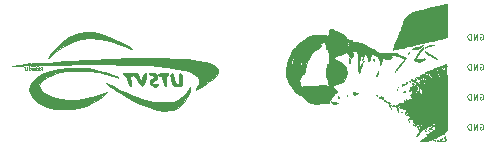
<source format=gbr>
G04 #@! TF.GenerationSoftware,KiCad,Pcbnew,(5.1.5)-3*
G04 #@! TF.CreationDate,2020-03-07T18:51:17-06:00*
G04 #@! TF.ProjectId,LinearRegulator15to5,4c696e65-6172-4526-9567-756c61746f72,rev?*
G04 #@! TF.SameCoordinates,Original*
G04 #@! TF.FileFunction,Legend,Bot*
G04 #@! TF.FilePolarity,Positive*
%FSLAX46Y46*%
G04 Gerber Fmt 4.6, Leading zero omitted, Abs format (unit mm)*
G04 Created by KiCad (PCBNEW (5.1.5)-3) date 2020-03-07 18:51:17*
%MOMM*%
%LPD*%
G04 APERTURE LIST*
%ADD10C,0.050000*%
%ADD11C,0.010000*%
G04 APERTURE END LIST*
D10*
X179196952Y-125480000D02*
X179244571Y-125456190D01*
X179316000Y-125456190D01*
X179387428Y-125480000D01*
X179435047Y-125527619D01*
X179458857Y-125575238D01*
X179482666Y-125670476D01*
X179482666Y-125741904D01*
X179458857Y-125837142D01*
X179435047Y-125884761D01*
X179387428Y-125932380D01*
X179316000Y-125956190D01*
X179268380Y-125956190D01*
X179196952Y-125932380D01*
X179173142Y-125908571D01*
X179173142Y-125741904D01*
X179268380Y-125741904D01*
X178958857Y-125956190D02*
X178958857Y-125456190D01*
X178673142Y-125956190D01*
X178673142Y-125456190D01*
X178435047Y-125956190D02*
X178435047Y-125456190D01*
X178316000Y-125456190D01*
X178244571Y-125480000D01*
X178196952Y-125527619D01*
X178173142Y-125575238D01*
X178149333Y-125670476D01*
X178149333Y-125741904D01*
X178173142Y-125837142D01*
X178196952Y-125884761D01*
X178244571Y-125932380D01*
X178316000Y-125956190D01*
X178435047Y-125956190D01*
X179196952Y-122940000D02*
X179244571Y-122916190D01*
X179316000Y-122916190D01*
X179387428Y-122940000D01*
X179435047Y-122987619D01*
X179458857Y-123035238D01*
X179482666Y-123130476D01*
X179482666Y-123201904D01*
X179458857Y-123297142D01*
X179435047Y-123344761D01*
X179387428Y-123392380D01*
X179316000Y-123416190D01*
X179268380Y-123416190D01*
X179196952Y-123392380D01*
X179173142Y-123368571D01*
X179173142Y-123201904D01*
X179268380Y-123201904D01*
X178958857Y-123416190D02*
X178958857Y-122916190D01*
X178673142Y-123416190D01*
X178673142Y-122916190D01*
X178435047Y-123416190D02*
X178435047Y-122916190D01*
X178316000Y-122916190D01*
X178244571Y-122940000D01*
X178196952Y-122987619D01*
X178173142Y-123035238D01*
X178149333Y-123130476D01*
X178149333Y-123201904D01*
X178173142Y-123297142D01*
X178196952Y-123344761D01*
X178244571Y-123392380D01*
X178316000Y-123416190D01*
X178435047Y-123416190D01*
X179196952Y-120400000D02*
X179244571Y-120376190D01*
X179316000Y-120376190D01*
X179387428Y-120400000D01*
X179435047Y-120447619D01*
X179458857Y-120495238D01*
X179482666Y-120590476D01*
X179482666Y-120661904D01*
X179458857Y-120757142D01*
X179435047Y-120804761D01*
X179387428Y-120852380D01*
X179316000Y-120876190D01*
X179268380Y-120876190D01*
X179196952Y-120852380D01*
X179173142Y-120828571D01*
X179173142Y-120661904D01*
X179268380Y-120661904D01*
X178958857Y-120876190D02*
X178958857Y-120376190D01*
X178673142Y-120876190D01*
X178673142Y-120376190D01*
X178435047Y-120876190D02*
X178435047Y-120376190D01*
X178316000Y-120376190D01*
X178244571Y-120400000D01*
X178196952Y-120447619D01*
X178173142Y-120495238D01*
X178149333Y-120590476D01*
X178149333Y-120661904D01*
X178173142Y-120757142D01*
X178196952Y-120804761D01*
X178244571Y-120852380D01*
X178316000Y-120876190D01*
X178435047Y-120876190D01*
X179196952Y-117860000D02*
X179244571Y-117836190D01*
X179316000Y-117836190D01*
X179387428Y-117860000D01*
X179435047Y-117907619D01*
X179458857Y-117955238D01*
X179482666Y-118050476D01*
X179482666Y-118121904D01*
X179458857Y-118217142D01*
X179435047Y-118264761D01*
X179387428Y-118312380D01*
X179316000Y-118336190D01*
X179268380Y-118336190D01*
X179196952Y-118312380D01*
X179173142Y-118288571D01*
X179173142Y-118121904D01*
X179268380Y-118121904D01*
X178958857Y-118336190D02*
X178958857Y-117836190D01*
X178673142Y-118336190D01*
X178673142Y-117836190D01*
X178435047Y-118336190D02*
X178435047Y-117836190D01*
X178316000Y-117836190D01*
X178244571Y-117860000D01*
X178196952Y-117907619D01*
X178173142Y-117955238D01*
X178149333Y-118050476D01*
X178149333Y-118121904D01*
X178173142Y-118217142D01*
X178196952Y-118264761D01*
X178244571Y-118312380D01*
X178316000Y-118336190D01*
X178435047Y-118336190D01*
X141766876Y-120340076D02*
X141766876Y-120501980D01*
X141757352Y-120521028D01*
X141747828Y-120530552D01*
X141728780Y-120540076D01*
X141690685Y-120540076D01*
X141671638Y-120530552D01*
X141662114Y-120521028D01*
X141652590Y-120501980D01*
X141652590Y-120340076D01*
X141585923Y-120340076D02*
X141471638Y-120340076D01*
X141528780Y-120540076D02*
X141528780Y-120340076D01*
X141414495Y-120530552D02*
X141385923Y-120540076D01*
X141338304Y-120540076D01*
X141319257Y-120530552D01*
X141309733Y-120521028D01*
X141300209Y-120501980D01*
X141300209Y-120482933D01*
X141309733Y-120463885D01*
X141319257Y-120454361D01*
X141338304Y-120444838D01*
X141376400Y-120435314D01*
X141395447Y-120425790D01*
X141404971Y-120416266D01*
X141414495Y-120397219D01*
X141414495Y-120378171D01*
X141404971Y-120359123D01*
X141395447Y-120349600D01*
X141376400Y-120340076D01*
X141328780Y-120340076D01*
X141300209Y-120349600D01*
X141243066Y-120340076D02*
X141176400Y-120540076D01*
X141109733Y-120340076D01*
X141071638Y-120340076D02*
X140957352Y-120340076D01*
X141014495Y-120540076D02*
X141014495Y-120340076D01*
X141985923Y-120890076D02*
X142052590Y-120794838D01*
X142100209Y-120890076D02*
X142100209Y-120690076D01*
X142024019Y-120690076D01*
X142004971Y-120699600D01*
X141995447Y-120709123D01*
X141985923Y-120728171D01*
X141985923Y-120756742D01*
X141995447Y-120775790D01*
X142004971Y-120785314D01*
X142024019Y-120794838D01*
X142100209Y-120794838D01*
X141900209Y-120890076D02*
X141900209Y-120756742D01*
X141900209Y-120690076D02*
X141909733Y-120699600D01*
X141900209Y-120709123D01*
X141890685Y-120699600D01*
X141900209Y-120690076D01*
X141900209Y-120709123D01*
X141719257Y-120880552D02*
X141738304Y-120890076D01*
X141776400Y-120890076D01*
X141795447Y-120880552D01*
X141804971Y-120871028D01*
X141814495Y-120851980D01*
X141814495Y-120794838D01*
X141804971Y-120775790D01*
X141795447Y-120766266D01*
X141776400Y-120756742D01*
X141738304Y-120756742D01*
X141719257Y-120766266D01*
X141633542Y-120890076D02*
X141633542Y-120690076D01*
X141547828Y-120890076D02*
X141547828Y-120785314D01*
X141557352Y-120766266D01*
X141576400Y-120756742D01*
X141604971Y-120756742D01*
X141624019Y-120766266D01*
X141633542Y-120775790D01*
X141366876Y-120890076D02*
X141366876Y-120785314D01*
X141376400Y-120766266D01*
X141395447Y-120756742D01*
X141433542Y-120756742D01*
X141452590Y-120766266D01*
X141366876Y-120880552D02*
X141385923Y-120890076D01*
X141433542Y-120890076D01*
X141452590Y-120880552D01*
X141462114Y-120861504D01*
X141462114Y-120842457D01*
X141452590Y-120823409D01*
X141433542Y-120813885D01*
X141385923Y-120813885D01*
X141366876Y-120804361D01*
X141271638Y-120890076D02*
X141271638Y-120756742D01*
X141271638Y-120794838D02*
X141262114Y-120775790D01*
X141252590Y-120766266D01*
X141233542Y-120756742D01*
X141214495Y-120756742D01*
X141062114Y-120890076D02*
X141062114Y-120690076D01*
X141062114Y-120880552D02*
X141081161Y-120890076D01*
X141119257Y-120890076D01*
X141138304Y-120880552D01*
X141147828Y-120871028D01*
X141157352Y-120851980D01*
X141157352Y-120794838D01*
X141147828Y-120775790D01*
X141138304Y-120766266D01*
X141119257Y-120756742D01*
X141081161Y-120756742D01*
X141062114Y-120766266D01*
X140719257Y-120890076D02*
X140814495Y-120890076D01*
X140814495Y-120690076D01*
X140652590Y-120890076D02*
X140652590Y-120756742D01*
X140652590Y-120690076D02*
X140662114Y-120699600D01*
X140652590Y-120709123D01*
X140643066Y-120699600D01*
X140652590Y-120690076D01*
X140652590Y-120709123D01*
D11*
G36*
X145314978Y-117775039D02*
G01*
X145007332Y-117857318D01*
X144380758Y-118131482D01*
X143776490Y-118551275D01*
X143227655Y-119093341D01*
X143188230Y-119139975D01*
X142975568Y-119405321D01*
X142805188Y-119637225D01*
X142697457Y-119805853D01*
X142672740Y-119881370D01*
X142681521Y-119882302D01*
X142752702Y-119828987D01*
X142921084Y-119692039D01*
X143154831Y-119497479D01*
X143240441Y-119425442D01*
X143952867Y-118896873D01*
X144670105Y-118516433D01*
X145406574Y-118282838D01*
X146176691Y-118194807D01*
X146994873Y-118251057D01*
X147875537Y-118450308D01*
X148833103Y-118791276D01*
X149099686Y-118904400D01*
X149468483Y-119059373D01*
X149693585Y-119140557D01*
X149781145Y-119153023D01*
X149737317Y-119101842D01*
X149568254Y-118992085D01*
X149280110Y-118828824D01*
X148879038Y-118617130D01*
X148547666Y-118449458D01*
X147768536Y-118092603D01*
X147082342Y-117851189D01*
X146462445Y-117720760D01*
X145882203Y-117696863D01*
X145314978Y-117775039D01*
G37*
X145314978Y-117775039D02*
X145007332Y-117857318D01*
X144380758Y-118131482D01*
X143776490Y-118551275D01*
X143227655Y-119093341D01*
X143188230Y-119139975D01*
X142975568Y-119405321D01*
X142805188Y-119637225D01*
X142697457Y-119805853D01*
X142672740Y-119881370D01*
X142681521Y-119882302D01*
X142752702Y-119828987D01*
X142921084Y-119692039D01*
X143154831Y-119497479D01*
X143240441Y-119425442D01*
X143952867Y-118896873D01*
X144670105Y-118516433D01*
X145406574Y-118282838D01*
X146176691Y-118194807D01*
X146994873Y-118251057D01*
X147875537Y-118450308D01*
X148833103Y-118791276D01*
X149099686Y-118904400D01*
X149468483Y-119059373D01*
X149693585Y-119140557D01*
X149781145Y-119153023D01*
X149737317Y-119101842D01*
X149568254Y-118992085D01*
X149280110Y-118828824D01*
X148879038Y-118617130D01*
X148547666Y-118449458D01*
X147768536Y-118092603D01*
X147082342Y-117851189D01*
X146462445Y-117720760D01*
X145882203Y-117696863D01*
X145314978Y-117775039D01*
G36*
X149202000Y-121166171D02*
G01*
X149011456Y-121193224D01*
X148947025Y-121242973D01*
X148949409Y-121263834D01*
X149052111Y-121359847D01*
X149168132Y-121396722D01*
X149311636Y-121468816D01*
X149353156Y-121650722D01*
X149382487Y-121965587D01*
X149458927Y-122179292D01*
X149570568Y-122258663D01*
X149571425Y-122258667D01*
X149631787Y-122233620D01*
X149653041Y-122138418D01*
X149634963Y-121942973D01*
X149577327Y-121617193D01*
X149566225Y-121560167D01*
X149598456Y-121435742D01*
X149691537Y-121412000D01*
X149837642Y-121366815D01*
X149877716Y-121316517D01*
X149928831Y-121336527D01*
X150033855Y-121478276D01*
X150171098Y-121711984D01*
X150186070Y-121739851D01*
X150339682Y-121998806D01*
X150479732Y-122184760D01*
X150576620Y-122258593D01*
X150578624Y-122258667D01*
X150668170Y-122181915D01*
X150768572Y-121977296D01*
X150827659Y-121801136D01*
X150916341Y-121478851D01*
X150951640Y-121285502D01*
X150933933Y-121189449D01*
X150863594Y-121159054D01*
X150835280Y-121158000D01*
X150728358Y-121230943D01*
X150658875Y-121390834D01*
X150592079Y-121660998D01*
X150532903Y-121772036D01*
X150461520Y-121731914D01*
X150358103Y-121548599D01*
X150342833Y-121517834D01*
X150165306Y-121158000D01*
X149539931Y-121158000D01*
X149202000Y-121166171D01*
G37*
X149202000Y-121166171D02*
X149011456Y-121193224D01*
X148947025Y-121242973D01*
X148949409Y-121263834D01*
X149052111Y-121359847D01*
X149168132Y-121396722D01*
X149311636Y-121468816D01*
X149353156Y-121650722D01*
X149382487Y-121965587D01*
X149458927Y-122179292D01*
X149570568Y-122258663D01*
X149571425Y-122258667D01*
X149631787Y-122233620D01*
X149653041Y-122138418D01*
X149634963Y-121942973D01*
X149577327Y-121617193D01*
X149566225Y-121560167D01*
X149598456Y-121435742D01*
X149691537Y-121412000D01*
X149837642Y-121366815D01*
X149877716Y-121316517D01*
X149928831Y-121336527D01*
X150033855Y-121478276D01*
X150171098Y-121711984D01*
X150186070Y-121739851D01*
X150339682Y-121998806D01*
X150479732Y-122184760D01*
X150576620Y-122258593D01*
X150578624Y-122258667D01*
X150668170Y-122181915D01*
X150768572Y-121977296D01*
X150827659Y-121801136D01*
X150916341Y-121478851D01*
X150951640Y-121285502D01*
X150933933Y-121189449D01*
X150863594Y-121159054D01*
X150835280Y-121158000D01*
X150728358Y-121230943D01*
X150658875Y-121390834D01*
X150592079Y-121660998D01*
X150532903Y-121772036D01*
X150461520Y-121731914D01*
X150358103Y-121548599D01*
X150342833Y-121517834D01*
X150165306Y-121158000D01*
X149539931Y-121158000D01*
X149202000Y-121166171D01*
G36*
X152133781Y-121171596D02*
G01*
X152003756Y-121218668D01*
X151976666Y-121285000D01*
X152046950Y-121388509D01*
X152143084Y-121412000D01*
X152248805Y-121443175D01*
X152315004Y-121562676D01*
X152362166Y-121809465D01*
X152365658Y-121835334D01*
X152425134Y-122121175D01*
X152508818Y-122249210D01*
X152545852Y-122258667D01*
X152616747Y-122226698D01*
X152637907Y-122106218D01*
X152615064Y-121860366D01*
X152611666Y-121835334D01*
X152585050Y-121581201D01*
X152600819Y-121453507D01*
X152666074Y-121413076D01*
X152688388Y-121412000D01*
X152805657Y-121347644D01*
X152823333Y-121285000D01*
X152778014Y-121205135D01*
X152621106Y-121166127D01*
X152400000Y-121158000D01*
X152133781Y-121171596D01*
G37*
X152133781Y-121171596D02*
X152003756Y-121218668D01*
X151976666Y-121285000D01*
X152046950Y-121388509D01*
X152143084Y-121412000D01*
X152248805Y-121443175D01*
X152315004Y-121562676D01*
X152362166Y-121809465D01*
X152365658Y-121835334D01*
X152425134Y-122121175D01*
X152508818Y-122249210D01*
X152545852Y-122258667D01*
X152616747Y-122226698D01*
X152637907Y-122106218D01*
X152615064Y-121860366D01*
X152611666Y-121835334D01*
X152585050Y-121581201D01*
X152600819Y-121453507D01*
X152666074Y-121413076D01*
X152688388Y-121412000D01*
X152805657Y-121347644D01*
X152823333Y-121285000D01*
X152778014Y-121205135D01*
X152621106Y-121166127D01*
X152400000Y-121158000D01*
X152133781Y-121171596D01*
G36*
X151172865Y-121201696D02*
G01*
X151151588Y-121263834D01*
X151254029Y-121346619D01*
X151384000Y-121369667D01*
X151566081Y-121409982D01*
X151600729Y-121506427D01*
X151482099Y-121622247D01*
X151428526Y-121649596D01*
X151254391Y-121797319D01*
X151229657Y-121986490D01*
X151356231Y-122175372D01*
X151402839Y-122211533D01*
X151613917Y-122325544D01*
X151785081Y-122317270D01*
X151881680Y-122266836D01*
X151962317Y-122165447D01*
X151907074Y-122085410D01*
X151749008Y-122059665D01*
X151682354Y-122068225D01*
X151514282Y-122058631D01*
X151468118Y-121973169D01*
X151547770Y-121857420D01*
X151658672Y-121791910D01*
X151834951Y-121642940D01*
X151877567Y-121442311D01*
X151803958Y-121280933D01*
X151675162Y-121202772D01*
X151488073Y-121162491D01*
X151301153Y-121161621D01*
X151172865Y-121201696D01*
G37*
X151172865Y-121201696D02*
X151151588Y-121263834D01*
X151254029Y-121346619D01*
X151384000Y-121369667D01*
X151566081Y-121409982D01*
X151600729Y-121506427D01*
X151482099Y-121622247D01*
X151428526Y-121649596D01*
X151254391Y-121797319D01*
X151229657Y-121986490D01*
X151356231Y-122175372D01*
X151402839Y-122211533D01*
X151613917Y-122325544D01*
X151785081Y-122317270D01*
X151881680Y-122266836D01*
X151962317Y-122165447D01*
X151907074Y-122085410D01*
X151749008Y-122059665D01*
X151682354Y-122068225D01*
X151514282Y-122058631D01*
X151468118Y-121973169D01*
X151547770Y-121857420D01*
X151658672Y-121791910D01*
X151834951Y-121642940D01*
X151877567Y-121442311D01*
X151803958Y-121280933D01*
X151675162Y-121202772D01*
X151488073Y-121162491D01*
X151301153Y-121161621D01*
X151172865Y-121201696D01*
G36*
X153011383Y-121227315D02*
G01*
X152994686Y-121306167D01*
X153018444Y-121520794D01*
X153073594Y-121780471D01*
X153142892Y-122018123D01*
X153209093Y-122166676D01*
X153218918Y-122178361D01*
X153408991Y-122273001D01*
X153657669Y-122301677D01*
X153860500Y-122253932D01*
X153959141Y-122118585D01*
X154009599Y-121894812D01*
X154014653Y-121634811D01*
X153977081Y-121390782D01*
X153899665Y-121214923D01*
X153802142Y-121158000D01*
X153742474Y-121216109D01*
X153725290Y-121404093D01*
X153737627Y-121631009D01*
X153755826Y-121898789D01*
X153743735Y-122036448D01*
X153687317Y-122082415D01*
X153575260Y-122075509D01*
X153451007Y-122033283D01*
X153372779Y-121921762D01*
X153315202Y-121697613D01*
X153298259Y-121602500D01*
X153228605Y-121316155D01*
X153144235Y-121171690D01*
X153107759Y-121158000D01*
X153011383Y-121227315D01*
G37*
X153011383Y-121227315D02*
X152994686Y-121306167D01*
X153018444Y-121520794D01*
X153073594Y-121780471D01*
X153142892Y-122018123D01*
X153209093Y-122166676D01*
X153218918Y-122178361D01*
X153408991Y-122273001D01*
X153657669Y-122301677D01*
X153860500Y-122253932D01*
X153959141Y-122118585D01*
X154009599Y-121894812D01*
X154014653Y-121634811D01*
X153977081Y-121390782D01*
X153899665Y-121214923D01*
X153802142Y-121158000D01*
X153742474Y-121216109D01*
X153725290Y-121404093D01*
X153737627Y-121631009D01*
X153755826Y-121898789D01*
X153743735Y-122036448D01*
X153687317Y-122082415D01*
X153575260Y-122075509D01*
X153451007Y-122033283D01*
X153372779Y-121921762D01*
X153315202Y-121697613D01*
X153298259Y-121602500D01*
X153228605Y-121316155D01*
X153144235Y-121171690D01*
X153107759Y-121158000D01*
X153011383Y-121227315D01*
G36*
X149586057Y-119913662D02*
G01*
X147971699Y-119967837D01*
X146203779Y-120053813D01*
X144283471Y-120171673D01*
X144018000Y-120189663D01*
X143365054Y-120235680D01*
X142674444Y-120286602D01*
X141996667Y-120338553D01*
X141382222Y-120387655D01*
X140881607Y-120430030D01*
X140843000Y-120433458D01*
X139573000Y-120546801D01*
X141478000Y-120492567D01*
X142294920Y-120472732D01*
X143180947Y-120457324D01*
X144116118Y-120446234D01*
X145080473Y-120439357D01*
X146054050Y-120436585D01*
X147016887Y-120437811D01*
X147949022Y-120442927D01*
X148830493Y-120451828D01*
X149641340Y-120464404D01*
X150361599Y-120480551D01*
X150971310Y-120500159D01*
X151450511Y-120523123D01*
X151765000Y-120547767D01*
X152739560Y-120667425D01*
X153552254Y-120800204D01*
X154210220Y-120948644D01*
X154720594Y-121115283D01*
X155090513Y-121302661D01*
X155327114Y-121513318D01*
X155437533Y-121749793D01*
X155448000Y-121858189D01*
X155398075Y-122100824D01*
X155277500Y-122344887D01*
X155272901Y-122351430D01*
X155174737Y-122503554D01*
X155164275Y-122571634D01*
X155254724Y-122553003D01*
X155459295Y-122444997D01*
X155786666Y-122247745D01*
X156215374Y-121957938D01*
X156579208Y-121663182D01*
X156851715Y-121387932D01*
X157006441Y-121156643D01*
X157025108Y-121102878D01*
X157011021Y-120843570D01*
X156831618Y-120615240D01*
X156488074Y-120417968D01*
X155981565Y-120251839D01*
X155313266Y-120116934D01*
X154484353Y-120013336D01*
X153496000Y-119941127D01*
X152349382Y-119900390D01*
X151045677Y-119891208D01*
X149586057Y-119913662D01*
G37*
X149586057Y-119913662D02*
X147971699Y-119967837D01*
X146203779Y-120053813D01*
X144283471Y-120171673D01*
X144018000Y-120189663D01*
X143365054Y-120235680D01*
X142674444Y-120286602D01*
X141996667Y-120338553D01*
X141382222Y-120387655D01*
X140881607Y-120430030D01*
X140843000Y-120433458D01*
X139573000Y-120546801D01*
X141478000Y-120492567D01*
X142294920Y-120472732D01*
X143180947Y-120457324D01*
X144116118Y-120446234D01*
X145080473Y-120439357D01*
X146054050Y-120436585D01*
X147016887Y-120437811D01*
X147949022Y-120442927D01*
X148830493Y-120451828D01*
X149641340Y-120464404D01*
X150361599Y-120480551D01*
X150971310Y-120500159D01*
X151450511Y-120523123D01*
X151765000Y-120547767D01*
X152739560Y-120667425D01*
X153552254Y-120800204D01*
X154210220Y-120948644D01*
X154720594Y-121115283D01*
X155090513Y-121302661D01*
X155327114Y-121513318D01*
X155437533Y-121749793D01*
X155448000Y-121858189D01*
X155398075Y-122100824D01*
X155277500Y-122344887D01*
X155272901Y-122351430D01*
X155174737Y-122503554D01*
X155164275Y-122571634D01*
X155254724Y-122553003D01*
X155459295Y-122444997D01*
X155786666Y-122247745D01*
X156215374Y-121957938D01*
X156579208Y-121663182D01*
X156851715Y-121387932D01*
X157006441Y-121156643D01*
X157025108Y-121102878D01*
X157011021Y-120843570D01*
X156831618Y-120615240D01*
X156488074Y-120417968D01*
X155981565Y-120251839D01*
X155313266Y-120116934D01*
X154484353Y-120013336D01*
X153496000Y-119941127D01*
X152349382Y-119900390D01*
X151045677Y-119891208D01*
X149586057Y-119913662D01*
G36*
X144363384Y-120752884D02*
G01*
X143596905Y-120834699D01*
X142925679Y-120979139D01*
X142790333Y-121020989D01*
X142153721Y-121277973D01*
X141658334Y-121575975D01*
X141308625Y-121906364D01*
X141109048Y-122260511D01*
X141064056Y-122629786D01*
X141178103Y-123005560D01*
X141455643Y-123379203D01*
X141533941Y-123455501D01*
X141993294Y-123777800D01*
X142575672Y-124019745D01*
X143251566Y-124174518D01*
X143991469Y-124235305D01*
X144746278Y-124197577D01*
X145138741Y-124133619D01*
X145544886Y-124038150D01*
X145816958Y-123952726D01*
X146185756Y-123788908D01*
X146587258Y-123569585D01*
X146970836Y-123326294D01*
X147285862Y-123090570D01*
X147447000Y-122937358D01*
X147616333Y-122743501D01*
X147362333Y-122872686D01*
X146707245Y-123135412D01*
X145963870Y-123315303D01*
X145174552Y-123410579D01*
X144381634Y-123419459D01*
X143627458Y-123340163D01*
X142954368Y-123170909D01*
X142697861Y-123068870D01*
X142271482Y-122826059D01*
X142009786Y-122566225D01*
X141909991Y-122297425D01*
X141969314Y-122027717D01*
X142184973Y-121765160D01*
X142554185Y-121517810D01*
X143074169Y-121293726D01*
X143340666Y-121207350D01*
X144156797Y-121033229D01*
X145059602Y-120960743D01*
X146001306Y-120988587D01*
X146934134Y-121115453D01*
X147775111Y-121328601D01*
X148107390Y-121431953D01*
X148372869Y-121507913D01*
X148535026Y-121546382D01*
X148567242Y-121547647D01*
X148524995Y-121493450D01*
X148351425Y-121406737D01*
X148078765Y-121298844D01*
X147739248Y-121181111D01*
X147365106Y-121064876D01*
X146988572Y-120961478D01*
X146723343Y-120899034D01*
X145977703Y-120783467D01*
X145174017Y-120735279D01*
X144363384Y-120752884D01*
G37*
X144363384Y-120752884D02*
X143596905Y-120834699D01*
X142925679Y-120979139D01*
X142790333Y-121020989D01*
X142153721Y-121277973D01*
X141658334Y-121575975D01*
X141308625Y-121906364D01*
X141109048Y-122260511D01*
X141064056Y-122629786D01*
X141178103Y-123005560D01*
X141455643Y-123379203D01*
X141533941Y-123455501D01*
X141993294Y-123777800D01*
X142575672Y-124019745D01*
X143251566Y-124174518D01*
X143991469Y-124235305D01*
X144746278Y-124197577D01*
X145138741Y-124133619D01*
X145544886Y-124038150D01*
X145816958Y-123952726D01*
X146185756Y-123788908D01*
X146587258Y-123569585D01*
X146970836Y-123326294D01*
X147285862Y-123090570D01*
X147447000Y-122937358D01*
X147616333Y-122743501D01*
X147362333Y-122872686D01*
X146707245Y-123135412D01*
X145963870Y-123315303D01*
X145174552Y-123410579D01*
X144381634Y-123419459D01*
X143627458Y-123340163D01*
X142954368Y-123170909D01*
X142697861Y-123068870D01*
X142271482Y-122826059D01*
X142009786Y-122566225D01*
X141909991Y-122297425D01*
X141969314Y-122027717D01*
X142184973Y-121765160D01*
X142554185Y-121517810D01*
X143074169Y-121293726D01*
X143340666Y-121207350D01*
X144156797Y-121033229D01*
X145059602Y-120960743D01*
X146001306Y-120988587D01*
X146934134Y-121115453D01*
X147775111Y-121328601D01*
X148107390Y-121431953D01*
X148372869Y-121507913D01*
X148535026Y-121546382D01*
X148567242Y-121547647D01*
X148524995Y-121493450D01*
X148351425Y-121406737D01*
X148078765Y-121298844D01*
X147739248Y-121181111D01*
X147365106Y-121064876D01*
X146988572Y-120961478D01*
X146723343Y-120899034D01*
X145977703Y-120783467D01*
X145174017Y-120735279D01*
X144363384Y-120752884D01*
G36*
X147641583Y-122117313D02*
G01*
X147825010Y-122251627D01*
X148095292Y-122436048D01*
X148423442Y-122651760D01*
X148780474Y-122879948D01*
X149137401Y-123101795D01*
X149465235Y-123298486D01*
X149702379Y-123433489D01*
X150449592Y-123800640D01*
X151179034Y-124079038D01*
X151867050Y-124263144D01*
X152489988Y-124347424D01*
X153024193Y-124326339D01*
X153269657Y-124268469D01*
X153753131Y-124022277D01*
X154154541Y-123630205D01*
X154440449Y-123158429D01*
X154555497Y-122891420D01*
X154638173Y-122655845D01*
X154684075Y-122476973D01*
X154688801Y-122380074D01*
X154647950Y-122390418D01*
X154557121Y-122533274D01*
X154545551Y-122555000D01*
X154212360Y-123018842D01*
X153763612Y-123392930D01*
X153627666Y-123472921D01*
X153454575Y-123554448D01*
X153269985Y-123607418D01*
X153032995Y-123637376D01*
X152702704Y-123649869D01*
X152315333Y-123650887D01*
X151853087Y-123643070D01*
X151497723Y-123618514D01*
X151186941Y-123567661D01*
X150858442Y-123480955D01*
X150537333Y-123378125D01*
X150144308Y-123232784D01*
X149662265Y-123032941D01*
X149151207Y-122804511D01*
X148671137Y-122573408D01*
X148653500Y-122564512D01*
X148269660Y-122372671D01*
X147945966Y-122215028D01*
X147709073Y-122104240D01*
X147585636Y-122052964D01*
X147574000Y-122051923D01*
X147641583Y-122117313D01*
G37*
X147641583Y-122117313D02*
X147825010Y-122251627D01*
X148095292Y-122436048D01*
X148423442Y-122651760D01*
X148780474Y-122879948D01*
X149137401Y-123101795D01*
X149465235Y-123298486D01*
X149702379Y-123433489D01*
X150449592Y-123800640D01*
X151179034Y-124079038D01*
X151867050Y-124263144D01*
X152489988Y-124347424D01*
X153024193Y-124326339D01*
X153269657Y-124268469D01*
X153753131Y-124022277D01*
X154154541Y-123630205D01*
X154440449Y-123158429D01*
X154555497Y-122891420D01*
X154638173Y-122655845D01*
X154684075Y-122476973D01*
X154688801Y-122380074D01*
X154647950Y-122390418D01*
X154557121Y-122533274D01*
X154545551Y-122555000D01*
X154212360Y-123018842D01*
X153763612Y-123392930D01*
X153627666Y-123472921D01*
X153454575Y-123554448D01*
X153269985Y-123607418D01*
X153032995Y-123637376D01*
X152702704Y-123649869D01*
X152315333Y-123650887D01*
X151853087Y-123643070D01*
X151497723Y-123618514D01*
X151186941Y-123567661D01*
X150858442Y-123480955D01*
X150537333Y-123378125D01*
X150144308Y-123232784D01*
X149662265Y-123032941D01*
X149151207Y-122804511D01*
X148671137Y-122573408D01*
X148653500Y-122564512D01*
X148269660Y-122372671D01*
X147945966Y-122215028D01*
X147709073Y-122104240D01*
X147585636Y-122052964D01*
X147574000Y-122051923D01*
X147641583Y-122117313D01*
G36*
X163521572Y-120178285D02*
G01*
X163539715Y-120160143D01*
X163521572Y-120142000D01*
X163503429Y-120160143D01*
X163521572Y-120178285D01*
G37*
X163521572Y-120178285D02*
X163539715Y-120160143D01*
X163521572Y-120142000D01*
X163503429Y-120160143D01*
X163521572Y-120178285D01*
G36*
X168051238Y-118751047D02*
G01*
X168072810Y-118746066D01*
X168075429Y-118726857D01*
X168062153Y-118696990D01*
X168051238Y-118702666D01*
X168046896Y-118745729D01*
X168051238Y-118751047D01*
G37*
X168051238Y-118751047D02*
X168072810Y-118746066D01*
X168075429Y-118726857D01*
X168062153Y-118696990D01*
X168051238Y-118702666D01*
X168046896Y-118745729D01*
X168051238Y-118751047D01*
G36*
X166621049Y-123662249D02*
G01*
X166715049Y-123721420D01*
X166862338Y-123753065D01*
X166994026Y-123756878D01*
X167138305Y-123747449D01*
X167210697Y-123730120D01*
X167211476Y-123704684D01*
X167140917Y-123670936D01*
X167118549Y-123663262D01*
X166980047Y-123639935D01*
X166856976Y-123646506D01*
X166760143Y-123656334D01*
X166698736Y-123631981D01*
X166655951Y-123585074D01*
X166589328Y-123498428D01*
X166588521Y-123579139D01*
X166621049Y-123662249D01*
G37*
X166621049Y-123662249D02*
X166715049Y-123721420D01*
X166862338Y-123753065D01*
X166994026Y-123756878D01*
X167138305Y-123747449D01*
X167210697Y-123730120D01*
X167211476Y-123704684D01*
X167140917Y-123670936D01*
X167118549Y-123663262D01*
X166980047Y-123639935D01*
X166856976Y-123646506D01*
X166760143Y-123656334D01*
X166698736Y-123631981D01*
X166655951Y-123585074D01*
X166589328Y-123498428D01*
X166588521Y-123579139D01*
X166621049Y-123662249D01*
G36*
X167218757Y-123244572D02*
G01*
X167240858Y-123262571D01*
X167274178Y-123255626D01*
X167274593Y-123253500D01*
X167260099Y-123217268D01*
X167240858Y-123171857D01*
X167217005Y-123122886D01*
X167208806Y-123142050D01*
X167207122Y-123180928D01*
X167218757Y-123244572D01*
G37*
X167218757Y-123244572D02*
X167240858Y-123262571D01*
X167274178Y-123255626D01*
X167274593Y-123253500D01*
X167260099Y-123217268D01*
X167240858Y-123171857D01*
X167217005Y-123122886D01*
X167208806Y-123142050D01*
X167207122Y-123180928D01*
X167218757Y-123244572D01*
G36*
X167944649Y-123143887D02*
G01*
X167961141Y-123133065D01*
X167963707Y-123096262D01*
X167954845Y-123057544D01*
X167941785Y-123074339D01*
X167937459Y-123131049D01*
X167944649Y-123143887D01*
G37*
X167944649Y-123143887D02*
X167961141Y-123133065D01*
X167963707Y-123096262D01*
X167954845Y-123057544D01*
X167941785Y-123074339D01*
X167937459Y-123131049D01*
X167944649Y-123143887D01*
G36*
X168083395Y-120191470D02*
G01*
X168122079Y-120300623D01*
X168125224Y-120305085D01*
X168150795Y-120332353D01*
X168165261Y-120319756D01*
X168171121Y-120256810D01*
X168170879Y-120133027D01*
X168170581Y-120114924D01*
X168166809Y-119984497D01*
X168159445Y-119917087D01*
X168145901Y-119903144D01*
X168123591Y-119933122D01*
X168122072Y-119935832D01*
X168083292Y-120058042D01*
X168083395Y-120191470D01*
G37*
X168083395Y-120191470D02*
X168122079Y-120300623D01*
X168125224Y-120305085D01*
X168150795Y-120332353D01*
X168165261Y-120319756D01*
X168171121Y-120256810D01*
X168170879Y-120133027D01*
X168170581Y-120114924D01*
X168166809Y-119984497D01*
X168159445Y-119917087D01*
X168145901Y-119903144D01*
X168123591Y-119933122D01*
X168122072Y-119935832D01*
X168083292Y-120058042D01*
X168083395Y-120191470D01*
G36*
X168483186Y-122916478D02*
G01*
X168528630Y-122993750D01*
X168580373Y-123040758D01*
X168597610Y-123044857D01*
X168656543Y-123024076D01*
X168733675Y-122974877D01*
X168802595Y-122916977D01*
X168836891Y-122870095D01*
X168837429Y-122865827D01*
X168807147Y-122850457D01*
X168745209Y-122854835D01*
X168676287Y-122856284D01*
X168663566Y-122823451D01*
X168642892Y-122783566D01*
X168581400Y-122761078D01*
X168509988Y-122762257D01*
X168467299Y-122783616D01*
X168458067Y-122837060D01*
X168483186Y-122916478D01*
G37*
X168483186Y-122916478D02*
X168528630Y-122993750D01*
X168580373Y-123040758D01*
X168597610Y-123044857D01*
X168656543Y-123024076D01*
X168733675Y-122974877D01*
X168802595Y-122916977D01*
X168836891Y-122870095D01*
X168837429Y-122865827D01*
X168807147Y-122850457D01*
X168745209Y-122854835D01*
X168676287Y-122856284D01*
X168663566Y-122823451D01*
X168642892Y-122783566D01*
X168581400Y-122761078D01*
X168509988Y-122762257D01*
X168467299Y-122783616D01*
X168458067Y-122837060D01*
X168483186Y-122916478D01*
G36*
X169243000Y-120030535D02*
G01*
X169268084Y-120004159D01*
X169272857Y-119996857D01*
X169304911Y-119930375D01*
X169299584Y-119898643D01*
X169272857Y-119906143D01*
X169241285Y-119957926D01*
X169237127Y-119989927D01*
X169243000Y-120030535D01*
G37*
X169243000Y-120030535D02*
X169268084Y-120004159D01*
X169272857Y-119996857D01*
X169304911Y-119930375D01*
X169299584Y-119898643D01*
X169272857Y-119906143D01*
X169241285Y-119957926D01*
X169237127Y-119989927D01*
X169243000Y-120030535D01*
G36*
X169321238Y-120202476D02*
G01*
X169342810Y-120197495D01*
X169345429Y-120178285D01*
X169332153Y-120148418D01*
X169321238Y-120154095D01*
X169316896Y-120197158D01*
X169321238Y-120202476D01*
G37*
X169321238Y-120202476D02*
X169342810Y-120197495D01*
X169345429Y-120178285D01*
X169332153Y-120148418D01*
X169321238Y-120154095D01*
X169316896Y-120197158D01*
X169321238Y-120202476D01*
G36*
X170142726Y-120053946D02*
G01*
X170152136Y-120069428D01*
X170197772Y-120125964D01*
X170225014Y-120142000D01*
X170249267Y-120114500D01*
X170247897Y-120058612D01*
X170228381Y-120021047D01*
X170173376Y-119998286D01*
X170155502Y-119996857D01*
X170125537Y-120008160D01*
X170142726Y-120053946D01*
G37*
X170142726Y-120053946D02*
X170152136Y-120069428D01*
X170197772Y-120125964D01*
X170225014Y-120142000D01*
X170249267Y-120114500D01*
X170247897Y-120058612D01*
X170228381Y-120021047D01*
X170173376Y-119998286D01*
X170155502Y-119996857D01*
X170125537Y-120008160D01*
X170142726Y-120053946D01*
G36*
X170452143Y-123081143D02*
G01*
X170470286Y-123063000D01*
X170452143Y-123044857D01*
X170434000Y-123063000D01*
X170452143Y-123081143D01*
G37*
X170452143Y-123081143D02*
X170470286Y-123063000D01*
X170452143Y-123044857D01*
X170434000Y-123063000D01*
X170452143Y-123081143D01*
G36*
X170441129Y-121377528D02*
G01*
X170466504Y-121388420D01*
X170506901Y-121349315D01*
X170551726Y-121278113D01*
X170590382Y-121192718D01*
X170612276Y-121111030D01*
X170614007Y-121085428D01*
X170612857Y-120994714D01*
X170561000Y-121085428D01*
X170521870Y-121173450D01*
X170507858Y-121236619D01*
X170485215Y-121296652D01*
X170464843Y-121311005D01*
X170437604Y-121350978D01*
X170441129Y-121377528D01*
G37*
X170441129Y-121377528D02*
X170466504Y-121388420D01*
X170506901Y-121349315D01*
X170551726Y-121278113D01*
X170590382Y-121192718D01*
X170612276Y-121111030D01*
X170614007Y-121085428D01*
X170612857Y-120994714D01*
X170561000Y-121085428D01*
X170521870Y-121173450D01*
X170507858Y-121236619D01*
X170485215Y-121296652D01*
X170464843Y-121311005D01*
X170437604Y-121350978D01*
X170441129Y-121377528D01*
G36*
X170815000Y-123190000D02*
G01*
X170833143Y-123171857D01*
X170815000Y-123153714D01*
X170796857Y-123171857D01*
X170815000Y-123190000D01*
G37*
X170815000Y-123190000D02*
X170833143Y-123171857D01*
X170815000Y-123153714D01*
X170796857Y-123171857D01*
X170815000Y-123190000D01*
G36*
X170687041Y-123243273D02*
G01*
X170742761Y-123289696D01*
X170771229Y-123298857D01*
X170825804Y-123321115D01*
X170873034Y-123356548D01*
X170948256Y-123394622D01*
X171003930Y-123374893D01*
X171020593Y-123309587D01*
X171010737Y-123270055D01*
X170977019Y-123212526D01*
X170927479Y-123215399D01*
X170908672Y-123224703D01*
X170808653Y-123243098D01*
X170739402Y-123225135D01*
X170674436Y-123203598D01*
X170665691Y-123214731D01*
X170687041Y-123243273D01*
G37*
X170687041Y-123243273D02*
X170742761Y-123289696D01*
X170771229Y-123298857D01*
X170825804Y-123321115D01*
X170873034Y-123356548D01*
X170948256Y-123394622D01*
X171003930Y-123374893D01*
X171020593Y-123309587D01*
X171010737Y-123270055D01*
X170977019Y-123212526D01*
X170927479Y-123215399D01*
X170908672Y-123224703D01*
X170808653Y-123243098D01*
X170739402Y-123225135D01*
X170674436Y-123203598D01*
X170665691Y-123214731D01*
X170687041Y-123243273D01*
G36*
X171093947Y-123502640D02*
G01*
X171159381Y-123541416D01*
X171201508Y-123541790D01*
X171225673Y-123521314D01*
X171214143Y-123515139D01*
X171154153Y-123511812D01*
X171150643Y-123512274D01*
X171124286Y-123489174D01*
X171123429Y-123480286D01*
X171094904Y-123446342D01*
X171079368Y-123444000D01*
X171062780Y-123462407D01*
X171093947Y-123502640D01*
G37*
X171093947Y-123502640D02*
X171159381Y-123541416D01*
X171201508Y-123541790D01*
X171225673Y-123521314D01*
X171214143Y-123515139D01*
X171154153Y-123511812D01*
X171150643Y-123512274D01*
X171124286Y-123489174D01*
X171123429Y-123480286D01*
X171094904Y-123446342D01*
X171079368Y-123444000D01*
X171062780Y-123462407D01*
X171093947Y-123502640D01*
G36*
X171283250Y-123619822D02*
G01*
X171319786Y-123658776D01*
X171340790Y-123650785D01*
X171341143Y-123645713D01*
X171315370Y-123615022D01*
X171299251Y-123603821D01*
X171274421Y-123599544D01*
X171283250Y-123619822D01*
G37*
X171283250Y-123619822D02*
X171319786Y-123658776D01*
X171340790Y-123650785D01*
X171341143Y-123645713D01*
X171315370Y-123615022D01*
X171299251Y-123603821D01*
X171274421Y-123599544D01*
X171283250Y-123619822D01*
G36*
X171395572Y-123698000D02*
G01*
X171413715Y-123679857D01*
X171395572Y-123661714D01*
X171377429Y-123679857D01*
X171395572Y-123698000D01*
G37*
X171395572Y-123698000D02*
X171413715Y-123679857D01*
X171395572Y-123661714D01*
X171377429Y-123679857D01*
X171395572Y-123698000D01*
G36*
X171540715Y-123698000D02*
G01*
X171558858Y-123679857D01*
X171540715Y-123661714D01*
X171522572Y-123679857D01*
X171540715Y-123698000D01*
G37*
X171540715Y-123698000D02*
X171558858Y-123679857D01*
X171540715Y-123661714D01*
X171522572Y-123679857D01*
X171540715Y-123698000D01*
G36*
X171685858Y-124242286D02*
G01*
X171704000Y-124224143D01*
X171685858Y-124206000D01*
X171667715Y-124224143D01*
X171685858Y-124242286D01*
G37*
X171685858Y-124242286D02*
X171704000Y-124224143D01*
X171685858Y-124206000D01*
X171667715Y-124224143D01*
X171685858Y-124242286D01*
G36*
X171509057Y-123950361D02*
G01*
X171559055Y-124029623D01*
X171631825Y-124115286D01*
X171597937Y-124019964D01*
X171580891Y-123951338D01*
X171602267Y-123929188D01*
X171621048Y-123929250D01*
X171679711Y-123904405D01*
X171693786Y-123879428D01*
X171700813Y-123843912D01*
X171678026Y-123870360D01*
X171672692Y-123877986D01*
X171637941Y-123909322D01*
X171593359Y-123890796D01*
X171561073Y-123863290D01*
X171507343Y-123818276D01*
X171488521Y-123824184D01*
X171486286Y-123869785D01*
X171509057Y-123950361D01*
G37*
X171509057Y-123950361D02*
X171559055Y-124029623D01*
X171631825Y-124115286D01*
X171597937Y-124019964D01*
X171580891Y-123951338D01*
X171602267Y-123929188D01*
X171621048Y-123929250D01*
X171679711Y-123904405D01*
X171693786Y-123879428D01*
X171700813Y-123843912D01*
X171678026Y-123870360D01*
X171672692Y-123877986D01*
X171637941Y-123909322D01*
X171593359Y-123890796D01*
X171561073Y-123863290D01*
X171507343Y-123818276D01*
X171488521Y-123824184D01*
X171486286Y-123869785D01*
X171509057Y-123950361D01*
G36*
X171794715Y-123952000D02*
G01*
X171827321Y-123986616D01*
X171833142Y-123988286D01*
X171848727Y-123960212D01*
X171849143Y-123952000D01*
X171821248Y-123917108D01*
X171810716Y-123915714D01*
X171789045Y-123937944D01*
X171794715Y-123952000D01*
G37*
X171794715Y-123952000D02*
X171827321Y-123986616D01*
X171833142Y-123988286D01*
X171848727Y-123960212D01*
X171849143Y-123952000D01*
X171821248Y-123917108D01*
X171810716Y-123915714D01*
X171789045Y-123937944D01*
X171794715Y-123952000D01*
G36*
X171933810Y-123939905D02*
G01*
X171976873Y-123944247D01*
X171982191Y-123939905D01*
X171977210Y-123918333D01*
X171958000Y-123915714D01*
X171928133Y-123928990D01*
X171933810Y-123939905D01*
G37*
X171933810Y-123939905D02*
X171976873Y-123944247D01*
X171982191Y-123939905D01*
X171977210Y-123918333D01*
X171958000Y-123915714D01*
X171928133Y-123928990D01*
X171933810Y-123939905D01*
G36*
X172012429Y-121049143D02*
G01*
X172030572Y-121031000D01*
X172012429Y-121012857D01*
X171994286Y-121031000D01*
X172012429Y-121049143D01*
G37*
X172012429Y-121049143D02*
X172030572Y-121031000D01*
X172012429Y-121012857D01*
X171994286Y-121031000D01*
X172012429Y-121049143D01*
G36*
X172187969Y-122582214D02*
G01*
X172201213Y-122586772D01*
X172206271Y-122536857D01*
X172200569Y-122485345D01*
X172187969Y-122491500D01*
X172183176Y-122565789D01*
X172187969Y-122582214D01*
G37*
X172187969Y-122582214D02*
X172201213Y-122586772D01*
X172206271Y-122536857D01*
X172200569Y-122485345D01*
X172187969Y-122491500D01*
X172183176Y-122565789D01*
X172187969Y-122582214D01*
G36*
X172122209Y-120892612D02*
G01*
X172148500Y-120872343D01*
X172204913Y-120819380D01*
X172204668Y-120795738D01*
X172198300Y-120795143D01*
X172168011Y-120819939D01*
X172134800Y-120858643D01*
X172103419Y-120901623D01*
X172122209Y-120892612D01*
G37*
X172122209Y-120892612D02*
X172148500Y-120872343D01*
X172204913Y-120819380D01*
X172204668Y-120795738D01*
X172198300Y-120795143D01*
X172168011Y-120819939D01*
X172134800Y-120858643D01*
X172103419Y-120901623D01*
X172122209Y-120892612D01*
G36*
X172262649Y-124450172D02*
G01*
X172279141Y-124439351D01*
X172281707Y-124402547D01*
X172272845Y-124363829D01*
X172259785Y-124380625D01*
X172255459Y-124437335D01*
X172262649Y-124450172D01*
G37*
X172262649Y-124450172D02*
X172279141Y-124439351D01*
X172281707Y-124402547D01*
X172272845Y-124363829D01*
X172259785Y-124380625D01*
X172255459Y-124437335D01*
X172262649Y-124450172D01*
G36*
X172266429Y-122391714D02*
G01*
X172284572Y-122373571D01*
X172266429Y-122355428D01*
X172248286Y-122373571D01*
X172266429Y-122391714D01*
G37*
X172266429Y-122391714D02*
X172284572Y-122373571D01*
X172266429Y-122355428D01*
X172248286Y-122373571D01*
X172266429Y-122391714D01*
G36*
X172556715Y-124496286D02*
G01*
X172574858Y-124478143D01*
X172556715Y-124460000D01*
X172538572Y-124478143D01*
X172556715Y-124496286D01*
G37*
X172556715Y-124496286D02*
X172574858Y-124478143D01*
X172556715Y-124460000D01*
X172538572Y-124478143D01*
X172556715Y-124496286D01*
G36*
X172582621Y-122240555D02*
G01*
X172589118Y-122246571D01*
X172612515Y-122218197D01*
X172624265Y-122192143D01*
X172625019Y-122145419D01*
X172610004Y-122137714D01*
X172578817Y-122167121D01*
X172574858Y-122192143D01*
X172582621Y-122240555D01*
G37*
X172582621Y-122240555D02*
X172589118Y-122246571D01*
X172612515Y-122218197D01*
X172624265Y-122192143D01*
X172625019Y-122145419D01*
X172610004Y-122137714D01*
X172578817Y-122167121D01*
X172574858Y-122192143D01*
X172582621Y-122240555D01*
G36*
X172738143Y-122754571D02*
G01*
X172756286Y-122736428D01*
X172738143Y-122718285D01*
X172720000Y-122736428D01*
X172738143Y-122754571D01*
G37*
X172738143Y-122754571D02*
X172756286Y-122736428D01*
X172738143Y-122718285D01*
X172720000Y-122736428D01*
X172738143Y-122754571D01*
G36*
X172703407Y-122140221D02*
G01*
X172733192Y-122171909D01*
X172743975Y-122134575D01*
X172744191Y-122121167D01*
X172728178Y-122084776D01*
X172713361Y-122087389D01*
X172698642Y-122129463D01*
X172703407Y-122140221D01*
G37*
X172703407Y-122140221D02*
X172733192Y-122171909D01*
X172743975Y-122134575D01*
X172744191Y-122121167D01*
X172728178Y-122084776D01*
X172713361Y-122087389D01*
X172698642Y-122129463D01*
X172703407Y-122140221D01*
G36*
X172242188Y-120754326D02*
G01*
X172299695Y-120709129D01*
X172389474Y-120618632D01*
X172448168Y-120553803D01*
X172548152Y-120436622D01*
X172641312Y-120320537D01*
X172718098Y-120218366D01*
X172768961Y-120142924D01*
X172784351Y-120107031D01*
X172782023Y-120105714D01*
X172750734Y-120128323D01*
X172681495Y-120187543D01*
X172591005Y-120269000D01*
X172505340Y-120350712D01*
X172450307Y-120409277D01*
X172437558Y-120432274D01*
X172437844Y-120432285D01*
X172432276Y-120455230D01*
X172387855Y-120512296D01*
X172370009Y-120532071D01*
X172298564Y-120616198D01*
X172246964Y-120689130D01*
X172243465Y-120695357D01*
X172221821Y-120750858D01*
X172242188Y-120754326D01*
G37*
X172242188Y-120754326D02*
X172299695Y-120709129D01*
X172389474Y-120618632D01*
X172448168Y-120553803D01*
X172548152Y-120436622D01*
X172641312Y-120320537D01*
X172718098Y-120218366D01*
X172768961Y-120142924D01*
X172784351Y-120107031D01*
X172782023Y-120105714D01*
X172750734Y-120128323D01*
X172681495Y-120187543D01*
X172591005Y-120269000D01*
X172505340Y-120350712D01*
X172450307Y-120409277D01*
X172437558Y-120432274D01*
X172437844Y-120432285D01*
X172432276Y-120455230D01*
X172387855Y-120512296D01*
X172370009Y-120532071D01*
X172298564Y-120616198D01*
X172246964Y-120689130D01*
X172243465Y-120695357D01*
X172221821Y-120750858D01*
X172242188Y-120754326D01*
G36*
X172783899Y-123551803D02*
G01*
X172792572Y-123552857D01*
X172827803Y-123525244D01*
X172828858Y-123516571D01*
X172801245Y-123481340D01*
X172792572Y-123480286D01*
X172757340Y-123507898D01*
X172756286Y-123516571D01*
X172783899Y-123551803D01*
G37*
X172783899Y-123551803D02*
X172792572Y-123552857D01*
X172827803Y-123525244D01*
X172828858Y-123516571D01*
X172801245Y-123481340D01*
X172792572Y-123480286D01*
X172757340Y-123507898D01*
X172756286Y-123516571D01*
X172783899Y-123551803D01*
G36*
X172804667Y-122742476D02*
G01*
X172826239Y-122737495D01*
X172828858Y-122718285D01*
X172815581Y-122688418D01*
X172804667Y-122694095D01*
X172800324Y-122737158D01*
X172804667Y-122742476D01*
G37*
X172804667Y-122742476D02*
X172826239Y-122737495D01*
X172828858Y-122718285D01*
X172815581Y-122688418D01*
X172804667Y-122694095D01*
X172800324Y-122737158D01*
X172804667Y-122742476D01*
G36*
X172883286Y-122137714D02*
G01*
X172901429Y-122119571D01*
X172883286Y-122101428D01*
X172865143Y-122119571D01*
X172883286Y-122137714D01*
G37*
X172883286Y-122137714D02*
X172901429Y-122119571D01*
X172883286Y-122101428D01*
X172865143Y-122119571D01*
X172883286Y-122137714D01*
G36*
X162816888Y-121417859D02*
G01*
X162868575Y-121626451D01*
X162941009Y-121843176D01*
X163029561Y-122049485D01*
X163033365Y-122057244D01*
X163179230Y-122307709D01*
X163358519Y-122543818D01*
X163558518Y-122752735D01*
X163766513Y-122921623D01*
X163969790Y-123037645D01*
X164026115Y-123059595D01*
X164108818Y-123103697D01*
X164223539Y-123185107D01*
X164351119Y-123289678D01*
X164411710Y-123344328D01*
X164582668Y-123496554D01*
X164729665Y-123605061D01*
X164873560Y-123679067D01*
X165035208Y-123727791D01*
X165235466Y-123760453D01*
X165390286Y-123776880D01*
X165469731Y-123778662D01*
X165530800Y-123776287D01*
X165588777Y-123763911D01*
X165584030Y-123731597D01*
X165576294Y-123721661D01*
X165561365Y-123686876D01*
X165602685Y-123672066D01*
X165644423Y-123669659D01*
X165720751Y-123676591D01*
X165753135Y-123697602D01*
X165753143Y-123698000D01*
X165784587Y-123719305D01*
X165860177Y-123726388D01*
X165933318Y-123712661D01*
X165960028Y-123683848D01*
X165959963Y-123683458D01*
X165983885Y-123651300D01*
X166025286Y-123643571D01*
X166080906Y-123663961D01*
X166086739Y-123695071D01*
X166088067Y-123727425D01*
X166126299Y-123704500D01*
X166128865Y-123702380D01*
X166184315Y-123679020D01*
X166205626Y-123696238D01*
X166255539Y-123723671D01*
X166335856Y-123734286D01*
X166410939Y-123725344D01*
X166439053Y-123683225D01*
X166442572Y-123623043D01*
X166454931Y-123515806D01*
X166498453Y-123411711D01*
X166582799Y-123291875D01*
X166656365Y-123205308D01*
X166744726Y-123101937D01*
X166822742Y-123004856D01*
X166851585Y-122966083D01*
X166929462Y-122881894D01*
X167003987Y-122827685D01*
X167092090Y-122780533D01*
X167009398Y-122631481D01*
X166934646Y-122526725D01*
X166860004Y-122473666D01*
X166847925Y-122470833D01*
X166782528Y-122434431D01*
X166769143Y-122379121D01*
X166791668Y-122270720D01*
X166864659Y-122187429D01*
X166996239Y-122122506D01*
X167123070Y-122085474D01*
X167274306Y-122041629D01*
X167419514Y-121988405D01*
X167512453Y-121944985D01*
X167688701Y-121806094D01*
X167816293Y-121618143D01*
X167892674Y-121388120D01*
X167915291Y-121123009D01*
X167894505Y-120899613D01*
X167869374Y-120761745D01*
X167839843Y-120666132D01*
X167792326Y-120587514D01*
X167713238Y-120500630D01*
X167643174Y-120432285D01*
X167520871Y-120323528D01*
X167395630Y-120234715D01*
X167247484Y-120154023D01*
X167056466Y-120069626D01*
X166975507Y-120036913D01*
X166903830Y-119995606D01*
X166882300Y-119932618D01*
X166884792Y-119881625D01*
X166894692Y-119824160D01*
X166920320Y-119782637D01*
X166975997Y-119746962D01*
X167076041Y-119707047D01*
X167186429Y-119669057D01*
X167352978Y-119611215D01*
X167521942Y-119549783D01*
X167659452Y-119497103D01*
X167671113Y-119492409D01*
X167865511Y-119413619D01*
X167988613Y-119507513D01*
X168064979Y-119575970D01*
X168108133Y-119634457D01*
X168111715Y-119648437D01*
X168133876Y-119707742D01*
X168184286Y-119779143D01*
X168235876Y-119847798D01*
X168256857Y-119893552D01*
X168272055Y-119925897D01*
X168311133Y-119901399D01*
X168364316Y-119827511D01*
X168380077Y-119799593D01*
X168427655Y-119664531D01*
X168422673Y-119544007D01*
X168410790Y-119402852D01*
X168441728Y-119314141D01*
X168519496Y-119268996D01*
X168549617Y-119263040D01*
X168650452Y-119269118D01*
X168732909Y-119322342D01*
X168798061Y-119426591D01*
X168846982Y-119585748D01*
X168880746Y-119803692D01*
X168900425Y-120084305D01*
X168907094Y-120431467D01*
X168906684Y-120553717D01*
X168907493Y-120768753D01*
X168913165Y-120942339D01*
X168923143Y-121064649D01*
X168936868Y-121125851D01*
X168939371Y-121129313D01*
X168994225Y-121148390D01*
X169037134Y-121117579D01*
X169039678Y-121061178D01*
X169041341Y-120997801D01*
X169069426Y-120900314D01*
X169087524Y-120856205D01*
X169136906Y-120729816D01*
X169174691Y-120604593D01*
X169180743Y-120577428D01*
X169202869Y-120472446D01*
X169222599Y-120390476D01*
X169223583Y-120386928D01*
X169231619Y-120327914D01*
X169213371Y-120321487D01*
X169180049Y-120358101D01*
X169142864Y-120428208D01*
X169127715Y-120468571D01*
X169092284Y-120558037D01*
X169060611Y-120609122D01*
X169052218Y-120613714D01*
X169021076Y-120580989D01*
X168997657Y-120496504D01*
X168983366Y-120380795D01*
X168979608Y-120254398D01*
X168987788Y-120137849D01*
X169009311Y-120051684D01*
X169013228Y-120043662D01*
X169047434Y-119942174D01*
X169055143Y-119876685D01*
X169076291Y-119783943D01*
X169129147Y-119734312D01*
X169197828Y-119742149D01*
X169201503Y-119744377D01*
X169268238Y-119775835D01*
X169290103Y-119752185D01*
X169281311Y-119697500D01*
X169271375Y-119641308D01*
X169295786Y-119646055D01*
X169324523Y-119668587D01*
X169372082Y-119701153D01*
X169383331Y-119678545D01*
X169381066Y-119650444D01*
X169375357Y-119543851D01*
X169390535Y-119503596D01*
X169429037Y-119525830D01*
X169447146Y-119546068D01*
X169505364Y-119597956D01*
X169545724Y-119609877D01*
X169584258Y-119629649D01*
X169623458Y-119691282D01*
X169649585Y-119765511D01*
X169648900Y-119823071D01*
X169647242Y-119826132D01*
X169647862Y-119845051D01*
X169671655Y-119833785D01*
X169702666Y-119829082D01*
X169703960Y-119879932D01*
X169699661Y-119904806D01*
X169701126Y-120012816D01*
X169725322Y-120091340D01*
X169761502Y-120149809D01*
X169792987Y-120148062D01*
X169825484Y-120114497D01*
X169864404Y-120040620D01*
X169896696Y-119929752D01*
X169904907Y-119883828D01*
X169929036Y-119768661D01*
X169961263Y-119676984D01*
X169973969Y-119654841D01*
X170056463Y-119598142D01*
X170172770Y-119593650D01*
X170310529Y-119637583D01*
X170457378Y-119726160D01*
X170589117Y-119843028D01*
X170661953Y-119957404D01*
X170720875Y-120125393D01*
X170760115Y-120328495D01*
X170769473Y-120421618D01*
X170781027Y-120462400D01*
X170801204Y-120444016D01*
X170824562Y-120378494D01*
X170845659Y-120277863D01*
X170850847Y-120241745D01*
X170879955Y-120079988D01*
X170919027Y-119952107D01*
X170962860Y-119872031D01*
X170996504Y-119851714D01*
X171047288Y-119867677D01*
X171137448Y-119908573D01*
X171203338Y-119942236D01*
X171316323Y-119993371D01*
X171383791Y-120003716D01*
X171396603Y-119995189D01*
X171445633Y-119973261D01*
X171485691Y-119978525D01*
X171564087Y-119966604D01*
X171668476Y-119892624D01*
X171672153Y-119889287D01*
X171742038Y-119822148D01*
X171761177Y-119789608D01*
X171734382Y-119779576D01*
X171715969Y-119779143D01*
X171644480Y-119755391D01*
X171617425Y-119722414D01*
X171582598Y-119684135D01*
X171561621Y-119686720D01*
X171515529Y-119681121D01*
X171501247Y-119665138D01*
X171517359Y-119643913D01*
X171590194Y-119634754D01*
X171705150Y-119636343D01*
X171847622Y-119647363D01*
X172003008Y-119666496D01*
X172156704Y-119692425D01*
X172294107Y-119723831D01*
X172355142Y-119742183D01*
X172495890Y-119797265D01*
X172626097Y-119861015D01*
X172701453Y-119908294D01*
X172806345Y-119977308D01*
X172870343Y-119990509D01*
X172898793Y-119948016D01*
X172901429Y-119912769D01*
X172890437Y-119861393D01*
X172847040Y-119822117D01*
X172755602Y-119783735D01*
X172692786Y-119763194D01*
X172550004Y-119711657D01*
X172381552Y-119641227D01*
X172234396Y-119572256D01*
X172100424Y-119507915D01*
X172001349Y-119472588D01*
X171908519Y-119460243D01*
X171793282Y-119464849D01*
X171744539Y-119469146D01*
X171601257Y-119479070D01*
X171415273Y-119487231D01*
X171216455Y-119492464D01*
X171114615Y-119493663D01*
X170931614Y-119492670D01*
X170803825Y-119485659D01*
X170713980Y-119470199D01*
X170644808Y-119443860D01*
X170606615Y-119422179D01*
X170485977Y-119350406D01*
X170318309Y-119255221D01*
X170121219Y-119146211D01*
X169912314Y-119032961D01*
X169709202Y-118925054D01*
X169529490Y-118832076D01*
X169444141Y-118789368D01*
X169299746Y-118726740D01*
X169129781Y-118665732D01*
X168950908Y-118610830D01*
X168779788Y-118566520D01*
X168633083Y-118537288D01*
X168626972Y-118536729D01*
X168626972Y-118690571D01*
X168655399Y-118711318D01*
X168632910Y-118763922D01*
X168583429Y-118817571D01*
X168530544Y-118857779D01*
X168511804Y-118845365D01*
X168510857Y-118830452D01*
X168535209Y-118761073D01*
X168589084Y-118704301D01*
X168626972Y-118690571D01*
X168626972Y-118536729D01*
X168527455Y-118527620D01*
X168491345Y-118532832D01*
X168440355Y-118518729D01*
X168383546Y-118459315D01*
X168382385Y-118457560D01*
X168365715Y-118437570D01*
X168365715Y-118545428D01*
X168400946Y-118573041D01*
X168402000Y-118581714D01*
X168374388Y-118616945D01*
X168365715Y-118618000D01*
X168330483Y-118590387D01*
X168329429Y-118581714D01*
X168357041Y-118546483D01*
X168365715Y-118545428D01*
X168365715Y-118437570D01*
X168336316Y-118402314D01*
X168290958Y-118367020D01*
X168263334Y-118360757D01*
X168270466Y-118392602D01*
X168275000Y-118400285D01*
X168266384Y-118431027D01*
X168238715Y-118436571D01*
X168232667Y-118433659D01*
X168232667Y-118557524D01*
X168254239Y-118562505D01*
X168256857Y-118581714D01*
X168243581Y-118611581D01*
X168232667Y-118605905D01*
X168228324Y-118562842D01*
X168232667Y-118557524D01*
X168232667Y-118433659D01*
X168199425Y-118417653D01*
X168205611Y-118391214D01*
X168215557Y-118364513D01*
X168185939Y-118387628D01*
X168158046Y-118456987D01*
X168169319Y-118550913D01*
X168186799Y-118650115D01*
X168189963Y-118724312D01*
X168189619Y-118726857D01*
X168188240Y-118762596D01*
X168211934Y-118735526D01*
X168217086Y-118727908D01*
X168257714Y-118693644D01*
X168275927Y-118697545D01*
X168273878Y-118740032D01*
X168238221Y-118813057D01*
X168232543Y-118821946D01*
X168166143Y-118923332D01*
X168129857Y-118619197D01*
X168106124Y-118462625D01*
X168078968Y-118352796D01*
X168051491Y-118301839D01*
X168048215Y-118300221D01*
X168027024Y-118304980D01*
X168027024Y-118519086D01*
X168067540Y-118533616D01*
X168093545Y-118611540D01*
X168106208Y-118756692D01*
X168106950Y-118781286D01*
X168104434Y-118868397D01*
X168089776Y-118888075D01*
X168076737Y-118872873D01*
X168047379Y-118845602D01*
X168019454Y-118878572D01*
X168005976Y-118909159D01*
X167986680Y-118944880D01*
X167976774Y-118927815D01*
X167974750Y-118850548D01*
X167976898Y-118766023D01*
X167987648Y-118632596D01*
X168007696Y-118545275D01*
X168027024Y-118519086D01*
X168027024Y-118304980D01*
X168007154Y-118309444D01*
X168002857Y-118324690D01*
X167977008Y-118362332D01*
X167966572Y-118364000D01*
X167933449Y-118335037D01*
X167930286Y-118315146D01*
X167905785Y-118220804D01*
X167842568Y-118104591D01*
X167756061Y-117992962D01*
X167723040Y-117959779D01*
X167673167Y-117919741D01*
X167605682Y-117879231D01*
X167510120Y-117833611D01*
X167376015Y-117778243D01*
X167192902Y-117708487D01*
X166980409Y-117630609D01*
X166882985Y-117578412D01*
X166820571Y-117526113D01*
X166722379Y-117469548D01*
X166620852Y-117456857D01*
X166483808Y-117456857D01*
X166423233Y-117729127D01*
X166390848Y-117861112D01*
X166360180Y-117963028D01*
X166336999Y-118016134D01*
X166333899Y-118019172D01*
X166285380Y-118017401D01*
X166198715Y-117991501D01*
X166165212Y-117978284D01*
X166037752Y-117944940D01*
X166025290Y-117943525D01*
X166025290Y-118534238D01*
X166057574Y-118569978D01*
X166104262Y-118660981D01*
X166150281Y-118780459D01*
X166188343Y-118904668D01*
X166211161Y-119009866D01*
X166211613Y-119071891D01*
X166207026Y-119118615D01*
X166217683Y-119126000D01*
X166258791Y-119158371D01*
X166308383Y-119243376D01*
X166358994Y-119362851D01*
X166403162Y-119498633D01*
X166433420Y-119632557D01*
X166437631Y-119661214D01*
X166446652Y-119790487D01*
X166445969Y-119941567D01*
X166437112Y-120094315D01*
X166421612Y-120228589D01*
X166400999Y-120324250D01*
X166384747Y-120357062D01*
X166332783Y-120377642D01*
X166327317Y-120377857D01*
X166286600Y-120411842D01*
X166247154Y-120504666D01*
X166212557Y-120642635D01*
X166186388Y-120812054D01*
X166173677Y-120965837D01*
X166164363Y-121107793D01*
X166152916Y-121221885D01*
X166141421Y-121288596D01*
X166138395Y-121296264D01*
X166141691Y-121344682D01*
X166171754Y-121434241D01*
X166203682Y-121506570D01*
X166252858Y-121628853D01*
X166305268Y-121791058D01*
X166350930Y-121961750D01*
X166358025Y-121992571D01*
X166394835Y-122145568D01*
X166425878Y-122240038D01*
X166457013Y-122289088D01*
X166494099Y-122305824D01*
X166498211Y-122306214D01*
X166581693Y-122312580D01*
X166614929Y-122315286D01*
X166656463Y-122340344D01*
X166648979Y-122378248D01*
X166611262Y-122391714D01*
X166599810Y-122388523D01*
X166599810Y-122766666D01*
X166621382Y-122771647D01*
X166624000Y-122790857D01*
X166610724Y-122820724D01*
X166599810Y-122815047D01*
X166595467Y-122771985D01*
X166599810Y-122766666D01*
X166599810Y-122388523D01*
X166553323Y-122375569D01*
X166457656Y-122334158D01*
X166388072Y-122299109D01*
X166271010Y-122246449D01*
X166188156Y-122221371D01*
X166188156Y-122918114D01*
X166208776Y-122923954D01*
X166202417Y-122952258D01*
X166206009Y-123001280D01*
X166230047Y-123010092D01*
X166229284Y-123025115D01*
X166184762Y-123059802D01*
X166117541Y-123101188D01*
X166084601Y-123117987D01*
X166084601Y-123228836D01*
X166091378Y-123228849D01*
X166206715Y-123231412D01*
X166047211Y-123302178D01*
X165951558Y-123340650D01*
X165887069Y-123359170D01*
X165873126Y-123358364D01*
X165875708Y-123322193D01*
X165926407Y-123279889D01*
X166003334Y-123244440D01*
X166084601Y-123228836D01*
X166084601Y-123117987D01*
X166048684Y-123136306D01*
X165999254Y-123152191D01*
X165999211Y-123152193D01*
X165987056Y-123126666D01*
X165994021Y-123099286D01*
X166043505Y-123053393D01*
X166083597Y-123044857D01*
X166140284Y-123022008D01*
X166152286Y-122992570D01*
X166174131Y-122930969D01*
X166188156Y-122918114D01*
X166188156Y-122221371D01*
X166164164Y-122214108D01*
X166119596Y-122208993D01*
X166014684Y-122211943D01*
X165853422Y-122216699D01*
X165734749Y-122220271D01*
X165734749Y-123017700D01*
X165804980Y-123029306D01*
X165868905Y-123052304D01*
X165883523Y-123071715D01*
X165838925Y-123077197D01*
X165807572Y-123072017D01*
X165807572Y-123298857D01*
X165825715Y-123317000D01*
X165807572Y-123335143D01*
X165789429Y-123317000D01*
X165807572Y-123298857D01*
X165807572Y-123072017D01*
X165768694Y-123065592D01*
X165704769Y-123042594D01*
X165690151Y-123023182D01*
X165734749Y-123017700D01*
X165734749Y-122220271D01*
X165651996Y-122222763D01*
X165505191Y-122227241D01*
X165505191Y-122536857D01*
X165640152Y-122546090D01*
X165707575Y-122574310D01*
X165716857Y-122597680D01*
X165684526Y-122602370D01*
X165626143Y-122600686D01*
X165626143Y-122682000D01*
X165644286Y-122700143D01*
X165626143Y-122718285D01*
X165608000Y-122700143D01*
X165626143Y-122682000D01*
X165626143Y-122600686D01*
X165602626Y-122600007D01*
X165571715Y-122597800D01*
X165571715Y-123081143D01*
X165601582Y-123094419D01*
X165595905Y-123105333D01*
X165552842Y-123109676D01*
X165547524Y-123105333D01*
X165552505Y-123083761D01*
X165571715Y-123081143D01*
X165571715Y-122597800D01*
X165552305Y-122596413D01*
X165517286Y-122591987D01*
X165517286Y-122863428D01*
X165535429Y-122881571D01*
X165517286Y-122899714D01*
X165499143Y-122881571D01*
X165517286Y-122863428D01*
X165517286Y-122591987D01*
X165492375Y-122588839D01*
X165492375Y-123431296D01*
X165557038Y-123437056D01*
X165559892Y-123437632D01*
X165621082Y-123454510D01*
X165613610Y-123468097D01*
X165595075Y-123472815D01*
X165521104Y-123468239D01*
X165492538Y-123451909D01*
X165492375Y-123431296D01*
X165492375Y-122588839D01*
X165433469Y-122581393D01*
X165425433Y-122579004D01*
X165425433Y-123008571D01*
X165445398Y-123035169D01*
X165439694Y-123063000D01*
X165413939Y-123110743D01*
X165404547Y-123117428D01*
X165391862Y-123087798D01*
X165390286Y-123063000D01*
X165409276Y-123014703D01*
X165425433Y-123008571D01*
X165425433Y-122579004D01*
X165374283Y-122563794D01*
X165378166Y-122547935D01*
X165448536Y-122538138D01*
X165505191Y-122536857D01*
X165505191Y-122227241D01*
X165426591Y-122229639D01*
X165260262Y-122234766D01*
X165260262Y-122539722D01*
X165307325Y-122546393D01*
X165307887Y-122558780D01*
X165299572Y-122560263D01*
X165299572Y-123625428D01*
X165317715Y-123643571D01*
X165299572Y-123661714D01*
X165281429Y-123643571D01*
X165299572Y-123625428D01*
X165299572Y-122560263D01*
X165259323Y-122567442D01*
X165238340Y-122561644D01*
X165224595Y-122545532D01*
X165260262Y-122539722D01*
X165260262Y-122234766D01*
X165193392Y-122236828D01*
X164968586Y-122243834D01*
X164768356Y-122250160D01*
X164608889Y-122255307D01*
X164568540Y-122256644D01*
X164365598Y-122269897D01*
X164230946Y-122293633D01*
X164174542Y-122319286D01*
X164121773Y-122350173D01*
X164079738Y-122324578D01*
X164060355Y-122299630D01*
X164010536Y-122205445D01*
X163988761Y-122137714D01*
X163961466Y-122027151D01*
X163941203Y-121956285D01*
X163923934Y-121855104D01*
X163921710Y-121738910D01*
X163921733Y-121738571D01*
X163929022Y-121623925D01*
X163934560Y-121525898D01*
X163934580Y-121525485D01*
X163944795Y-121467126D01*
X163975771Y-121471061D01*
X163993286Y-121484571D01*
X164034589Y-121507702D01*
X164047309Y-121470681D01*
X164047715Y-121449705D01*
X164064108Y-121391169D01*
X164093072Y-121385181D01*
X164134301Y-121364354D01*
X164182861Y-121289674D01*
X164199902Y-121252133D01*
X164236014Y-121177688D01*
X164259154Y-121154424D01*
X164263402Y-121167071D01*
X164274738Y-121220958D01*
X164299204Y-121217883D01*
X164330786Y-121170883D01*
X164363474Y-121092997D01*
X164391253Y-120997265D01*
X164408114Y-120896724D01*
X164410572Y-120847889D01*
X164414545Y-120791835D01*
X164428451Y-120716282D01*
X164455270Y-120609675D01*
X164497985Y-120460461D01*
X164559574Y-120257085D01*
X164580496Y-120189221D01*
X164620862Y-120080899D01*
X164662087Y-120004730D01*
X164684322Y-119983118D01*
X164723818Y-119939990D01*
X164765529Y-119854448D01*
X164775281Y-119827040D01*
X164830049Y-119705345D01*
X164913067Y-119572502D01*
X165011614Y-119443783D01*
X165112965Y-119334458D01*
X165204397Y-119259799D01*
X165268668Y-119234857D01*
X165313396Y-119213418D01*
X165317715Y-119198571D01*
X165346794Y-119165690D01*
X165367996Y-119162286D01*
X165466258Y-119135899D01*
X165578207Y-119068574D01*
X165674844Y-118978064D01*
X165680620Y-118970895D01*
X165728548Y-118895182D01*
X165728929Y-118829281D01*
X165709695Y-118780057D01*
X165684508Y-118704695D01*
X165704075Y-118657225D01*
X165734300Y-118632168D01*
X165825503Y-118590913D01*
X165884937Y-118581714D01*
X165959776Y-118566129D01*
X165990647Y-118542763D01*
X166025290Y-118534238D01*
X166025290Y-117943525D01*
X165859125Y-117924646D01*
X165648263Y-117916817D01*
X165424100Y-117920867D01*
X165205568Y-117936208D01*
X165011597Y-117962255D01*
X164861121Y-117998421D01*
X164807697Y-118020329D01*
X164571615Y-118157604D01*
X164307787Y-118336755D01*
X164295898Y-118345776D01*
X164295898Y-119636018D01*
X164295736Y-119651559D01*
X164293039Y-119660363D01*
X164293039Y-120375452D01*
X164298850Y-120411119D01*
X164292179Y-120458182D01*
X164279792Y-120458744D01*
X164271130Y-120410179D01*
X164276927Y-120389196D01*
X164293039Y-120375452D01*
X164293039Y-119660363D01*
X164286312Y-119682325D01*
X164268275Y-119761887D01*
X164265429Y-119793318D01*
X164245049Y-119855235D01*
X164212170Y-119908279D01*
X164178131Y-119949246D01*
X164172433Y-119936157D01*
X164190727Y-119863461D01*
X164226502Y-119760498D01*
X164264868Y-119682032D01*
X164295898Y-119636018D01*
X164295898Y-118345776D01*
X164162777Y-118446792D01*
X164162777Y-120118055D01*
X164183384Y-120128197D01*
X164192857Y-120142000D01*
X164219344Y-120217896D01*
X164228588Y-120300657D01*
X164223522Y-120369694D01*
X164200290Y-120377980D01*
X164174715Y-120359714D01*
X164143304Y-120342689D01*
X164126578Y-120366825D01*
X164119886Y-120444594D01*
X164118833Y-120509485D01*
X164117380Y-120704428D01*
X164058841Y-120596236D01*
X164019949Y-120494181D01*
X164003794Y-120387222D01*
X164008362Y-120291766D01*
X164031639Y-120224220D01*
X164071610Y-120200992D01*
X164105374Y-120217252D01*
X164143690Y-120236415D01*
X164156525Y-120196232D01*
X164157127Y-120173657D01*
X164162777Y-120118055D01*
X164162777Y-118446792D01*
X164034862Y-118543858D01*
X164034729Y-118543969D01*
X164034729Y-119794945D01*
X164032393Y-119837053D01*
X164025569Y-119869857D01*
X164004556Y-119951134D01*
X163988196Y-119993816D01*
X163988182Y-119993833D01*
X163974376Y-119989477D01*
X163975762Y-119941616D01*
X163988632Y-119876816D01*
X164009276Y-119821639D01*
X164013087Y-119815428D01*
X164034729Y-119794945D01*
X164034729Y-118543969D01*
X164015619Y-118560014D01*
X164015619Y-119561428D01*
X164024852Y-119586565D01*
X164004039Y-119632350D01*
X163965684Y-119682987D01*
X163950953Y-119690666D01*
X163950953Y-121278952D01*
X163972525Y-121283933D01*
X163975143Y-121303143D01*
X163961867Y-121333010D01*
X163950953Y-121327333D01*
X163946610Y-121284270D01*
X163950953Y-121278952D01*
X163950953Y-119690666D01*
X163948448Y-119691972D01*
X163948411Y-119650609D01*
X163976347Y-119594157D01*
X164012081Y-119561828D01*
X164015619Y-119561428D01*
X164015619Y-118560014D01*
X163920715Y-118639695D01*
X163920715Y-119561428D01*
X163938857Y-119579571D01*
X163920715Y-119597714D01*
X163902572Y-119579571D01*
X163920715Y-119561428D01*
X163920715Y-118639695D01*
X163900209Y-118656912D01*
X163900209Y-119642896D01*
X163902572Y-119647860D01*
X163892934Y-119660353D01*
X163892934Y-119906143D01*
X163879159Y-120087571D01*
X163874419Y-120187883D01*
X163881386Y-120221462D01*
X163899570Y-120196428D01*
X163917220Y-120179457D01*
X163927277Y-120223696D01*
X163930449Y-120333795D01*
X163929968Y-120396000D01*
X163926778Y-120506862D01*
X163921573Y-120556216D01*
X163915046Y-120539435D01*
X163912289Y-120513928D01*
X163895287Y-120423355D01*
X163869525Y-120367618D01*
X163844637Y-120357268D01*
X163830260Y-120402854D01*
X163829445Y-120423214D01*
X163808507Y-120508674D01*
X163790812Y-120541143D01*
X163770422Y-120546751D01*
X163762083Y-120497665D01*
X163764267Y-120410482D01*
X163775446Y-120301798D01*
X163794092Y-120188210D01*
X163818677Y-120086313D01*
X163837582Y-120033143D01*
X163892934Y-119906143D01*
X163892934Y-119660353D01*
X163877027Y-119680973D01*
X163866286Y-119688428D01*
X163832363Y-119697675D01*
X163830000Y-119692711D01*
X163855545Y-119659598D01*
X163866286Y-119652143D01*
X163900209Y-119642896D01*
X163900209Y-118656912D01*
X163816554Y-118727149D01*
X163816554Y-119793155D01*
X163828666Y-119810048D01*
X163828715Y-119811516D01*
X163819356Y-119869365D01*
X163793494Y-119974721D01*
X163756504Y-120105896D01*
X163752295Y-120119945D01*
X163706232Y-120253536D01*
X163672010Y-120319142D01*
X163653995Y-120317155D01*
X163656549Y-120247970D01*
X163683606Y-120113747D01*
X163715298Y-120004991D01*
X163752759Y-119905435D01*
X163788881Y-119829887D01*
X163816554Y-119793155D01*
X163816554Y-118727149D01*
X163771491Y-118764985D01*
X163605547Y-118918014D01*
X163594143Y-118929948D01*
X163594143Y-120323428D01*
X163612286Y-120341571D01*
X163594143Y-120359714D01*
X163576000Y-120341571D01*
X163594143Y-120323428D01*
X163594143Y-118929948D01*
X163508930Y-119019124D01*
X163508930Y-120010260D01*
X163525289Y-120014453D01*
X163550750Y-120070725D01*
X163573450Y-120130677D01*
X163567208Y-120166585D01*
X163548393Y-120254118D01*
X163521308Y-120373324D01*
X163490226Y-120501478D01*
X163490226Y-121957393D01*
X163518949Y-121967409D01*
X163553876Y-122015578D01*
X163574747Y-122072481D01*
X163575445Y-122081149D01*
X163558661Y-122083055D01*
X163524539Y-122044921D01*
X163491279Y-121984869D01*
X163490226Y-121957393D01*
X163490226Y-120501478D01*
X163489466Y-120504612D01*
X163460512Y-120613781D01*
X163447150Y-120656919D01*
X163447150Y-122039690D01*
X163506122Y-122082248D01*
X163559965Y-122141481D01*
X163593607Y-122211320D01*
X163602038Y-122270906D01*
X163580247Y-122299381D01*
X163557428Y-122295814D01*
X163507231Y-122248370D01*
X163492978Y-122216847D01*
X163463902Y-122130357D01*
X163446739Y-122085852D01*
X163430608Y-122039909D01*
X163447150Y-122039690D01*
X163447150Y-120656919D01*
X163442392Y-120672280D01*
X163420838Y-120714176D01*
X163412715Y-120704471D01*
X163412715Y-121593428D01*
X163430857Y-121611571D01*
X163412715Y-121629714D01*
X163394572Y-121611571D01*
X163412715Y-121593428D01*
X163412715Y-120704471D01*
X163400930Y-120690389D01*
X163390777Y-120665490D01*
X163376429Y-120613532D01*
X163376429Y-121520857D01*
X163394572Y-121539000D01*
X163376429Y-121557143D01*
X163376429Y-121956285D01*
X163394572Y-121974428D01*
X163376429Y-121992571D01*
X163358286Y-121974428D01*
X163376429Y-121956285D01*
X163376429Y-121557143D01*
X163358286Y-121539000D01*
X163376429Y-121520857D01*
X163376429Y-120613532D01*
X163369945Y-120590051D01*
X163361310Y-120515142D01*
X163364972Y-120461891D01*
X163381031Y-120451424D01*
X163389823Y-120462129D01*
X163411631Y-120461375D01*
X163431909Y-120391529D01*
X163443650Y-120311002D01*
X163461190Y-120187258D01*
X163480743Y-120086223D01*
X163491585Y-120047954D01*
X163508930Y-120010260D01*
X163508930Y-119019124D01*
X163500965Y-119027460D01*
X163411341Y-119144334D01*
X163394805Y-119171504D01*
X163394805Y-119749338D01*
X163412764Y-119759882D01*
X163429525Y-119797285D01*
X163443598Y-119840325D01*
X163447247Y-119890963D01*
X163438329Y-119963084D01*
X163414704Y-120070573D01*
X163374229Y-120227315D01*
X163348375Y-120323428D01*
X163310499Y-120496804D01*
X163283748Y-120682961D01*
X163274244Y-120831428D01*
X163272734Y-120943788D01*
X163268423Y-120986322D01*
X163260740Y-120961740D01*
X163255067Y-120922143D01*
X163236370Y-120777000D01*
X163225238Y-120832259D01*
X163225238Y-121097524D01*
X163246810Y-121102505D01*
X163249429Y-121121714D01*
X163236153Y-121151581D01*
X163225238Y-121145905D01*
X163220896Y-121102842D01*
X163225238Y-121097524D01*
X163225238Y-120832259D01*
X163210786Y-120904000D01*
X163196506Y-120968895D01*
X163191378Y-120970180D01*
X163194259Y-120904213D01*
X163197222Y-120860674D01*
X163197721Y-120730077D01*
X163184421Y-120609557D01*
X163177387Y-120579273D01*
X163166452Y-120436215D01*
X163194848Y-120259741D01*
X163226111Y-120126065D01*
X163253626Y-120005817D01*
X163266004Y-119950016D01*
X163290686Y-119883947D01*
X163318939Y-119867965D01*
X163351359Y-119853722D01*
X163374418Y-119805949D01*
X163394805Y-119749338D01*
X163394805Y-119171504D01*
X163324308Y-119287338D01*
X163227497Y-119475177D01*
X163201133Y-119529634D01*
X163122429Y-119703396D01*
X163122429Y-120033143D01*
X163140572Y-120051285D01*
X163122429Y-120069428D01*
X163104286Y-120051285D01*
X163122429Y-120033143D01*
X163122429Y-119703396D01*
X163080096Y-119796858D01*
X163080096Y-120190381D01*
X163101667Y-120195362D01*
X163104286Y-120214571D01*
X163091010Y-120244438D01*
X163080096Y-120238762D01*
X163075753Y-120195699D01*
X163080096Y-120190381D01*
X163080096Y-119796858D01*
X163059325Y-119842716D01*
X163059325Y-120956023D01*
X163065136Y-120991690D01*
X163058464Y-121038753D01*
X163046078Y-121039315D01*
X163037416Y-120990751D01*
X163043213Y-120969768D01*
X163059325Y-120956023D01*
X163059325Y-119842716D01*
X163056263Y-119849477D01*
X162955686Y-120112910D01*
X162899508Y-120319624D01*
X162886572Y-120438871D01*
X162876631Y-120512425D01*
X162854186Y-120541143D01*
X162836796Y-120574153D01*
X162823866Y-120660103D01*
X162818671Y-120763517D01*
X162813408Y-120904837D01*
X162803152Y-121034211D01*
X162794273Y-121099258D01*
X162790578Y-121235945D01*
X162816888Y-121417859D01*
G37*
X162816888Y-121417859D02*
X162868575Y-121626451D01*
X162941009Y-121843176D01*
X163029561Y-122049485D01*
X163033365Y-122057244D01*
X163179230Y-122307709D01*
X163358519Y-122543818D01*
X163558518Y-122752735D01*
X163766513Y-122921623D01*
X163969790Y-123037645D01*
X164026115Y-123059595D01*
X164108818Y-123103697D01*
X164223539Y-123185107D01*
X164351119Y-123289678D01*
X164411710Y-123344328D01*
X164582668Y-123496554D01*
X164729665Y-123605061D01*
X164873560Y-123679067D01*
X165035208Y-123727791D01*
X165235466Y-123760453D01*
X165390286Y-123776880D01*
X165469731Y-123778662D01*
X165530800Y-123776287D01*
X165588777Y-123763911D01*
X165584030Y-123731597D01*
X165576294Y-123721661D01*
X165561365Y-123686876D01*
X165602685Y-123672066D01*
X165644423Y-123669659D01*
X165720751Y-123676591D01*
X165753135Y-123697602D01*
X165753143Y-123698000D01*
X165784587Y-123719305D01*
X165860177Y-123726388D01*
X165933318Y-123712661D01*
X165960028Y-123683848D01*
X165959963Y-123683458D01*
X165983885Y-123651300D01*
X166025286Y-123643571D01*
X166080906Y-123663961D01*
X166086739Y-123695071D01*
X166088067Y-123727425D01*
X166126299Y-123704500D01*
X166128865Y-123702380D01*
X166184315Y-123679020D01*
X166205626Y-123696238D01*
X166255539Y-123723671D01*
X166335856Y-123734286D01*
X166410939Y-123725344D01*
X166439053Y-123683225D01*
X166442572Y-123623043D01*
X166454931Y-123515806D01*
X166498453Y-123411711D01*
X166582799Y-123291875D01*
X166656365Y-123205308D01*
X166744726Y-123101937D01*
X166822742Y-123004856D01*
X166851585Y-122966083D01*
X166929462Y-122881894D01*
X167003987Y-122827685D01*
X167092090Y-122780533D01*
X167009398Y-122631481D01*
X166934646Y-122526725D01*
X166860004Y-122473666D01*
X166847925Y-122470833D01*
X166782528Y-122434431D01*
X166769143Y-122379121D01*
X166791668Y-122270720D01*
X166864659Y-122187429D01*
X166996239Y-122122506D01*
X167123070Y-122085474D01*
X167274306Y-122041629D01*
X167419514Y-121988405D01*
X167512453Y-121944985D01*
X167688701Y-121806094D01*
X167816293Y-121618143D01*
X167892674Y-121388120D01*
X167915291Y-121123009D01*
X167894505Y-120899613D01*
X167869374Y-120761745D01*
X167839843Y-120666132D01*
X167792326Y-120587514D01*
X167713238Y-120500630D01*
X167643174Y-120432285D01*
X167520871Y-120323528D01*
X167395630Y-120234715D01*
X167247484Y-120154023D01*
X167056466Y-120069626D01*
X166975507Y-120036913D01*
X166903830Y-119995606D01*
X166882300Y-119932618D01*
X166884792Y-119881625D01*
X166894692Y-119824160D01*
X166920320Y-119782637D01*
X166975997Y-119746962D01*
X167076041Y-119707047D01*
X167186429Y-119669057D01*
X167352978Y-119611215D01*
X167521942Y-119549783D01*
X167659452Y-119497103D01*
X167671113Y-119492409D01*
X167865511Y-119413619D01*
X167988613Y-119507513D01*
X168064979Y-119575970D01*
X168108133Y-119634457D01*
X168111715Y-119648437D01*
X168133876Y-119707742D01*
X168184286Y-119779143D01*
X168235876Y-119847798D01*
X168256857Y-119893552D01*
X168272055Y-119925897D01*
X168311133Y-119901399D01*
X168364316Y-119827511D01*
X168380077Y-119799593D01*
X168427655Y-119664531D01*
X168422673Y-119544007D01*
X168410790Y-119402852D01*
X168441728Y-119314141D01*
X168519496Y-119268996D01*
X168549617Y-119263040D01*
X168650452Y-119269118D01*
X168732909Y-119322342D01*
X168798061Y-119426591D01*
X168846982Y-119585748D01*
X168880746Y-119803692D01*
X168900425Y-120084305D01*
X168907094Y-120431467D01*
X168906684Y-120553717D01*
X168907493Y-120768753D01*
X168913165Y-120942339D01*
X168923143Y-121064649D01*
X168936868Y-121125851D01*
X168939371Y-121129313D01*
X168994225Y-121148390D01*
X169037134Y-121117579D01*
X169039678Y-121061178D01*
X169041341Y-120997801D01*
X169069426Y-120900314D01*
X169087524Y-120856205D01*
X169136906Y-120729816D01*
X169174691Y-120604593D01*
X169180743Y-120577428D01*
X169202869Y-120472446D01*
X169222599Y-120390476D01*
X169223583Y-120386928D01*
X169231619Y-120327914D01*
X169213371Y-120321487D01*
X169180049Y-120358101D01*
X169142864Y-120428208D01*
X169127715Y-120468571D01*
X169092284Y-120558037D01*
X169060611Y-120609122D01*
X169052218Y-120613714D01*
X169021076Y-120580989D01*
X168997657Y-120496504D01*
X168983366Y-120380795D01*
X168979608Y-120254398D01*
X168987788Y-120137849D01*
X169009311Y-120051684D01*
X169013228Y-120043662D01*
X169047434Y-119942174D01*
X169055143Y-119876685D01*
X169076291Y-119783943D01*
X169129147Y-119734312D01*
X169197828Y-119742149D01*
X169201503Y-119744377D01*
X169268238Y-119775835D01*
X169290103Y-119752185D01*
X169281311Y-119697500D01*
X169271375Y-119641308D01*
X169295786Y-119646055D01*
X169324523Y-119668587D01*
X169372082Y-119701153D01*
X169383331Y-119678545D01*
X169381066Y-119650444D01*
X169375357Y-119543851D01*
X169390535Y-119503596D01*
X169429037Y-119525830D01*
X169447146Y-119546068D01*
X169505364Y-119597956D01*
X169545724Y-119609877D01*
X169584258Y-119629649D01*
X169623458Y-119691282D01*
X169649585Y-119765511D01*
X169648900Y-119823071D01*
X169647242Y-119826132D01*
X169647862Y-119845051D01*
X169671655Y-119833785D01*
X169702666Y-119829082D01*
X169703960Y-119879932D01*
X169699661Y-119904806D01*
X169701126Y-120012816D01*
X169725322Y-120091340D01*
X169761502Y-120149809D01*
X169792987Y-120148062D01*
X169825484Y-120114497D01*
X169864404Y-120040620D01*
X169896696Y-119929752D01*
X169904907Y-119883828D01*
X169929036Y-119768661D01*
X169961263Y-119676984D01*
X169973969Y-119654841D01*
X170056463Y-119598142D01*
X170172770Y-119593650D01*
X170310529Y-119637583D01*
X170457378Y-119726160D01*
X170589117Y-119843028D01*
X170661953Y-119957404D01*
X170720875Y-120125393D01*
X170760115Y-120328495D01*
X170769473Y-120421618D01*
X170781027Y-120462400D01*
X170801204Y-120444016D01*
X170824562Y-120378494D01*
X170845659Y-120277863D01*
X170850847Y-120241745D01*
X170879955Y-120079988D01*
X170919027Y-119952107D01*
X170962860Y-119872031D01*
X170996504Y-119851714D01*
X171047288Y-119867677D01*
X171137448Y-119908573D01*
X171203338Y-119942236D01*
X171316323Y-119993371D01*
X171383791Y-120003716D01*
X171396603Y-119995189D01*
X171445633Y-119973261D01*
X171485691Y-119978525D01*
X171564087Y-119966604D01*
X171668476Y-119892624D01*
X171672153Y-119889287D01*
X171742038Y-119822148D01*
X171761177Y-119789608D01*
X171734382Y-119779576D01*
X171715969Y-119779143D01*
X171644480Y-119755391D01*
X171617425Y-119722414D01*
X171582598Y-119684135D01*
X171561621Y-119686720D01*
X171515529Y-119681121D01*
X171501247Y-119665138D01*
X171517359Y-119643913D01*
X171590194Y-119634754D01*
X171705150Y-119636343D01*
X171847622Y-119647363D01*
X172003008Y-119666496D01*
X172156704Y-119692425D01*
X172294107Y-119723831D01*
X172355142Y-119742183D01*
X172495890Y-119797265D01*
X172626097Y-119861015D01*
X172701453Y-119908294D01*
X172806345Y-119977308D01*
X172870343Y-119990509D01*
X172898793Y-119948016D01*
X172901429Y-119912769D01*
X172890437Y-119861393D01*
X172847040Y-119822117D01*
X172755602Y-119783735D01*
X172692786Y-119763194D01*
X172550004Y-119711657D01*
X172381552Y-119641227D01*
X172234396Y-119572256D01*
X172100424Y-119507915D01*
X172001349Y-119472588D01*
X171908519Y-119460243D01*
X171793282Y-119464849D01*
X171744539Y-119469146D01*
X171601257Y-119479070D01*
X171415273Y-119487231D01*
X171216455Y-119492464D01*
X171114615Y-119493663D01*
X170931614Y-119492670D01*
X170803825Y-119485659D01*
X170713980Y-119470199D01*
X170644808Y-119443860D01*
X170606615Y-119422179D01*
X170485977Y-119350406D01*
X170318309Y-119255221D01*
X170121219Y-119146211D01*
X169912314Y-119032961D01*
X169709202Y-118925054D01*
X169529490Y-118832076D01*
X169444141Y-118789368D01*
X169299746Y-118726740D01*
X169129781Y-118665732D01*
X168950908Y-118610830D01*
X168779788Y-118566520D01*
X168633083Y-118537288D01*
X168626972Y-118536729D01*
X168626972Y-118690571D01*
X168655399Y-118711318D01*
X168632910Y-118763922D01*
X168583429Y-118817571D01*
X168530544Y-118857779D01*
X168511804Y-118845365D01*
X168510857Y-118830452D01*
X168535209Y-118761073D01*
X168589084Y-118704301D01*
X168626972Y-118690571D01*
X168626972Y-118536729D01*
X168527455Y-118527620D01*
X168491345Y-118532832D01*
X168440355Y-118518729D01*
X168383546Y-118459315D01*
X168382385Y-118457560D01*
X168365715Y-118437570D01*
X168365715Y-118545428D01*
X168400946Y-118573041D01*
X168402000Y-118581714D01*
X168374388Y-118616945D01*
X168365715Y-118618000D01*
X168330483Y-118590387D01*
X168329429Y-118581714D01*
X168357041Y-118546483D01*
X168365715Y-118545428D01*
X168365715Y-118437570D01*
X168336316Y-118402314D01*
X168290958Y-118367020D01*
X168263334Y-118360757D01*
X168270466Y-118392602D01*
X168275000Y-118400285D01*
X168266384Y-118431027D01*
X168238715Y-118436571D01*
X168232667Y-118433659D01*
X168232667Y-118557524D01*
X168254239Y-118562505D01*
X168256857Y-118581714D01*
X168243581Y-118611581D01*
X168232667Y-118605905D01*
X168228324Y-118562842D01*
X168232667Y-118557524D01*
X168232667Y-118433659D01*
X168199425Y-118417653D01*
X168205611Y-118391214D01*
X168215557Y-118364513D01*
X168185939Y-118387628D01*
X168158046Y-118456987D01*
X168169319Y-118550913D01*
X168186799Y-118650115D01*
X168189963Y-118724312D01*
X168189619Y-118726857D01*
X168188240Y-118762596D01*
X168211934Y-118735526D01*
X168217086Y-118727908D01*
X168257714Y-118693644D01*
X168275927Y-118697545D01*
X168273878Y-118740032D01*
X168238221Y-118813057D01*
X168232543Y-118821946D01*
X168166143Y-118923332D01*
X168129857Y-118619197D01*
X168106124Y-118462625D01*
X168078968Y-118352796D01*
X168051491Y-118301839D01*
X168048215Y-118300221D01*
X168027024Y-118304980D01*
X168027024Y-118519086D01*
X168067540Y-118533616D01*
X168093545Y-118611540D01*
X168106208Y-118756692D01*
X168106950Y-118781286D01*
X168104434Y-118868397D01*
X168089776Y-118888075D01*
X168076737Y-118872873D01*
X168047379Y-118845602D01*
X168019454Y-118878572D01*
X168005976Y-118909159D01*
X167986680Y-118944880D01*
X167976774Y-118927815D01*
X167974750Y-118850548D01*
X167976898Y-118766023D01*
X167987648Y-118632596D01*
X168007696Y-118545275D01*
X168027024Y-118519086D01*
X168027024Y-118304980D01*
X168007154Y-118309444D01*
X168002857Y-118324690D01*
X167977008Y-118362332D01*
X167966572Y-118364000D01*
X167933449Y-118335037D01*
X167930286Y-118315146D01*
X167905785Y-118220804D01*
X167842568Y-118104591D01*
X167756061Y-117992962D01*
X167723040Y-117959779D01*
X167673167Y-117919741D01*
X167605682Y-117879231D01*
X167510120Y-117833611D01*
X167376015Y-117778243D01*
X167192902Y-117708487D01*
X166980409Y-117630609D01*
X166882985Y-117578412D01*
X166820571Y-117526113D01*
X166722379Y-117469548D01*
X166620852Y-117456857D01*
X166483808Y-117456857D01*
X166423233Y-117729127D01*
X166390848Y-117861112D01*
X166360180Y-117963028D01*
X166336999Y-118016134D01*
X166333899Y-118019172D01*
X166285380Y-118017401D01*
X166198715Y-117991501D01*
X166165212Y-117978284D01*
X166037752Y-117944940D01*
X166025290Y-117943525D01*
X166025290Y-118534238D01*
X166057574Y-118569978D01*
X166104262Y-118660981D01*
X166150281Y-118780459D01*
X166188343Y-118904668D01*
X166211161Y-119009866D01*
X166211613Y-119071891D01*
X166207026Y-119118615D01*
X166217683Y-119126000D01*
X166258791Y-119158371D01*
X166308383Y-119243376D01*
X166358994Y-119362851D01*
X166403162Y-119498633D01*
X166433420Y-119632557D01*
X166437631Y-119661214D01*
X166446652Y-119790487D01*
X166445969Y-119941567D01*
X166437112Y-120094315D01*
X166421612Y-120228589D01*
X166400999Y-120324250D01*
X166384747Y-120357062D01*
X166332783Y-120377642D01*
X166327317Y-120377857D01*
X166286600Y-120411842D01*
X166247154Y-120504666D01*
X166212557Y-120642635D01*
X166186388Y-120812054D01*
X166173677Y-120965837D01*
X166164363Y-121107793D01*
X166152916Y-121221885D01*
X166141421Y-121288596D01*
X166138395Y-121296264D01*
X166141691Y-121344682D01*
X166171754Y-121434241D01*
X166203682Y-121506570D01*
X166252858Y-121628853D01*
X166305268Y-121791058D01*
X166350930Y-121961750D01*
X166358025Y-121992571D01*
X166394835Y-122145568D01*
X166425878Y-122240038D01*
X166457013Y-122289088D01*
X166494099Y-122305824D01*
X166498211Y-122306214D01*
X166581693Y-122312580D01*
X166614929Y-122315286D01*
X166656463Y-122340344D01*
X166648979Y-122378248D01*
X166611262Y-122391714D01*
X166599810Y-122388523D01*
X166599810Y-122766666D01*
X166621382Y-122771647D01*
X166624000Y-122790857D01*
X166610724Y-122820724D01*
X166599810Y-122815047D01*
X166595467Y-122771985D01*
X166599810Y-122766666D01*
X166599810Y-122388523D01*
X166553323Y-122375569D01*
X166457656Y-122334158D01*
X166388072Y-122299109D01*
X166271010Y-122246449D01*
X166188156Y-122221371D01*
X166188156Y-122918114D01*
X166208776Y-122923954D01*
X166202417Y-122952258D01*
X166206009Y-123001280D01*
X166230047Y-123010092D01*
X166229284Y-123025115D01*
X166184762Y-123059802D01*
X166117541Y-123101188D01*
X166084601Y-123117987D01*
X166084601Y-123228836D01*
X166091378Y-123228849D01*
X166206715Y-123231412D01*
X166047211Y-123302178D01*
X165951558Y-123340650D01*
X165887069Y-123359170D01*
X165873126Y-123358364D01*
X165875708Y-123322193D01*
X165926407Y-123279889D01*
X166003334Y-123244440D01*
X166084601Y-123228836D01*
X166084601Y-123117987D01*
X166048684Y-123136306D01*
X165999254Y-123152191D01*
X165999211Y-123152193D01*
X165987056Y-123126666D01*
X165994021Y-123099286D01*
X166043505Y-123053393D01*
X166083597Y-123044857D01*
X166140284Y-123022008D01*
X166152286Y-122992570D01*
X166174131Y-122930969D01*
X166188156Y-122918114D01*
X166188156Y-122221371D01*
X166164164Y-122214108D01*
X166119596Y-122208993D01*
X166014684Y-122211943D01*
X165853422Y-122216699D01*
X165734749Y-122220271D01*
X165734749Y-123017700D01*
X165804980Y-123029306D01*
X165868905Y-123052304D01*
X165883523Y-123071715D01*
X165838925Y-123077197D01*
X165807572Y-123072017D01*
X165807572Y-123298857D01*
X165825715Y-123317000D01*
X165807572Y-123335143D01*
X165789429Y-123317000D01*
X165807572Y-123298857D01*
X165807572Y-123072017D01*
X165768694Y-123065592D01*
X165704769Y-123042594D01*
X165690151Y-123023182D01*
X165734749Y-123017700D01*
X165734749Y-122220271D01*
X165651996Y-122222763D01*
X165505191Y-122227241D01*
X165505191Y-122536857D01*
X165640152Y-122546090D01*
X165707575Y-122574310D01*
X165716857Y-122597680D01*
X165684526Y-122602370D01*
X165626143Y-122600686D01*
X165626143Y-122682000D01*
X165644286Y-122700143D01*
X165626143Y-122718285D01*
X165608000Y-122700143D01*
X165626143Y-122682000D01*
X165626143Y-122600686D01*
X165602626Y-122600007D01*
X165571715Y-122597800D01*
X165571715Y-123081143D01*
X165601582Y-123094419D01*
X165595905Y-123105333D01*
X165552842Y-123109676D01*
X165547524Y-123105333D01*
X165552505Y-123083761D01*
X165571715Y-123081143D01*
X165571715Y-122597800D01*
X165552305Y-122596413D01*
X165517286Y-122591987D01*
X165517286Y-122863428D01*
X165535429Y-122881571D01*
X165517286Y-122899714D01*
X165499143Y-122881571D01*
X165517286Y-122863428D01*
X165517286Y-122591987D01*
X165492375Y-122588839D01*
X165492375Y-123431296D01*
X165557038Y-123437056D01*
X165559892Y-123437632D01*
X165621082Y-123454510D01*
X165613610Y-123468097D01*
X165595075Y-123472815D01*
X165521104Y-123468239D01*
X165492538Y-123451909D01*
X165492375Y-123431296D01*
X165492375Y-122588839D01*
X165433469Y-122581393D01*
X165425433Y-122579004D01*
X165425433Y-123008571D01*
X165445398Y-123035169D01*
X165439694Y-123063000D01*
X165413939Y-123110743D01*
X165404547Y-123117428D01*
X165391862Y-123087798D01*
X165390286Y-123063000D01*
X165409276Y-123014703D01*
X165425433Y-123008571D01*
X165425433Y-122579004D01*
X165374283Y-122563794D01*
X165378166Y-122547935D01*
X165448536Y-122538138D01*
X165505191Y-122536857D01*
X165505191Y-122227241D01*
X165426591Y-122229639D01*
X165260262Y-122234766D01*
X165260262Y-122539722D01*
X165307325Y-122546393D01*
X165307887Y-122558780D01*
X165299572Y-122560263D01*
X165299572Y-123625428D01*
X165317715Y-123643571D01*
X165299572Y-123661714D01*
X165281429Y-123643571D01*
X165299572Y-123625428D01*
X165299572Y-122560263D01*
X165259323Y-122567442D01*
X165238340Y-122561644D01*
X165224595Y-122545532D01*
X165260262Y-122539722D01*
X165260262Y-122234766D01*
X165193392Y-122236828D01*
X164968586Y-122243834D01*
X164768356Y-122250160D01*
X164608889Y-122255307D01*
X164568540Y-122256644D01*
X164365598Y-122269897D01*
X164230946Y-122293633D01*
X164174542Y-122319286D01*
X164121773Y-122350173D01*
X164079738Y-122324578D01*
X164060355Y-122299630D01*
X164010536Y-122205445D01*
X163988761Y-122137714D01*
X163961466Y-122027151D01*
X163941203Y-121956285D01*
X163923934Y-121855104D01*
X163921710Y-121738910D01*
X163921733Y-121738571D01*
X163929022Y-121623925D01*
X163934560Y-121525898D01*
X163934580Y-121525485D01*
X163944795Y-121467126D01*
X163975771Y-121471061D01*
X163993286Y-121484571D01*
X164034589Y-121507702D01*
X164047309Y-121470681D01*
X164047715Y-121449705D01*
X164064108Y-121391169D01*
X164093072Y-121385181D01*
X164134301Y-121364354D01*
X164182861Y-121289674D01*
X164199902Y-121252133D01*
X164236014Y-121177688D01*
X164259154Y-121154424D01*
X164263402Y-121167071D01*
X164274738Y-121220958D01*
X164299204Y-121217883D01*
X164330786Y-121170883D01*
X164363474Y-121092997D01*
X164391253Y-120997265D01*
X164408114Y-120896724D01*
X164410572Y-120847889D01*
X164414545Y-120791835D01*
X164428451Y-120716282D01*
X164455270Y-120609675D01*
X164497985Y-120460461D01*
X164559574Y-120257085D01*
X164580496Y-120189221D01*
X164620862Y-120080899D01*
X164662087Y-120004730D01*
X164684322Y-119983118D01*
X164723818Y-119939990D01*
X164765529Y-119854448D01*
X164775281Y-119827040D01*
X164830049Y-119705345D01*
X164913067Y-119572502D01*
X165011614Y-119443783D01*
X165112965Y-119334458D01*
X165204397Y-119259799D01*
X165268668Y-119234857D01*
X165313396Y-119213418D01*
X165317715Y-119198571D01*
X165346794Y-119165690D01*
X165367996Y-119162286D01*
X165466258Y-119135899D01*
X165578207Y-119068574D01*
X165674844Y-118978064D01*
X165680620Y-118970895D01*
X165728548Y-118895182D01*
X165728929Y-118829281D01*
X165709695Y-118780057D01*
X165684508Y-118704695D01*
X165704075Y-118657225D01*
X165734300Y-118632168D01*
X165825503Y-118590913D01*
X165884937Y-118581714D01*
X165959776Y-118566129D01*
X165990647Y-118542763D01*
X166025290Y-118534238D01*
X166025290Y-117943525D01*
X165859125Y-117924646D01*
X165648263Y-117916817D01*
X165424100Y-117920867D01*
X165205568Y-117936208D01*
X165011597Y-117962255D01*
X164861121Y-117998421D01*
X164807697Y-118020329D01*
X164571615Y-118157604D01*
X164307787Y-118336755D01*
X164295898Y-118345776D01*
X164295898Y-119636018D01*
X164295736Y-119651559D01*
X164293039Y-119660363D01*
X164293039Y-120375452D01*
X164298850Y-120411119D01*
X164292179Y-120458182D01*
X164279792Y-120458744D01*
X164271130Y-120410179D01*
X164276927Y-120389196D01*
X164293039Y-120375452D01*
X164293039Y-119660363D01*
X164286312Y-119682325D01*
X164268275Y-119761887D01*
X164265429Y-119793318D01*
X164245049Y-119855235D01*
X164212170Y-119908279D01*
X164178131Y-119949246D01*
X164172433Y-119936157D01*
X164190727Y-119863461D01*
X164226502Y-119760498D01*
X164264868Y-119682032D01*
X164295898Y-119636018D01*
X164295898Y-118345776D01*
X164162777Y-118446792D01*
X164162777Y-120118055D01*
X164183384Y-120128197D01*
X164192857Y-120142000D01*
X164219344Y-120217896D01*
X164228588Y-120300657D01*
X164223522Y-120369694D01*
X164200290Y-120377980D01*
X164174715Y-120359714D01*
X164143304Y-120342689D01*
X164126578Y-120366825D01*
X164119886Y-120444594D01*
X164118833Y-120509485D01*
X164117380Y-120704428D01*
X164058841Y-120596236D01*
X164019949Y-120494181D01*
X164003794Y-120387222D01*
X164008362Y-120291766D01*
X164031639Y-120224220D01*
X164071610Y-120200992D01*
X164105374Y-120217252D01*
X164143690Y-120236415D01*
X164156525Y-120196232D01*
X164157127Y-120173657D01*
X164162777Y-120118055D01*
X164162777Y-118446792D01*
X164034862Y-118543858D01*
X164034729Y-118543969D01*
X164034729Y-119794945D01*
X164032393Y-119837053D01*
X164025569Y-119869857D01*
X164004556Y-119951134D01*
X163988196Y-119993816D01*
X163988182Y-119993833D01*
X163974376Y-119989477D01*
X163975762Y-119941616D01*
X163988632Y-119876816D01*
X164009276Y-119821639D01*
X164013087Y-119815428D01*
X164034729Y-119794945D01*
X164034729Y-118543969D01*
X164015619Y-118560014D01*
X164015619Y-119561428D01*
X164024852Y-119586565D01*
X164004039Y-119632350D01*
X163965684Y-119682987D01*
X163950953Y-119690666D01*
X163950953Y-121278952D01*
X163972525Y-121283933D01*
X163975143Y-121303143D01*
X163961867Y-121333010D01*
X163950953Y-121327333D01*
X163946610Y-121284270D01*
X163950953Y-121278952D01*
X163950953Y-119690666D01*
X163948448Y-119691972D01*
X163948411Y-119650609D01*
X163976347Y-119594157D01*
X164012081Y-119561828D01*
X164015619Y-119561428D01*
X164015619Y-118560014D01*
X163920715Y-118639695D01*
X163920715Y-119561428D01*
X163938857Y-119579571D01*
X163920715Y-119597714D01*
X163902572Y-119579571D01*
X163920715Y-119561428D01*
X163920715Y-118639695D01*
X163900209Y-118656912D01*
X163900209Y-119642896D01*
X163902572Y-119647860D01*
X163892934Y-119660353D01*
X163892934Y-119906143D01*
X163879159Y-120087571D01*
X163874419Y-120187883D01*
X163881386Y-120221462D01*
X163899570Y-120196428D01*
X163917220Y-120179457D01*
X163927277Y-120223696D01*
X163930449Y-120333795D01*
X163929968Y-120396000D01*
X163926778Y-120506862D01*
X163921573Y-120556216D01*
X163915046Y-120539435D01*
X163912289Y-120513928D01*
X163895287Y-120423355D01*
X163869525Y-120367618D01*
X163844637Y-120357268D01*
X163830260Y-120402854D01*
X163829445Y-120423214D01*
X163808507Y-120508674D01*
X163790812Y-120541143D01*
X163770422Y-120546751D01*
X163762083Y-120497665D01*
X163764267Y-120410482D01*
X163775446Y-120301798D01*
X163794092Y-120188210D01*
X163818677Y-120086313D01*
X163837582Y-120033143D01*
X163892934Y-119906143D01*
X163892934Y-119660353D01*
X163877027Y-119680973D01*
X163866286Y-119688428D01*
X163832363Y-119697675D01*
X163830000Y-119692711D01*
X163855545Y-119659598D01*
X163866286Y-119652143D01*
X163900209Y-119642896D01*
X163900209Y-118656912D01*
X163816554Y-118727149D01*
X163816554Y-119793155D01*
X163828666Y-119810048D01*
X163828715Y-119811516D01*
X163819356Y-119869365D01*
X163793494Y-119974721D01*
X163756504Y-120105896D01*
X163752295Y-120119945D01*
X163706232Y-120253536D01*
X163672010Y-120319142D01*
X163653995Y-120317155D01*
X163656549Y-120247970D01*
X163683606Y-120113747D01*
X163715298Y-120004991D01*
X163752759Y-119905435D01*
X163788881Y-119829887D01*
X163816554Y-119793155D01*
X163816554Y-118727149D01*
X163771491Y-118764985D01*
X163605547Y-118918014D01*
X163594143Y-118929948D01*
X163594143Y-120323428D01*
X163612286Y-120341571D01*
X163594143Y-120359714D01*
X163576000Y-120341571D01*
X163594143Y-120323428D01*
X163594143Y-118929948D01*
X163508930Y-119019124D01*
X163508930Y-120010260D01*
X163525289Y-120014453D01*
X163550750Y-120070725D01*
X163573450Y-120130677D01*
X163567208Y-120166585D01*
X163548393Y-120254118D01*
X163521308Y-120373324D01*
X163490226Y-120501478D01*
X163490226Y-121957393D01*
X163518949Y-121967409D01*
X163553876Y-122015578D01*
X163574747Y-122072481D01*
X163575445Y-122081149D01*
X163558661Y-122083055D01*
X163524539Y-122044921D01*
X163491279Y-121984869D01*
X163490226Y-121957393D01*
X163490226Y-120501478D01*
X163489466Y-120504612D01*
X163460512Y-120613781D01*
X163447150Y-120656919D01*
X163447150Y-122039690D01*
X163506122Y-122082248D01*
X163559965Y-122141481D01*
X163593607Y-122211320D01*
X163602038Y-122270906D01*
X163580247Y-122299381D01*
X163557428Y-122295814D01*
X163507231Y-122248370D01*
X163492978Y-122216847D01*
X163463902Y-122130357D01*
X163446739Y-122085852D01*
X163430608Y-122039909D01*
X163447150Y-122039690D01*
X163447150Y-120656919D01*
X163442392Y-120672280D01*
X163420838Y-120714176D01*
X163412715Y-120704471D01*
X163412715Y-121593428D01*
X163430857Y-121611571D01*
X163412715Y-121629714D01*
X163394572Y-121611571D01*
X163412715Y-121593428D01*
X163412715Y-120704471D01*
X163400930Y-120690389D01*
X163390777Y-120665490D01*
X163376429Y-120613532D01*
X163376429Y-121520857D01*
X163394572Y-121539000D01*
X163376429Y-121557143D01*
X163376429Y-121956285D01*
X163394572Y-121974428D01*
X163376429Y-121992571D01*
X163358286Y-121974428D01*
X163376429Y-121956285D01*
X163376429Y-121557143D01*
X163358286Y-121539000D01*
X163376429Y-121520857D01*
X163376429Y-120613532D01*
X163369945Y-120590051D01*
X163361310Y-120515142D01*
X163364972Y-120461891D01*
X163381031Y-120451424D01*
X163389823Y-120462129D01*
X163411631Y-120461375D01*
X163431909Y-120391529D01*
X163443650Y-120311002D01*
X163461190Y-120187258D01*
X163480743Y-120086223D01*
X163491585Y-120047954D01*
X163508930Y-120010260D01*
X163508930Y-119019124D01*
X163500965Y-119027460D01*
X163411341Y-119144334D01*
X163394805Y-119171504D01*
X163394805Y-119749338D01*
X163412764Y-119759882D01*
X163429525Y-119797285D01*
X163443598Y-119840325D01*
X163447247Y-119890963D01*
X163438329Y-119963084D01*
X163414704Y-120070573D01*
X163374229Y-120227315D01*
X163348375Y-120323428D01*
X163310499Y-120496804D01*
X163283748Y-120682961D01*
X163274244Y-120831428D01*
X163272734Y-120943788D01*
X163268423Y-120986322D01*
X163260740Y-120961740D01*
X163255067Y-120922143D01*
X163236370Y-120777000D01*
X163225238Y-120832259D01*
X163225238Y-121097524D01*
X163246810Y-121102505D01*
X163249429Y-121121714D01*
X163236153Y-121151581D01*
X163225238Y-121145905D01*
X163220896Y-121102842D01*
X163225238Y-121097524D01*
X163225238Y-120832259D01*
X163210786Y-120904000D01*
X163196506Y-120968895D01*
X163191378Y-120970180D01*
X163194259Y-120904213D01*
X163197222Y-120860674D01*
X163197721Y-120730077D01*
X163184421Y-120609557D01*
X163177387Y-120579273D01*
X163166452Y-120436215D01*
X163194848Y-120259741D01*
X163226111Y-120126065D01*
X163253626Y-120005817D01*
X163266004Y-119950016D01*
X163290686Y-119883947D01*
X163318939Y-119867965D01*
X163351359Y-119853722D01*
X163374418Y-119805949D01*
X163394805Y-119749338D01*
X163394805Y-119171504D01*
X163324308Y-119287338D01*
X163227497Y-119475177D01*
X163201133Y-119529634D01*
X163122429Y-119703396D01*
X163122429Y-120033143D01*
X163140572Y-120051285D01*
X163122429Y-120069428D01*
X163104286Y-120051285D01*
X163122429Y-120033143D01*
X163122429Y-119703396D01*
X163080096Y-119796858D01*
X163080096Y-120190381D01*
X163101667Y-120195362D01*
X163104286Y-120214571D01*
X163091010Y-120244438D01*
X163080096Y-120238762D01*
X163075753Y-120195699D01*
X163080096Y-120190381D01*
X163080096Y-119796858D01*
X163059325Y-119842716D01*
X163059325Y-120956023D01*
X163065136Y-120991690D01*
X163058464Y-121038753D01*
X163046078Y-121039315D01*
X163037416Y-120990751D01*
X163043213Y-120969768D01*
X163059325Y-120956023D01*
X163059325Y-119842716D01*
X163056263Y-119849477D01*
X162955686Y-120112910D01*
X162899508Y-120319624D01*
X162886572Y-120438871D01*
X162876631Y-120512425D01*
X162854186Y-120541143D01*
X162836796Y-120574153D01*
X162823866Y-120660103D01*
X162818671Y-120763517D01*
X162813408Y-120904837D01*
X162803152Y-121034211D01*
X162794273Y-121099258D01*
X162790578Y-121235945D01*
X162816888Y-121417859D01*
G36*
X172992143Y-124714000D02*
G01*
X173010286Y-124695857D01*
X172992143Y-124677714D01*
X172974000Y-124695857D01*
X172992143Y-124714000D01*
G37*
X172992143Y-124714000D02*
X173010286Y-124695857D01*
X172992143Y-124677714D01*
X172974000Y-124695857D01*
X172992143Y-124714000D01*
G36*
X172929481Y-123503895D02*
G01*
X172959255Y-123516571D01*
X173005507Y-123497607D01*
X172993064Y-123438773D01*
X172978479Y-123413718D01*
X172950757Y-123391641D01*
X172929200Y-123436439D01*
X172928003Y-123440932D01*
X172929481Y-123503895D01*
G37*
X172929481Y-123503895D02*
X172959255Y-123516571D01*
X173005507Y-123497607D01*
X172993064Y-123438773D01*
X172978479Y-123413718D01*
X172950757Y-123391641D01*
X172929200Y-123436439D01*
X172928003Y-123440932D01*
X172929481Y-123503895D01*
G36*
X172921230Y-122026061D02*
G01*
X172933432Y-122028857D01*
X172984728Y-122002377D01*
X172992143Y-121992571D01*
X172990485Y-121959081D01*
X172978283Y-121956285D01*
X172926987Y-121982765D01*
X172919572Y-121992571D01*
X172921230Y-122026061D01*
G37*
X172921230Y-122026061D02*
X172933432Y-122028857D01*
X172984728Y-122002377D01*
X172992143Y-121992571D01*
X172990485Y-121959081D01*
X172978283Y-121956285D01*
X172926987Y-121982765D01*
X172919572Y-121992571D01*
X172921230Y-122026061D01*
G36*
X173101000Y-123516571D02*
G01*
X173119143Y-123498428D01*
X173101000Y-123480286D01*
X173082858Y-123498428D01*
X173101000Y-123516571D01*
G37*
X173101000Y-123516571D02*
X173119143Y-123498428D01*
X173101000Y-123480286D01*
X173082858Y-123498428D01*
X173101000Y-123516571D01*
G36*
X173167524Y-125282476D02*
G01*
X173189096Y-125277495D01*
X173191715Y-125258285D01*
X173178438Y-125228418D01*
X173167524Y-125234095D01*
X173163181Y-125277158D01*
X173167524Y-125282476D01*
G37*
X173167524Y-125282476D02*
X173189096Y-125277495D01*
X173191715Y-125258285D01*
X173178438Y-125228418D01*
X173167524Y-125234095D01*
X173163181Y-125277158D01*
X173167524Y-125282476D01*
G36*
X173092335Y-119596321D02*
G01*
X173135502Y-119557989D01*
X173154152Y-119527528D01*
X173188052Y-119450867D01*
X173179446Y-119419288D01*
X173161253Y-119416286D01*
X173125548Y-119445568D01*
X173089460Y-119507000D01*
X173071403Y-119577553D01*
X173092335Y-119596321D01*
G37*
X173092335Y-119596321D02*
X173135502Y-119557989D01*
X173154152Y-119527528D01*
X173188052Y-119450867D01*
X173179446Y-119419288D01*
X173161253Y-119416286D01*
X173125548Y-119445568D01*
X173089460Y-119507000D01*
X173071403Y-119577553D01*
X173092335Y-119596321D01*
G36*
X173167524Y-121871619D02*
G01*
X173210587Y-121875962D01*
X173215905Y-121871619D01*
X173210924Y-121850047D01*
X173191715Y-121847428D01*
X173161847Y-121860705D01*
X173167524Y-121871619D01*
G37*
X173167524Y-121871619D02*
X173210587Y-121875962D01*
X173215905Y-121871619D01*
X173210924Y-121850047D01*
X173191715Y-121847428D01*
X173161847Y-121860705D01*
X173167524Y-121871619D01*
G36*
X173282429Y-121920000D02*
G01*
X173300572Y-121901857D01*
X173282429Y-121883714D01*
X173264286Y-121901857D01*
X173282429Y-121920000D01*
G37*
X173282429Y-121920000D02*
X173300572Y-121901857D01*
X173282429Y-121883714D01*
X173264286Y-121901857D01*
X173282429Y-121920000D01*
G36*
X173089157Y-125095252D02*
G01*
X173140215Y-125105756D01*
X173219366Y-125090859D01*
X173295047Y-125060419D01*
X173335697Y-125024293D01*
X173336857Y-125017893D01*
X173331455Y-124970488D01*
X173327786Y-124964976D01*
X173289216Y-124959166D01*
X173234374Y-124952698D01*
X173173099Y-124957552D01*
X173165226Y-125000696D01*
X173167476Y-125010151D01*
X173161072Y-125066249D01*
X173127841Y-125076857D01*
X173087806Y-125085876D01*
X173089157Y-125095252D01*
G37*
X173089157Y-125095252D02*
X173140215Y-125105756D01*
X173219366Y-125090859D01*
X173295047Y-125060419D01*
X173335697Y-125024293D01*
X173336857Y-125017893D01*
X173331455Y-124970488D01*
X173327786Y-124964976D01*
X173289216Y-124959166D01*
X173234374Y-124952698D01*
X173173099Y-124957552D01*
X173165226Y-125000696D01*
X173167476Y-125010151D01*
X173161072Y-125066249D01*
X173127841Y-125076857D01*
X173087806Y-125085876D01*
X173089157Y-125095252D01*
G36*
X173240762Y-122695908D02*
G01*
X173306750Y-122672144D01*
X173350735Y-122642586D01*
X173427125Y-122568995D01*
X173438453Y-122521008D01*
X173384416Y-122501015D01*
X173368700Y-122500571D01*
X173316592Y-122492081D01*
X173327252Y-122458025D01*
X173334176Y-122449373D01*
X173357322Y-122397790D01*
X173336205Y-122373168D01*
X173293375Y-122359432D01*
X173268602Y-122394129D01*
X173253277Y-122486693D01*
X173236587Y-122578412D01*
X173215999Y-122635776D01*
X173204886Y-122683501D01*
X173240762Y-122695908D01*
G37*
X173240762Y-122695908D02*
X173306750Y-122672144D01*
X173350735Y-122642586D01*
X173427125Y-122568995D01*
X173438453Y-122521008D01*
X173384416Y-122501015D01*
X173368700Y-122500571D01*
X173316592Y-122492081D01*
X173327252Y-122458025D01*
X173334176Y-122449373D01*
X173357322Y-122397790D01*
X173336205Y-122373168D01*
X173293375Y-122359432D01*
X173268602Y-122394129D01*
X173253277Y-122486693D01*
X173236587Y-122578412D01*
X173215999Y-122635776D01*
X173204886Y-122683501D01*
X173240762Y-122695908D01*
G36*
X173460078Y-122744744D02*
G01*
X173476570Y-122733922D01*
X173479136Y-122697119D01*
X173470274Y-122658401D01*
X173457213Y-122675196D01*
X173452887Y-122731906D01*
X173460078Y-122744744D01*
G37*
X173460078Y-122744744D02*
X173476570Y-122733922D01*
X173479136Y-122697119D01*
X173470274Y-122658401D01*
X173457213Y-122675196D01*
X173452887Y-122731906D01*
X173460078Y-122744744D01*
G36*
X173421524Y-122053047D02*
G01*
X173464587Y-122057390D01*
X173469905Y-122053047D01*
X173464924Y-122031476D01*
X173445715Y-122028857D01*
X173415847Y-122042133D01*
X173421524Y-122053047D01*
G37*
X173421524Y-122053047D02*
X173464587Y-122057390D01*
X173469905Y-122053047D01*
X173464924Y-122031476D01*
X173445715Y-122028857D01*
X173415847Y-122042133D01*
X173421524Y-122053047D01*
G36*
X173327451Y-123030072D02*
G01*
X173388576Y-123036761D01*
X173450561Y-123015212D01*
X173455928Y-122982849D01*
X173461942Y-122941071D01*
X173478118Y-122936000D01*
X173516424Y-122910611D01*
X173518286Y-122899714D01*
X173490674Y-122864483D01*
X173482000Y-122863428D01*
X173446769Y-122891041D01*
X173445715Y-122899714D01*
X173416614Y-122932551D01*
X173395168Y-122936000D01*
X173339035Y-122965247D01*
X173323934Y-122989911D01*
X173327451Y-123030072D01*
G37*
X173327451Y-123030072D02*
X173388576Y-123036761D01*
X173450561Y-123015212D01*
X173455928Y-122982849D01*
X173461942Y-122941071D01*
X173478118Y-122936000D01*
X173516424Y-122910611D01*
X173518286Y-122899714D01*
X173490674Y-122864483D01*
X173482000Y-122863428D01*
X173446769Y-122891041D01*
X173445715Y-122899714D01*
X173416614Y-122932551D01*
X173395168Y-122936000D01*
X173339035Y-122965247D01*
X173323934Y-122989911D01*
X173327451Y-123030072D01*
G36*
X173535877Y-125606413D02*
G01*
X173554572Y-125603000D01*
X173589473Y-125556610D01*
X173590857Y-125546430D01*
X173563181Y-125513263D01*
X173554572Y-125512285D01*
X173522727Y-125541821D01*
X173518286Y-125568856D01*
X173535877Y-125606413D01*
G37*
X173535877Y-125606413D02*
X173554572Y-125603000D01*
X173589473Y-125556610D01*
X173590857Y-125546430D01*
X173563181Y-125513263D01*
X173554572Y-125512285D01*
X173522727Y-125541821D01*
X173518286Y-125568856D01*
X173535877Y-125606413D01*
G36*
X173542094Y-122184948D02*
G01*
X173577631Y-122145482D01*
X173590680Y-122084831D01*
X173577584Y-122037168D01*
X173558802Y-122028857D01*
X173528488Y-122059756D01*
X173510038Y-122116259D01*
X173508545Y-122179242D01*
X173542094Y-122184948D01*
G37*
X173542094Y-122184948D02*
X173577631Y-122145482D01*
X173590680Y-122084831D01*
X173577584Y-122037168D01*
X173558802Y-122028857D01*
X173528488Y-122059756D01*
X173510038Y-122116259D01*
X173508545Y-122179242D01*
X173542094Y-122184948D01*
G36*
X173717857Y-122210285D02*
G01*
X173736000Y-122192143D01*
X173717857Y-122174000D01*
X173699715Y-122192143D01*
X173717857Y-122210285D01*
G37*
X173717857Y-122210285D02*
X173736000Y-122192143D01*
X173717857Y-122174000D01*
X173699715Y-122192143D01*
X173717857Y-122210285D01*
G36*
X173711810Y-121617619D02*
G01*
X173733382Y-121612638D01*
X173736000Y-121593428D01*
X173722724Y-121563561D01*
X173711810Y-121569238D01*
X173707467Y-121612301D01*
X173711810Y-121617619D01*
G37*
X173711810Y-121617619D02*
X173733382Y-121612638D01*
X173736000Y-121593428D01*
X173722724Y-121563561D01*
X173711810Y-121569238D01*
X173707467Y-121612301D01*
X173711810Y-121617619D01*
G36*
X173736416Y-125639029D02*
G01*
X173766496Y-125600219D01*
X173771543Y-125558628D01*
X173758025Y-125548571D01*
X173734721Y-125577034D01*
X173722155Y-125604884D01*
X173719619Y-125642341D01*
X173736416Y-125639029D01*
G37*
X173736416Y-125639029D02*
X173766496Y-125600219D01*
X173771543Y-125558628D01*
X173758025Y-125548571D01*
X173734721Y-125577034D01*
X173722155Y-125604884D01*
X173719619Y-125642341D01*
X173736416Y-125639029D01*
G36*
X173820667Y-122161905D02*
G01*
X173842239Y-122156924D01*
X173844857Y-122137714D01*
X173831581Y-122107847D01*
X173820667Y-122113524D01*
X173816324Y-122156586D01*
X173820667Y-122161905D01*
G37*
X173820667Y-122161905D02*
X173842239Y-122156924D01*
X173844857Y-122137714D01*
X173831581Y-122107847D01*
X173820667Y-122113524D01*
X173816324Y-122156586D01*
X173820667Y-122161905D01*
G36*
X173396771Y-121730266D02*
G01*
X173416993Y-121741971D01*
X173460327Y-121798102D01*
X173456051Y-121836545D01*
X173451713Y-121878563D01*
X173496472Y-121872001D01*
X173578856Y-121868209D01*
X173629772Y-121885121D01*
X173684098Y-121903649D01*
X173699636Y-121871084D01*
X173699715Y-121865679D01*
X173729800Y-121808892D01*
X173773909Y-121781358D01*
X173821985Y-121750370D01*
X173822290Y-121728099D01*
X173762832Y-121702577D01*
X173698319Y-121712234D01*
X173663875Y-121750744D01*
X173663429Y-121756714D01*
X173645408Y-121805639D01*
X173599850Y-121796592D01*
X173540800Y-121733801D01*
X173475488Y-121678185D01*
X173420814Y-121681813D01*
X173375226Y-121705383D01*
X173396771Y-121730266D01*
G37*
X173396771Y-121730266D02*
X173416993Y-121741971D01*
X173460327Y-121798102D01*
X173456051Y-121836545D01*
X173451713Y-121878563D01*
X173496472Y-121872001D01*
X173578856Y-121868209D01*
X173629772Y-121885121D01*
X173684098Y-121903649D01*
X173699636Y-121871084D01*
X173699715Y-121865679D01*
X173729800Y-121808892D01*
X173773909Y-121781358D01*
X173821985Y-121750370D01*
X173822290Y-121728099D01*
X173762832Y-121702577D01*
X173698319Y-121712234D01*
X173663875Y-121750744D01*
X173663429Y-121756714D01*
X173645408Y-121805639D01*
X173599850Y-121796592D01*
X173540800Y-121733801D01*
X173475488Y-121678185D01*
X173420814Y-121681813D01*
X173375226Y-121705383D01*
X173396771Y-121730266D01*
G36*
X173886284Y-125739071D02*
G01*
X173920495Y-125793472D01*
X173937025Y-125784398D01*
X173941599Y-125707592D01*
X173941619Y-125697933D01*
X173935063Y-125629349D01*
X173911077Y-125623265D01*
X173897103Y-125634433D01*
X173872386Y-125698929D01*
X173886284Y-125739071D01*
G37*
X173886284Y-125739071D02*
X173920495Y-125793472D01*
X173937025Y-125784398D01*
X173941599Y-125707592D01*
X173941619Y-125697933D01*
X173935063Y-125629349D01*
X173911077Y-125623265D01*
X173897103Y-125634433D01*
X173872386Y-125698929D01*
X173886284Y-125739071D01*
G36*
X173935572Y-122246571D02*
G01*
X173953715Y-122228428D01*
X173935572Y-122210285D01*
X173917429Y-122228428D01*
X173935572Y-122246571D01*
G37*
X173935572Y-122246571D02*
X173953715Y-122228428D01*
X173935572Y-122210285D01*
X173917429Y-122228428D01*
X173935572Y-122246571D01*
G36*
X173773560Y-122010168D02*
G01*
X173818114Y-122067168D01*
X173839141Y-122079954D01*
X173918509Y-122111105D01*
X173944643Y-122122618D01*
X173988094Y-122127200D01*
X173993834Y-122092727D01*
X173968893Y-122037281D01*
X173920303Y-121978944D01*
X173875999Y-121946081D01*
X173798618Y-121906597D01*
X173753581Y-121892210D01*
X173750668Y-121893237D01*
X173745847Y-121941150D01*
X173773560Y-122010168D01*
G37*
X173773560Y-122010168D02*
X173818114Y-122067168D01*
X173839141Y-122079954D01*
X173918509Y-122111105D01*
X173944643Y-122122618D01*
X173988094Y-122127200D01*
X173993834Y-122092727D01*
X173968893Y-122037281D01*
X173920303Y-121978944D01*
X173875999Y-121946081D01*
X173798618Y-121906597D01*
X173753581Y-121892210D01*
X173750668Y-121893237D01*
X173745847Y-121941150D01*
X173773560Y-122010168D01*
G36*
X174008143Y-125947714D02*
G01*
X174026286Y-125929571D01*
X174008143Y-125911428D01*
X173990000Y-125929571D01*
X174008143Y-125947714D01*
G37*
X174008143Y-125947714D02*
X174026286Y-125929571D01*
X174008143Y-125911428D01*
X173990000Y-125929571D01*
X174008143Y-125947714D01*
G36*
X174037559Y-122491500D02*
G01*
X174048076Y-122502793D01*
X174053802Y-122452619D01*
X174054153Y-122428000D01*
X174050370Y-122361985D01*
X174040951Y-122354204D01*
X174037559Y-122364500D01*
X174031916Y-122456529D01*
X174037559Y-122491500D01*
G37*
X174037559Y-122491500D02*
X174048076Y-122502793D01*
X174053802Y-122452619D01*
X174054153Y-122428000D01*
X174050370Y-122361985D01*
X174040951Y-122354204D01*
X174037559Y-122364500D01*
X174031916Y-122456529D01*
X174037559Y-122491500D01*
G36*
X174038381Y-121944190D02*
G01*
X174059953Y-121939209D01*
X174062572Y-121920000D01*
X174049295Y-121890133D01*
X174038381Y-121895809D01*
X174034039Y-121938872D01*
X174038381Y-121944190D01*
G37*
X174038381Y-121944190D02*
X174059953Y-121939209D01*
X174062572Y-121920000D01*
X174049295Y-121890133D01*
X174038381Y-121895809D01*
X174034039Y-121938872D01*
X174038381Y-121944190D01*
G36*
X174075966Y-121684576D02*
G01*
X174076395Y-121685007D01*
X174120803Y-121722743D01*
X174134548Y-121706284D01*
X174135143Y-121688876D01*
X174112518Y-121625002D01*
X174096443Y-121610079D01*
X174047937Y-121597449D01*
X174039352Y-121628858D01*
X174075966Y-121684576D01*
G37*
X174075966Y-121684576D02*
X174076395Y-121685007D01*
X174120803Y-121722743D01*
X174134548Y-121706284D01*
X174135143Y-121688876D01*
X174112518Y-121625002D01*
X174096443Y-121610079D01*
X174047937Y-121597449D01*
X174039352Y-121628858D01*
X174075966Y-121684576D01*
G36*
X174147238Y-126951619D02*
G01*
X174168810Y-126946638D01*
X174171429Y-126927428D01*
X174158153Y-126897561D01*
X174147238Y-126903238D01*
X174142896Y-126946301D01*
X174147238Y-126951619D01*
G37*
X174147238Y-126951619D02*
X174168810Y-126946638D01*
X174171429Y-126927428D01*
X174158153Y-126897561D01*
X174147238Y-126903238D01*
X174142896Y-126946301D01*
X174147238Y-126951619D01*
G36*
X174126470Y-125837803D02*
G01*
X174135143Y-125838857D01*
X174170375Y-125811244D01*
X174171429Y-125802571D01*
X174143816Y-125767340D01*
X174135143Y-125766285D01*
X174099912Y-125793898D01*
X174098857Y-125802571D01*
X174126470Y-125837803D01*
G37*
X174126470Y-125837803D02*
X174135143Y-125838857D01*
X174170375Y-125811244D01*
X174171429Y-125802571D01*
X174143816Y-125767340D01*
X174135143Y-125766285D01*
X174099912Y-125793898D01*
X174098857Y-125802571D01*
X174126470Y-125837803D01*
G36*
X173835424Y-121539396D02*
G01*
X173865722Y-121532934D01*
X173908825Y-121533399D01*
X173911080Y-121575666D01*
X173920506Y-121637062D01*
X173940908Y-121654943D01*
X173972873Y-121638601D01*
X173977194Y-121604278D01*
X173994536Y-121554081D01*
X174025955Y-121550985D01*
X174108492Y-121563483D01*
X174152955Y-121567387D01*
X174225908Y-121588266D01*
X174252516Y-121609830D01*
X174273055Y-121611031D01*
X174279730Y-121568356D01*
X174265350Y-121495184D01*
X174244000Y-121466428D01*
X174213563Y-121415270D01*
X174207715Y-121373265D01*
X174199647Y-121325429D01*
X174162229Y-121331654D01*
X174133922Y-121348192D01*
X174087455Y-121384193D01*
X174103386Y-121402536D01*
X174115779Y-121405589D01*
X174164491Y-121435186D01*
X174162983Y-121473108D01*
X174126072Y-121488776D01*
X174061496Y-121490859D01*
X173961897Y-121490505D01*
X173944643Y-121490191D01*
X173857203Y-121496335D01*
X173810824Y-121515069D01*
X173808572Y-121521133D01*
X173835424Y-121539396D01*
G37*
X173835424Y-121539396D02*
X173865722Y-121532934D01*
X173908825Y-121533399D01*
X173911080Y-121575666D01*
X173920506Y-121637062D01*
X173940908Y-121654943D01*
X173972873Y-121638601D01*
X173977194Y-121604278D01*
X173994536Y-121554081D01*
X174025955Y-121550985D01*
X174108492Y-121563483D01*
X174152955Y-121567387D01*
X174225908Y-121588266D01*
X174252516Y-121609830D01*
X174273055Y-121611031D01*
X174279730Y-121568356D01*
X174265350Y-121495184D01*
X174244000Y-121466428D01*
X174213563Y-121415270D01*
X174207715Y-121373265D01*
X174199647Y-121325429D01*
X174162229Y-121331654D01*
X174133922Y-121348192D01*
X174087455Y-121384193D01*
X174103386Y-121402536D01*
X174115779Y-121405589D01*
X174164491Y-121435186D01*
X174162983Y-121473108D01*
X174126072Y-121488776D01*
X174061496Y-121490859D01*
X173961897Y-121490505D01*
X173944643Y-121490191D01*
X173857203Y-121496335D01*
X173810824Y-121515069D01*
X173808572Y-121521133D01*
X173835424Y-121539396D01*
G36*
X174273029Y-122979543D02*
G01*
X174305525Y-122997404D01*
X174316307Y-122953464D01*
X174316572Y-122936000D01*
X174309254Y-122878325D01*
X174281894Y-122884122D01*
X174273029Y-122892457D01*
X174248170Y-122941834D01*
X174273029Y-122979543D01*
G37*
X174273029Y-122979543D02*
X174305525Y-122997404D01*
X174316307Y-122953464D01*
X174316572Y-122936000D01*
X174309254Y-122878325D01*
X174281894Y-122884122D01*
X174273029Y-122892457D01*
X174248170Y-122941834D01*
X174273029Y-122979543D01*
G36*
X173470264Y-119173063D02*
G01*
X173517826Y-119173313D01*
X173615405Y-119157413D01*
X173743475Y-119129954D01*
X173882508Y-119095527D01*
X174012979Y-119058723D01*
X174115359Y-119024133D01*
X174131314Y-119017643D01*
X174225228Y-118956724D01*
X174289639Y-118890285D01*
X174353421Y-118803173D01*
X174180782Y-118854501D01*
X173932053Y-118932595D01*
X173730345Y-119004469D01*
X173580898Y-119067772D01*
X173488957Y-119120154D01*
X173459764Y-119159264D01*
X173470264Y-119173063D01*
G37*
X173470264Y-119173063D02*
X173517826Y-119173313D01*
X173615405Y-119157413D01*
X173743475Y-119129954D01*
X173882508Y-119095527D01*
X174012979Y-119058723D01*
X174115359Y-119024133D01*
X174131314Y-119017643D01*
X174225228Y-118956724D01*
X174289639Y-118890285D01*
X174353421Y-118803173D01*
X174180782Y-118854501D01*
X173932053Y-118932595D01*
X173730345Y-119004469D01*
X173580898Y-119067772D01*
X173488957Y-119120154D01*
X173459764Y-119159264D01*
X173470264Y-119173063D01*
G36*
X173622047Y-120085247D02*
G01*
X173703725Y-120127703D01*
X173815550Y-120175067D01*
X174040243Y-120262194D01*
X174235354Y-120156740D01*
X174350522Y-120089270D01*
X174445348Y-120024520D01*
X174487999Y-119987785D01*
X174524730Y-119940275D01*
X174505083Y-119925313D01*
X174471770Y-119924285D01*
X174391523Y-119938023D01*
X174284812Y-119972098D01*
X174258058Y-119982760D01*
X174154680Y-120009578D01*
X174025290Y-120021759D01*
X173895507Y-120019462D01*
X173790951Y-120002846D01*
X173742879Y-119979545D01*
X173752385Y-119941680D01*
X173797875Y-119859342D01*
X173870584Y-119745189D01*
X173961742Y-119611877D01*
X174062583Y-119472063D01*
X174164339Y-119338404D01*
X174258241Y-119223557D01*
X174296309Y-119180614D01*
X174379755Y-119081418D01*
X174421825Y-119012623D01*
X174418658Y-118984648D01*
X174373404Y-119002035D01*
X174298467Y-119061894D01*
X174216267Y-119144687D01*
X174144240Y-119231434D01*
X174052509Y-119352196D01*
X173950047Y-119493869D01*
X173845829Y-119643349D01*
X173748830Y-119787530D01*
X173668022Y-119913308D01*
X173612381Y-120007577D01*
X173590881Y-120057232D01*
X173590857Y-120057964D01*
X173622047Y-120085247D01*
G37*
X173622047Y-120085247D02*
X173703725Y-120127703D01*
X173815550Y-120175067D01*
X174040243Y-120262194D01*
X174235354Y-120156740D01*
X174350522Y-120089270D01*
X174445348Y-120024520D01*
X174487999Y-119987785D01*
X174524730Y-119940275D01*
X174505083Y-119925313D01*
X174471770Y-119924285D01*
X174391523Y-119938023D01*
X174284812Y-119972098D01*
X174258058Y-119982760D01*
X174154680Y-120009578D01*
X174025290Y-120021759D01*
X173895507Y-120019462D01*
X173790951Y-120002846D01*
X173742879Y-119979545D01*
X173752385Y-119941680D01*
X173797875Y-119859342D01*
X173870584Y-119745189D01*
X173961742Y-119611877D01*
X174062583Y-119472063D01*
X174164339Y-119338404D01*
X174258241Y-119223557D01*
X174296309Y-119180614D01*
X174379755Y-119081418D01*
X174421825Y-119012623D01*
X174418658Y-118984648D01*
X174373404Y-119002035D01*
X174298467Y-119061894D01*
X174216267Y-119144687D01*
X174144240Y-119231434D01*
X174052509Y-119352196D01*
X173950047Y-119493869D01*
X173845829Y-119643349D01*
X173748830Y-119787530D01*
X173668022Y-119913308D01*
X173612381Y-120007577D01*
X173590881Y-120057232D01*
X173590857Y-120057964D01*
X173622047Y-120085247D01*
G36*
X174588715Y-126056571D02*
G01*
X174606857Y-126038428D01*
X174588715Y-126020285D01*
X174570572Y-126038428D01*
X174588715Y-126056571D01*
G37*
X174588715Y-126056571D02*
X174606857Y-126038428D01*
X174588715Y-126020285D01*
X174570572Y-126038428D01*
X174588715Y-126056571D01*
G36*
X174540571Y-119079234D02*
G01*
X174561915Y-119066199D01*
X174570572Y-119053428D01*
X174604336Y-118978340D01*
X174582723Y-118945694D01*
X174570572Y-118944571D01*
X174542466Y-118975303D01*
X174534842Y-119026214D01*
X174540571Y-119079234D01*
G37*
X174540571Y-119079234D02*
X174561915Y-119066199D01*
X174570572Y-119053428D01*
X174604336Y-118978340D01*
X174582723Y-118945694D01*
X174570572Y-118944571D01*
X174542466Y-118975303D01*
X174534842Y-119026214D01*
X174540571Y-119079234D01*
G36*
X174625000Y-125875143D02*
G01*
X174643143Y-125857000D01*
X174625000Y-125838857D01*
X174606857Y-125857000D01*
X174625000Y-125875143D01*
G37*
X174625000Y-125875143D02*
X174643143Y-125857000D01*
X174625000Y-125838857D01*
X174606857Y-125857000D01*
X174625000Y-125875143D01*
G36*
X174670756Y-121483517D02*
G01*
X174679429Y-121484571D01*
X174714660Y-121456959D01*
X174715715Y-121448285D01*
X174688102Y-121413054D01*
X174679429Y-121412000D01*
X174644198Y-121439612D01*
X174643143Y-121448285D01*
X174670756Y-121483517D01*
G37*
X174670756Y-121483517D02*
X174679429Y-121484571D01*
X174714660Y-121456959D01*
X174715715Y-121448285D01*
X174688102Y-121413054D01*
X174679429Y-121412000D01*
X174644198Y-121439612D01*
X174643143Y-121448285D01*
X174670756Y-121483517D01*
G36*
X174806429Y-126020285D02*
G01*
X174824572Y-126002143D01*
X174806429Y-125984000D01*
X174788286Y-126002143D01*
X174806429Y-126020285D01*
G37*
X174806429Y-126020285D02*
X174824572Y-126002143D01*
X174806429Y-125984000D01*
X174788286Y-126002143D01*
X174806429Y-126020285D01*
G36*
X174287241Y-121404968D02*
G01*
X174302499Y-121392662D01*
X174319680Y-121357571D01*
X174341793Y-121316751D01*
X174342870Y-121339416D01*
X174335139Y-121382562D01*
X174333721Y-121466189D01*
X174360724Y-121503827D01*
X174403422Y-121484419D01*
X174422095Y-121458120D01*
X174448972Y-121421367D01*
X174459130Y-121446262D01*
X174460611Y-121490246D01*
X174471557Y-121558669D01*
X174512401Y-121572236D01*
X174534286Y-121567656D01*
X174587638Y-121532038D01*
X174606377Y-121450894D01*
X174606857Y-121427049D01*
X174600020Y-121345566D01*
X174572986Y-121320246D01*
X174543357Y-121325387D01*
X174520230Y-121331279D01*
X174520230Y-121424473D01*
X174534286Y-121430143D01*
X174568902Y-121462749D01*
X174570572Y-121468570D01*
X174542498Y-121484155D01*
X174534286Y-121484571D01*
X174499395Y-121456676D01*
X174498000Y-121446144D01*
X174520230Y-121424473D01*
X174520230Y-121331279D01*
X174500449Y-121336320D01*
X174514123Y-121317631D01*
X174543988Y-121292572D01*
X174589727Y-121231302D01*
X174595292Y-121189824D01*
X174591296Y-121158179D01*
X174596401Y-121163219D01*
X174637993Y-121174789D01*
X174677671Y-121168973D01*
X174740649Y-121179407D01*
X174770612Y-121232048D01*
X174795490Y-121284313D01*
X174822477Y-121270784D01*
X174827983Y-121262580D01*
X174858670Y-121189870D01*
X174834656Y-121158766D01*
X174824572Y-121158000D01*
X174795090Y-121127609D01*
X174788286Y-121085428D01*
X174771289Y-121022757D01*
X174726088Y-121024066D01*
X174679761Y-121066886D01*
X174630975Y-121104219D01*
X174608021Y-121104290D01*
X174566317Y-121114311D01*
X174511455Y-121162465D01*
X174464893Y-121224028D01*
X174448087Y-121274273D01*
X174452311Y-121283725D01*
X174442935Y-121297577D01*
X174382094Y-121289893D01*
X174380072Y-121289413D01*
X174308807Y-121280061D01*
X174284161Y-121309263D01*
X174282836Y-121347808D01*
X174287241Y-121404968D01*
G37*
X174287241Y-121404968D02*
X174302499Y-121392662D01*
X174319680Y-121357571D01*
X174341793Y-121316751D01*
X174342870Y-121339416D01*
X174335139Y-121382562D01*
X174333721Y-121466189D01*
X174360724Y-121503827D01*
X174403422Y-121484419D01*
X174422095Y-121458120D01*
X174448972Y-121421367D01*
X174459130Y-121446262D01*
X174460611Y-121490246D01*
X174471557Y-121558669D01*
X174512401Y-121572236D01*
X174534286Y-121567656D01*
X174587638Y-121532038D01*
X174606377Y-121450894D01*
X174606857Y-121427049D01*
X174600020Y-121345566D01*
X174572986Y-121320246D01*
X174543357Y-121325387D01*
X174520230Y-121331279D01*
X174520230Y-121424473D01*
X174534286Y-121430143D01*
X174568902Y-121462749D01*
X174570572Y-121468570D01*
X174542498Y-121484155D01*
X174534286Y-121484571D01*
X174499395Y-121456676D01*
X174498000Y-121446144D01*
X174520230Y-121424473D01*
X174520230Y-121331279D01*
X174500449Y-121336320D01*
X174514123Y-121317631D01*
X174543988Y-121292572D01*
X174589727Y-121231302D01*
X174595292Y-121189824D01*
X174591296Y-121158179D01*
X174596401Y-121163219D01*
X174637993Y-121174789D01*
X174677671Y-121168973D01*
X174740649Y-121179407D01*
X174770612Y-121232048D01*
X174795490Y-121284313D01*
X174822477Y-121270784D01*
X174827983Y-121262580D01*
X174858670Y-121189870D01*
X174834656Y-121158766D01*
X174824572Y-121158000D01*
X174795090Y-121127609D01*
X174788286Y-121085428D01*
X174771289Y-121022757D01*
X174726088Y-121024066D01*
X174679761Y-121066886D01*
X174630975Y-121104219D01*
X174608021Y-121104290D01*
X174566317Y-121114311D01*
X174511455Y-121162465D01*
X174464893Y-121224028D01*
X174448087Y-121274273D01*
X174452311Y-121283725D01*
X174442935Y-121297577D01*
X174382094Y-121289893D01*
X174380072Y-121289413D01*
X174308807Y-121280061D01*
X174284161Y-121309263D01*
X174282836Y-121347808D01*
X174287241Y-121404968D01*
G36*
X174879000Y-126092857D02*
G01*
X174897143Y-126074714D01*
X174879000Y-126056571D01*
X174860857Y-126074714D01*
X174879000Y-126092857D01*
G37*
X174879000Y-126092857D02*
X174897143Y-126074714D01*
X174879000Y-126056571D01*
X174860857Y-126074714D01*
X174879000Y-126092857D01*
G36*
X174951572Y-121339428D02*
G01*
X174969715Y-121321285D01*
X174951572Y-121303143D01*
X174933429Y-121321285D01*
X174951572Y-121339428D01*
G37*
X174951572Y-121339428D02*
X174969715Y-121321285D01*
X174951572Y-121303143D01*
X174933429Y-121321285D01*
X174951572Y-121339428D01*
G36*
X174926533Y-125907335D02*
G01*
X174951572Y-125911428D01*
X174999860Y-125891835D01*
X175006000Y-125875143D01*
X174976610Y-125842951D01*
X174951572Y-125838857D01*
X174903284Y-125858450D01*
X174897143Y-125875143D01*
X174926533Y-125907335D01*
G37*
X174926533Y-125907335D02*
X174951572Y-125911428D01*
X174999860Y-125891835D01*
X175006000Y-125875143D01*
X174976610Y-125842951D01*
X174951572Y-125838857D01*
X174903284Y-125858450D01*
X174897143Y-125875143D01*
X174926533Y-125907335D01*
G36*
X174923535Y-125688392D02*
G01*
X174949430Y-125693714D01*
X175001857Y-125681756D01*
X174986141Y-125650336D01*
X174972222Y-125640835D01*
X174925619Y-125645385D01*
X174915652Y-125656836D01*
X174923535Y-125688392D01*
G37*
X174923535Y-125688392D02*
X174949430Y-125693714D01*
X175001857Y-125681756D01*
X174986141Y-125650336D01*
X174972222Y-125640835D01*
X174925619Y-125645385D01*
X174915652Y-125656836D01*
X174923535Y-125688392D01*
G36*
X175015560Y-121615625D02*
G01*
X175042286Y-121666000D01*
X175070466Y-121700004D01*
X175077893Y-121667321D01*
X175078016Y-121659070D01*
X175059526Y-121593461D01*
X175042286Y-121575285D01*
X175010232Y-121572357D01*
X175015560Y-121615625D01*
G37*
X175015560Y-121615625D02*
X175042286Y-121666000D01*
X175070466Y-121700004D01*
X175077893Y-121667321D01*
X175078016Y-121659070D01*
X175059526Y-121593461D01*
X175042286Y-121575285D01*
X175010232Y-121572357D01*
X175015560Y-121615625D01*
G36*
X175096715Y-125947714D02*
G01*
X175114857Y-125929571D01*
X175096715Y-125911428D01*
X175078572Y-125929571D01*
X175096715Y-125947714D01*
G37*
X175096715Y-125947714D02*
X175114857Y-125929571D01*
X175096715Y-125911428D01*
X175078572Y-125929571D01*
X175096715Y-125947714D01*
G36*
X175060429Y-125766285D02*
G01*
X175093036Y-125800901D01*
X175098856Y-125802571D01*
X175114441Y-125774497D01*
X175114857Y-125766285D01*
X175086963Y-125731394D01*
X175076430Y-125730000D01*
X175054759Y-125752230D01*
X175060429Y-125766285D01*
G37*
X175060429Y-125766285D02*
X175093036Y-125800901D01*
X175098856Y-125802571D01*
X175114441Y-125774497D01*
X175114857Y-125766285D01*
X175086963Y-125731394D01*
X175076430Y-125730000D01*
X175054759Y-125752230D01*
X175060429Y-125766285D01*
G36*
X175065450Y-120958428D02*
G01*
X175101067Y-121006445D01*
X175118740Y-121012857D01*
X175149333Y-120988538D01*
X175136343Y-120939218D01*
X175126953Y-120928190D01*
X175078718Y-120904001D01*
X175059558Y-120933654D01*
X175065450Y-120958428D01*
G37*
X175065450Y-120958428D02*
X175101067Y-121006445D01*
X175118740Y-121012857D01*
X175149333Y-120988538D01*
X175136343Y-120939218D01*
X175126953Y-120928190D01*
X175078718Y-120904001D01*
X175059558Y-120933654D01*
X175065450Y-120958428D01*
G36*
X175096715Y-125584857D02*
G01*
X175143104Y-125619759D01*
X175153285Y-125621143D01*
X175186452Y-125593466D01*
X175187429Y-125584857D01*
X175157894Y-125553012D01*
X175130859Y-125548571D01*
X175093301Y-125566162D01*
X175096715Y-125584857D01*
G37*
X175096715Y-125584857D02*
X175143104Y-125619759D01*
X175153285Y-125621143D01*
X175186452Y-125593466D01*
X175187429Y-125584857D01*
X175157894Y-125553012D01*
X175130859Y-125548571D01*
X175093301Y-125566162D01*
X175096715Y-125584857D01*
G36*
X174747285Y-118924905D02*
G01*
X174816074Y-118916107D01*
X174875253Y-118905397D01*
X174986889Y-118879685D01*
X175070229Y-118851778D01*
X175092848Y-118839315D01*
X175158371Y-118808599D01*
X175223715Y-118793090D01*
X175314429Y-118779797D01*
X175227226Y-118755270D01*
X175120666Y-118754836D01*
X175038528Y-118783229D01*
X174951256Y-118820682D01*
X174887738Y-118835714D01*
X174821108Y-118855867D01*
X174768126Y-118887130D01*
X174734588Y-118915807D01*
X174747285Y-118924905D01*
G37*
X174747285Y-118924905D02*
X174816074Y-118916107D01*
X174875253Y-118905397D01*
X174986889Y-118879685D01*
X175070229Y-118851778D01*
X175092848Y-118839315D01*
X175158371Y-118808599D01*
X175223715Y-118793090D01*
X175314429Y-118779797D01*
X175227226Y-118755270D01*
X175120666Y-118754836D01*
X175038528Y-118783229D01*
X174951256Y-118820682D01*
X174887738Y-118835714D01*
X174821108Y-118855867D01*
X174768126Y-118887130D01*
X174734588Y-118915807D01*
X174747285Y-118924905D01*
G36*
X175344667Y-126879047D02*
G01*
X175387730Y-126883390D01*
X175393048Y-126879047D01*
X175388067Y-126857476D01*
X175368857Y-126854857D01*
X175338990Y-126868133D01*
X175344667Y-126879047D01*
G37*
X175344667Y-126879047D02*
X175387730Y-126883390D01*
X175393048Y-126879047D01*
X175388067Y-126857476D01*
X175368857Y-126854857D01*
X175338990Y-126868133D01*
X175344667Y-126879047D01*
G36*
X175431512Y-125470778D02*
G01*
X175457430Y-125476000D01*
X175507077Y-125457055D01*
X175514000Y-125439714D01*
X175487957Y-125404467D01*
X175479856Y-125403428D01*
X175430713Y-125429804D01*
X175423286Y-125439714D01*
X175431512Y-125470778D01*
G37*
X175431512Y-125470778D02*
X175457430Y-125476000D01*
X175507077Y-125457055D01*
X175514000Y-125439714D01*
X175487957Y-125404467D01*
X175479856Y-125403428D01*
X175430713Y-125429804D01*
X175423286Y-125439714D01*
X175431512Y-125470778D01*
G36*
X174570978Y-119377420D02*
G01*
X174636831Y-119441730D01*
X174741830Y-119519405D01*
X174873236Y-119600613D01*
X174959735Y-119647086D01*
X175065219Y-119704645D01*
X175142414Y-119754361D01*
X175168594Y-119778022D01*
X175212693Y-119819154D01*
X175292505Y-119872956D01*
X175386233Y-119927155D01*
X175472081Y-119969478D01*
X175528252Y-119987650D01*
X175537309Y-119985644D01*
X175519852Y-119956557D01*
X175455689Y-119897133D01*
X175357476Y-119818782D01*
X175327027Y-119796056D01*
X175200545Y-119706065D01*
X175081698Y-119626807D01*
X174994270Y-119574084D01*
X174987857Y-119570718D01*
X174890542Y-119515476D01*
X174772966Y-119441685D01*
X174727045Y-119410993D01*
X174637766Y-119357295D01*
X174574491Y-119332888D01*
X174557009Y-119336303D01*
X174570978Y-119377420D01*
G37*
X174570978Y-119377420D02*
X174636831Y-119441730D01*
X174741830Y-119519405D01*
X174873236Y-119600613D01*
X174959735Y-119647086D01*
X175065219Y-119704645D01*
X175142414Y-119754361D01*
X175168594Y-119778022D01*
X175212693Y-119819154D01*
X175292505Y-119872956D01*
X175386233Y-119927155D01*
X175472081Y-119969478D01*
X175528252Y-119987650D01*
X175537309Y-119985644D01*
X175519852Y-119956557D01*
X175455689Y-119897133D01*
X175357476Y-119818782D01*
X175327027Y-119796056D01*
X175200545Y-119706065D01*
X175081698Y-119626807D01*
X174994270Y-119574084D01*
X174987857Y-119570718D01*
X174890542Y-119515476D01*
X174772966Y-119441685D01*
X174727045Y-119410993D01*
X174637766Y-119357295D01*
X174574491Y-119332888D01*
X174557009Y-119336303D01*
X174570978Y-119377420D01*
G36*
X175629863Y-126953263D02*
G01*
X175683334Y-126963714D01*
X175752185Y-126960215D01*
X175755490Y-126939974D01*
X175713723Y-126900214D01*
X175644143Y-126858191D01*
X175604588Y-126875712D01*
X175598667Y-126909285D01*
X175629863Y-126953263D01*
G37*
X175629863Y-126953263D02*
X175683334Y-126963714D01*
X175752185Y-126960215D01*
X175755490Y-126939974D01*
X175713723Y-126900214D01*
X175644143Y-126858191D01*
X175604588Y-126875712D01*
X175598667Y-126909285D01*
X175629863Y-126953263D01*
G36*
X175816381Y-126951619D02*
G01*
X175859444Y-126955962D01*
X175864762Y-126951619D01*
X175859781Y-126930047D01*
X175840572Y-126927428D01*
X175810705Y-126940705D01*
X175816381Y-126951619D01*
G37*
X175816381Y-126951619D02*
X175859444Y-126955962D01*
X175864762Y-126951619D01*
X175859781Y-126930047D01*
X175840572Y-126927428D01*
X175810705Y-126940705D01*
X175816381Y-126951619D01*
G36*
X175819467Y-126758039D02*
G01*
X175837478Y-126830766D01*
X175840572Y-126857825D01*
X175868272Y-126890194D01*
X175876857Y-126891143D01*
X175910981Y-126869449D01*
X175889470Y-126808388D01*
X175855752Y-126762006D01*
X175815451Y-126715835D01*
X175810094Y-126726111D01*
X175819467Y-126758039D01*
G37*
X175819467Y-126758039D02*
X175837478Y-126830766D01*
X175840572Y-126857825D01*
X175868272Y-126890194D01*
X175876857Y-126891143D01*
X175910981Y-126869449D01*
X175889470Y-126808388D01*
X175855752Y-126762006D01*
X175815451Y-126715835D01*
X175810094Y-126726111D01*
X175819467Y-126758039D01*
G36*
X175940756Y-126781231D02*
G01*
X175949429Y-126782285D01*
X175984660Y-126754673D01*
X175985715Y-126746000D01*
X175958102Y-126710768D01*
X175949429Y-126709714D01*
X175914198Y-126737327D01*
X175913143Y-126746000D01*
X175940756Y-126781231D01*
G37*
X175940756Y-126781231D02*
X175949429Y-126782285D01*
X175984660Y-126754673D01*
X175985715Y-126746000D01*
X175958102Y-126710768D01*
X175949429Y-126709714D01*
X175914198Y-126737327D01*
X175913143Y-126746000D01*
X175940756Y-126781231D01*
G36*
X176034096Y-126951619D02*
G01*
X176077158Y-126955962D01*
X176082477Y-126951619D01*
X176077496Y-126930047D01*
X176058286Y-126927428D01*
X176028419Y-126940705D01*
X176034096Y-126951619D01*
G37*
X176034096Y-126951619D02*
X176077158Y-126955962D01*
X176082477Y-126951619D01*
X176077496Y-126930047D01*
X176058286Y-126927428D01*
X176028419Y-126940705D01*
X176034096Y-126951619D01*
G36*
X176070381Y-120783047D02*
G01*
X176091953Y-120778066D01*
X176094572Y-120758857D01*
X176081295Y-120728990D01*
X176070381Y-120734666D01*
X176066039Y-120777729D01*
X176070381Y-120783047D01*
G37*
X176070381Y-120783047D02*
X176091953Y-120778066D01*
X176094572Y-120758857D01*
X176081295Y-120728990D01*
X176070381Y-120734666D01*
X176066039Y-120777729D01*
X176070381Y-120783047D01*
G36*
X176179238Y-126951619D02*
G01*
X176222301Y-126955962D01*
X176227619Y-126951619D01*
X176222638Y-126930047D01*
X176203429Y-126927428D01*
X176173562Y-126940705D01*
X176179238Y-126951619D01*
G37*
X176179238Y-126951619D02*
X176222301Y-126955962D01*
X176227619Y-126951619D01*
X176222638Y-126930047D01*
X176203429Y-126927428D01*
X176173562Y-126940705D01*
X176179238Y-126951619D01*
G36*
X176175087Y-126709409D02*
G01*
X176203429Y-126709714D01*
X176253443Y-126704672D01*
X176268525Y-126676695D01*
X176253689Y-126606513D01*
X176241189Y-126564571D01*
X176213612Y-126473857D01*
X176172235Y-126576005D01*
X176139693Y-126661734D01*
X176139131Y-126699722D01*
X176175087Y-126709409D01*
G37*
X176175087Y-126709409D02*
X176203429Y-126709714D01*
X176253443Y-126704672D01*
X176268525Y-126676695D01*
X176253689Y-126606513D01*
X176241189Y-126564571D01*
X176213612Y-126473857D01*
X176172235Y-126576005D01*
X176139693Y-126661734D01*
X176139131Y-126699722D01*
X176175087Y-126709409D01*
G36*
X176268088Y-126819943D02*
G01*
X176294143Y-126831693D01*
X176340867Y-126832447D01*
X176348572Y-126817432D01*
X176319165Y-126786245D01*
X176294143Y-126782285D01*
X176245731Y-126790049D01*
X176239715Y-126796546D01*
X176268088Y-126819943D01*
G37*
X176268088Y-126819943D02*
X176294143Y-126831693D01*
X176340867Y-126832447D01*
X176348572Y-126817432D01*
X176319165Y-126786245D01*
X176294143Y-126782285D01*
X176245731Y-126790049D01*
X176239715Y-126796546D01*
X176268088Y-126819943D01*
G36*
X172102370Y-123983214D02*
G01*
X172130776Y-124063979D01*
X172164095Y-124119371D01*
X172175777Y-124127381D01*
X172205223Y-124168720D01*
X172213104Y-124218095D01*
X172217518Y-124271888D01*
X172236563Y-124257352D01*
X172252256Y-124231314D01*
X172269888Y-124152639D01*
X172256393Y-124122457D01*
X172222054Y-124058347D01*
X172200448Y-123984020D01*
X172198065Y-123928301D01*
X172209852Y-123915714D01*
X172245366Y-123944131D01*
X172279781Y-123997357D01*
X172310159Y-124052674D01*
X172314610Y-124041836D01*
X172304692Y-123986844D01*
X172303444Y-123916447D01*
X172345582Y-123890752D01*
X172359605Y-123889220D01*
X172406216Y-123894924D01*
X172421257Y-123934628D01*
X172414221Y-124017662D01*
X172407585Y-124085073D01*
X172412382Y-124094401D01*
X172417002Y-124081017D01*
X172435013Y-124036522D01*
X172457533Y-124049525D01*
X172486877Y-124099159D01*
X172522104Y-124156738D01*
X172536723Y-124153022D01*
X172541143Y-124115286D01*
X172548369Y-124015500D01*
X172551500Y-123973325D01*
X172580705Y-123908314D01*
X172611143Y-123888920D01*
X172641879Y-123886901D01*
X172624281Y-123903880D01*
X172602628Y-123957126D01*
X172602791Y-124047033D01*
X172620330Y-124142999D01*
X172650807Y-124214421D01*
X172671919Y-124232306D01*
X172699497Y-124216999D01*
X172694468Y-124162715D01*
X172684666Y-124106524D01*
X172703090Y-124113375D01*
X172724537Y-124137429D01*
X172799262Y-124199937D01*
X172869253Y-124219636D01*
X172913340Y-124190841D01*
X172914349Y-124188382D01*
X172961456Y-124155293D01*
X173012203Y-124159702D01*
X173064689Y-124179251D01*
X173051151Y-124202040D01*
X173032566Y-124213117D01*
X172987194Y-124271781D01*
X172974000Y-124335942D01*
X172954418Y-124412496D01*
X172919572Y-124446878D01*
X172877453Y-124495516D01*
X172869352Y-124545525D01*
X172874848Y-124595220D01*
X172885747Y-124575337D01*
X172890669Y-124557121D01*
X172926202Y-124510287D01*
X172957174Y-124509912D01*
X173006593Y-124496629D01*
X173029017Y-124458148D01*
X173059443Y-124394082D01*
X173085048Y-124396456D01*
X173101893Y-124459142D01*
X173106042Y-124576015D01*
X173105993Y-124577928D01*
X173107302Y-124691535D01*
X173121391Y-124746763D01*
X173151917Y-124757225D01*
X173154043Y-124756795D01*
X173216332Y-124773339D01*
X173252085Y-124806704D01*
X173315640Y-124848884D01*
X173356132Y-124845586D01*
X173395199Y-124841191D01*
X173400629Y-124882515D01*
X173392054Y-124928216D01*
X173387929Y-125016885D01*
X173433957Y-125078380D01*
X173450531Y-125090660D01*
X173519457Y-125179332D01*
X173534361Y-125266551D01*
X173546074Y-125351025D01*
X173582714Y-125380062D01*
X173600009Y-125380246D01*
X173653674Y-125403653D01*
X173663429Y-125443746D01*
X173681547Y-125501317D01*
X173718508Y-125507622D01*
X173743696Y-125471056D01*
X173775085Y-125451375D01*
X173839797Y-125480128D01*
X173903351Y-125509261D01*
X173950754Y-125490702D01*
X173992169Y-125445006D01*
X174035655Y-125375270D01*
X174042166Y-125327197D01*
X174042093Y-125327077D01*
X174045022Y-125296303D01*
X174054344Y-125294571D01*
X174069303Y-125327187D01*
X174074069Y-125411368D01*
X174070135Y-125494143D01*
X174062578Y-125608098D01*
X174068731Y-125667537D01*
X174095229Y-125690171D01*
X174144911Y-125693714D01*
X174228869Y-125716693D01*
X174263646Y-125772558D01*
X174250171Y-125841701D01*
X174189374Y-125904512D01*
X174133718Y-125930024D01*
X174085332Y-125970602D01*
X174087280Y-126006166D01*
X174079032Y-126068278D01*
X174030210Y-126148208D01*
X174021381Y-126158523D01*
X173943454Y-126260658D01*
X173872347Y-126375965D01*
X173868566Y-126383143D01*
X173802655Y-126510143D01*
X173919623Y-126383143D01*
X174077728Y-126212163D01*
X174194868Y-126087996D01*
X174278795Y-126003666D01*
X174337262Y-125952198D01*
X174378022Y-125926616D01*
X174408827Y-125919945D01*
X174430678Y-125923315D01*
X174477092Y-125925009D01*
X174479103Y-125910208D01*
X174486607Y-125863625D01*
X174537723Y-125807745D01*
X174608996Y-125760993D01*
X174676971Y-125741798D01*
X174691185Y-125743588D01*
X174739364Y-125742633D01*
X174737863Y-125709209D01*
X174744765Y-125664323D01*
X174766839Y-125657428D01*
X174829952Y-125631898D01*
X174859067Y-125605157D01*
X174919597Y-125570236D01*
X174953919Y-125572636D01*
X175008725Y-125562131D01*
X175026869Y-125536410D01*
X175074690Y-125490067D01*
X175160298Y-125455858D01*
X175162728Y-125455313D01*
X175254461Y-125423022D01*
X175313910Y-125380904D01*
X175371313Y-125346637D01*
X175468712Y-125322230D01*
X175499515Y-125318582D01*
X175604307Y-125304104D01*
X175680254Y-125284279D01*
X175691605Y-125278792D01*
X175753789Y-125275047D01*
X175779903Y-125289392D01*
X175851101Y-125308986D01*
X175951456Y-125298206D01*
X176053489Y-125284571D01*
X176132274Y-125289642D01*
X176137110Y-125291190D01*
X176170002Y-125312714D01*
X176149205Y-125345894D01*
X176109110Y-125377908D01*
X176048805Y-125414103D01*
X176040143Y-125413572D01*
X176040143Y-125512285D01*
X176058286Y-125530428D01*
X176040143Y-125548571D01*
X176022000Y-125530428D01*
X176040143Y-125512285D01*
X176040143Y-125413572D01*
X176022076Y-125412462D01*
X176022000Y-125411186D01*
X175993131Y-125387570D01*
X175927671Y-125387831D01*
X175857345Y-125411357D01*
X175852050Y-125414477D01*
X175789481Y-125422082D01*
X175720348Y-125406005D01*
X175630099Y-125388748D01*
X175589104Y-125423823D01*
X175586572Y-125445762D01*
X175616816Y-125470859D01*
X175654700Y-125476000D01*
X175734532Y-125501149D01*
X175764533Y-125526250D01*
X175773078Y-125570479D01*
X175718403Y-125598876D01*
X175608468Y-125609754D01*
X175451234Y-125601423D01*
X175424302Y-125598440D01*
X175315220Y-125590830D01*
X175242500Y-125595744D01*
X175223998Y-125607075D01*
X175255480Y-125648576D01*
X175329398Y-125685877D01*
X175416004Y-125707276D01*
X175473643Y-125705293D01*
X175541411Y-125708141D01*
X175566739Y-125727265D01*
X175554641Y-125762172D01*
X175480442Y-125789322D01*
X175478657Y-125789683D01*
X175398974Y-125817010D01*
X175374897Y-125864678D01*
X175376466Y-125889042D01*
X175364694Y-125952648D01*
X175302162Y-125977871D01*
X175241442Y-125999561D01*
X175234259Y-126054587D01*
X175239354Y-126077656D01*
X175243605Y-126144371D01*
X175224406Y-126165428D01*
X175189731Y-126136972D01*
X175187429Y-126121886D01*
X175175167Y-126097453D01*
X175146722Y-126119050D01*
X175082855Y-126144822D01*
X175069897Y-126142769D01*
X175069897Y-126544023D01*
X175075707Y-126579690D01*
X175069036Y-126626753D01*
X175056649Y-126627315D01*
X175047987Y-126578751D01*
X175053785Y-126557768D01*
X175069897Y-126544023D01*
X175069897Y-126142769D01*
X175056007Y-126140568D01*
X175014970Y-126151008D01*
X175006000Y-126197832D01*
X174982317Y-126261038D01*
X174933429Y-126274285D01*
X174909238Y-126282747D01*
X174909238Y-126358952D01*
X174930810Y-126363933D01*
X174933429Y-126383143D01*
X174920153Y-126413010D01*
X174909238Y-126407333D01*
X174904896Y-126364270D01*
X174909238Y-126358952D01*
X174909238Y-126282747D01*
X174874568Y-126294875D01*
X174860857Y-126323682D01*
X174831753Y-126358516D01*
X174761072Y-126357977D01*
X174661286Y-126342875D01*
X174752000Y-126398009D01*
X174802701Y-126436397D01*
X174801939Y-126454299D01*
X174799949Y-126454428D01*
X174743081Y-126479031D01*
X174715715Y-126501225D01*
X174715715Y-126818571D01*
X174745582Y-126831848D01*
X174739905Y-126842762D01*
X174696842Y-126847104D01*
X174691524Y-126842762D01*
X174696505Y-126821190D01*
X174715715Y-126818571D01*
X174715715Y-126501225D01*
X174693536Y-126519214D01*
X174629940Y-126568804D01*
X174625000Y-126570716D01*
X174625000Y-126818571D01*
X174643143Y-126836714D01*
X174625000Y-126854857D01*
X174606857Y-126836714D01*
X174625000Y-126818571D01*
X174625000Y-126570716D01*
X174591159Y-126583821D01*
X174536683Y-126601860D01*
X174516143Y-126612311D01*
X174516143Y-126818571D01*
X174534286Y-126836714D01*
X174516143Y-126854857D01*
X174516143Y-126891143D01*
X174534286Y-126909285D01*
X174516143Y-126927428D01*
X174498000Y-126909285D01*
X174516143Y-126891143D01*
X174516143Y-126854857D01*
X174498000Y-126836714D01*
X174516143Y-126818571D01*
X174516143Y-126612311D01*
X174452086Y-126644907D01*
X174434500Y-126655144D01*
X174344894Y-126724690D01*
X174318500Y-126785540D01*
X174358109Y-126830872D01*
X174361929Y-126832634D01*
X174380801Y-126848303D01*
X174352857Y-126849502D01*
X174256997Y-126851973D01*
X174214819Y-126879985D01*
X174208270Y-126918357D01*
X174215383Y-126958608D01*
X174240164Y-126932394D01*
X174270612Y-126901104D01*
X174294037Y-126932394D01*
X174319321Y-126961155D01*
X174337302Y-126937808D01*
X174369659Y-126912109D01*
X174425070Y-126935625D01*
X174494446Y-126957641D01*
X174555383Y-126925245D01*
X174610947Y-126895044D01*
X174632617Y-126914434D01*
X174672021Y-126932230D01*
X174751421Y-126923697D01*
X174846062Y-126895273D01*
X174931190Y-126853396D01*
X174963569Y-126828354D01*
X175021508Y-126799692D01*
X175049268Y-126804744D01*
X175097701Y-126799782D01*
X175118914Y-126777863D01*
X175151664Y-126747215D01*
X175186485Y-126781695D01*
X175186873Y-126782285D01*
X175215740Y-126818402D01*
X175223514Y-126791517D01*
X175223778Y-126782285D01*
X175256297Y-126738816D01*
X175341640Y-126683642D01*
X175432977Y-126640169D01*
X175557699Y-126581984D01*
X175664334Y-126522529D01*
X175715910Y-126485955D01*
X175786142Y-126436379D01*
X175833839Y-126419428D01*
X175874292Y-126395457D01*
X175876857Y-126383143D01*
X175905913Y-126350211D01*
X175926843Y-126346857D01*
X175989544Y-126321229D01*
X176024920Y-126288910D01*
X176065226Y-126251180D01*
X176090389Y-126276384D01*
X176099384Y-126297982D01*
X176120252Y-126343227D01*
X176127326Y-126321262D01*
X176128307Y-126301500D01*
X176147652Y-126247580D01*
X176167143Y-126238000D01*
X176200784Y-126209305D01*
X176203429Y-126192176D01*
X176232953Y-126143668D01*
X176284009Y-126110533D01*
X176336064Y-126061317D01*
X176380422Y-125979209D01*
X176405709Y-125893021D01*
X176400553Y-125831565D01*
X176396281Y-125826090D01*
X176393766Y-125788187D01*
X176391438Y-125683607D01*
X176389330Y-125518242D01*
X176387471Y-125297986D01*
X176385893Y-125028733D01*
X176384625Y-124716375D01*
X176383700Y-124366807D01*
X176383147Y-123985921D01*
X176382997Y-123579611D01*
X176383130Y-123305258D01*
X176383053Y-122737575D01*
X176381836Y-122241755D01*
X176379480Y-121817893D01*
X176375986Y-121466085D01*
X176371355Y-121186428D01*
X176365590Y-120979017D01*
X176358691Y-120843949D01*
X176350660Y-120781319D01*
X176348141Y-120776733D01*
X176339897Y-120756103D01*
X176339897Y-121500309D01*
X176345707Y-121535976D01*
X176339036Y-121583039D01*
X176330429Y-121583429D01*
X176330429Y-125294571D01*
X176348572Y-125312714D01*
X176330429Y-125330857D01*
X176312286Y-125312714D01*
X176330429Y-125294571D01*
X176330429Y-121583429D01*
X176326649Y-121583601D01*
X176317987Y-121535037D01*
X176323785Y-121514053D01*
X176339897Y-121500309D01*
X176339897Y-120756103D01*
X176330094Y-120731571D01*
X176338043Y-120710993D01*
X176364864Y-120633667D01*
X176372578Y-120537802D01*
X176361645Y-120453271D01*
X176333423Y-120410270D01*
X176324381Y-120410868D01*
X176324381Y-120625809D01*
X176345953Y-120630790D01*
X176348572Y-120650000D01*
X176335295Y-120679867D01*
X176324381Y-120674190D01*
X176320039Y-120631128D01*
X176324381Y-120625809D01*
X176324381Y-120410868D01*
X176276000Y-120414071D01*
X176276000Y-120486714D01*
X176309437Y-120489591D01*
X176312286Y-120502715D01*
X176285946Y-120539666D01*
X176276000Y-120541143D01*
X176240658Y-120528763D01*
X176239715Y-120525141D01*
X176265141Y-120494162D01*
X176276000Y-120486714D01*
X176276000Y-120414071D01*
X176273770Y-120414219D01*
X176181096Y-120445960D01*
X176144862Y-120462858D01*
X176044407Y-120511471D01*
X175965120Y-120546674D01*
X175949429Y-120552697D01*
X175930419Y-120567990D01*
X175975504Y-120574564D01*
X176034516Y-120593515D01*
X176037443Y-120625809D01*
X176048500Y-120667612D01*
X176074867Y-120674190D01*
X176124037Y-120648880D01*
X176130857Y-120625809D01*
X176152550Y-120581538D01*
X176167143Y-120577428D01*
X176192815Y-120608910D01*
X176203429Y-120684144D01*
X176214804Y-120768079D01*
X176240307Y-120813651D01*
X176263986Y-120851993D01*
X176230854Y-120886868D01*
X176185286Y-120897178D01*
X176185286Y-121847428D01*
X176203429Y-121865571D01*
X176185286Y-121883714D01*
X176167143Y-121865571D01*
X176185286Y-121847428D01*
X176185286Y-120897178D01*
X176155837Y-120903842D01*
X176146859Y-120904000D01*
X176082683Y-120920557D01*
X176082683Y-121068040D01*
X176112715Y-121072306D01*
X176160392Y-121095989D01*
X176167143Y-121103571D01*
X176149000Y-121116370D01*
X176149000Y-122319143D01*
X176167143Y-122337285D01*
X176149000Y-122355428D01*
X176149000Y-122645714D01*
X176167143Y-122663857D01*
X176149000Y-122682000D01*
X176130857Y-122663857D01*
X176149000Y-122645714D01*
X176149000Y-122355428D01*
X176130857Y-122337285D01*
X176149000Y-122319143D01*
X176149000Y-121116370D01*
X176138889Y-121123504D01*
X176112715Y-121134836D01*
X176076429Y-121130658D01*
X176076429Y-121266857D01*
X176094572Y-121285000D01*
X176076429Y-121303143D01*
X176076429Y-121883714D01*
X176094572Y-121901857D01*
X176076429Y-121920000D01*
X176058286Y-121901857D01*
X176058286Y-122246571D01*
X176088153Y-122259848D01*
X176082477Y-122270762D01*
X176076429Y-122271371D01*
X176076429Y-122464285D01*
X176094572Y-122482428D01*
X176076429Y-122500571D01*
X176059070Y-122483212D01*
X176059070Y-125123060D01*
X176108853Y-125131963D01*
X176111357Y-125151624D01*
X176060254Y-125182956D01*
X176038002Y-125185714D01*
X175989637Y-125171505D01*
X175997064Y-125143499D01*
X176052906Y-125123629D01*
X176059070Y-125123060D01*
X176059070Y-122483212D01*
X176058286Y-122482428D01*
X176076429Y-122464285D01*
X176076429Y-122271371D01*
X176039414Y-122275104D01*
X176034096Y-122270762D01*
X176039077Y-122249190D01*
X176058286Y-122246571D01*
X176058286Y-121901857D01*
X176076429Y-121883714D01*
X176076429Y-121303143D01*
X176058286Y-121285000D01*
X176076429Y-121266857D01*
X176076429Y-121130658D01*
X176065861Y-121129440D01*
X176058286Y-121103571D01*
X176082683Y-121068040D01*
X176082683Y-120920557D01*
X176077508Y-120921893D01*
X176058286Y-120954546D01*
X176028135Y-121010564D01*
X175994786Y-121021672D01*
X175994786Y-121159154D01*
X176022570Y-121175332D01*
X176000248Y-121216929D01*
X175977253Y-121235422D01*
X175977253Y-121463494D01*
X175988814Y-121468344D01*
X176006791Y-121512395D01*
X176001942Y-121523956D01*
X175961524Y-121540450D01*
X175961524Y-122040952D01*
X175983096Y-122045933D01*
X175985715Y-122065143D01*
X175972438Y-122095010D01*
X175961524Y-122089333D01*
X175957181Y-122046270D01*
X175961524Y-122040952D01*
X175961524Y-121540450D01*
X175957890Y-121541934D01*
X175946330Y-121537084D01*
X175931286Y-121500223D01*
X175931286Y-121847428D01*
X175949429Y-121865571D01*
X175931286Y-121883714D01*
X175913143Y-121865571D01*
X175931286Y-121847428D01*
X175931286Y-121500223D01*
X175928352Y-121493033D01*
X175933201Y-121481472D01*
X175977253Y-121463494D01*
X175977253Y-121235422D01*
X175945895Y-121260643D01*
X175880685Y-121289357D01*
X175848759Y-121287139D01*
X175858112Y-121254815D01*
X175904471Y-121208113D01*
X175962279Y-121169433D01*
X175994786Y-121159154D01*
X175994786Y-121021672D01*
X175956196Y-121034526D01*
X175889178Y-121023744D01*
X175858715Y-121005883D01*
X175858715Y-121085428D01*
X175876857Y-121103571D01*
X175858715Y-121121714D01*
X175840572Y-121103571D01*
X175858715Y-121085428D01*
X175858715Y-121005883D01*
X175853573Y-121002867D01*
X175881630Y-120981646D01*
X175907320Y-120971624D01*
X175966625Y-120928721D01*
X175984053Y-120875439D01*
X175956294Y-120837095D01*
X175925662Y-120831428D01*
X175885817Y-120826242D01*
X175896714Y-120798314D01*
X175925662Y-120765071D01*
X175978596Y-120692767D01*
X175971548Y-120656424D01*
X175934310Y-120650000D01*
X175879542Y-120626644D01*
X175869829Y-120610771D01*
X175828461Y-120596090D01*
X175796677Y-120604707D01*
X175796677Y-120846372D01*
X175805801Y-120850507D01*
X175822834Y-120896006D01*
X175816962Y-120923305D01*
X175780096Y-120950613D01*
X175780096Y-121024952D01*
X175801667Y-121029933D01*
X175804286Y-121049143D01*
X175791010Y-121079010D01*
X175780096Y-121073333D01*
X175775753Y-121030270D01*
X175780096Y-121024952D01*
X175780096Y-120950613D01*
X175763684Y-120962771D01*
X175677426Y-120972654D01*
X175677426Y-121089922D01*
X175716258Y-121098652D01*
X175747204Y-121146027D01*
X175746996Y-121209802D01*
X175728295Y-121232685D01*
X175704731Y-121280089D01*
X175711430Y-121299678D01*
X175754594Y-121324805D01*
X175770092Y-121319993D01*
X175788194Y-121328131D01*
X175781845Y-121355687D01*
X175784362Y-121402628D01*
X175821653Y-121408834D01*
X175858715Y-121375714D01*
X175909532Y-121340737D01*
X175920909Y-121339428D01*
X175929779Y-121361336D01*
X175896608Y-121410224D01*
X175838209Y-121444497D01*
X175838209Y-122146611D01*
X175840572Y-122151574D01*
X175815027Y-122184688D01*
X175804286Y-122192143D01*
X175770363Y-122201389D01*
X175768000Y-122196426D01*
X175768000Y-123190000D01*
X175803232Y-123217612D01*
X175804286Y-123226286D01*
X175776674Y-123261517D01*
X175768000Y-123262571D01*
X175732769Y-123234959D01*
X175731715Y-123226286D01*
X175759327Y-123191054D01*
X175768000Y-123190000D01*
X175768000Y-122196426D01*
X175793545Y-122163312D01*
X175804286Y-122155857D01*
X175838209Y-122146611D01*
X175838209Y-121444497D01*
X175804286Y-121464407D01*
X175804286Y-121557143D01*
X175834153Y-121570419D01*
X175828477Y-121581333D01*
X175785414Y-121585676D01*
X175780096Y-121581333D01*
X175785077Y-121559761D01*
X175804286Y-121557143D01*
X175804286Y-121464407D01*
X175799733Y-121467080D01*
X175726889Y-121473724D01*
X175713572Y-121471358D01*
X175713572Y-121883714D01*
X175731715Y-121901857D01*
X175713572Y-121920000D01*
X175695429Y-121901857D01*
X175713572Y-121883714D01*
X175713572Y-121471358D01*
X175653565Y-121460693D01*
X175634360Y-121421201D01*
X175642455Y-121369463D01*
X175647360Y-121295966D01*
X175607968Y-121263043D01*
X175579764Y-121256141D01*
X175536981Y-121247801D01*
X175536981Y-121557143D01*
X175590186Y-121575033D01*
X175610910Y-121610883D01*
X175604110Y-121624271D01*
X175586572Y-121621915D01*
X175586572Y-122319143D01*
X175621803Y-122346755D01*
X175622857Y-122355428D01*
X175595245Y-122390660D01*
X175586572Y-122391714D01*
X175586572Y-122573143D01*
X175621803Y-122600755D01*
X175622857Y-122609428D01*
X175595245Y-122644660D01*
X175586572Y-122645714D01*
X175551340Y-122618102D01*
X175550286Y-122609428D01*
X175577899Y-122574197D01*
X175586572Y-122573143D01*
X175586572Y-122391714D01*
X175551340Y-122364102D01*
X175550286Y-122355428D01*
X175577899Y-122320197D01*
X175586572Y-122319143D01*
X175586572Y-121621915D01*
X175566831Y-121619263D01*
X175542424Y-121600081D01*
X175540656Y-121596924D01*
X175540656Y-123047927D01*
X175608038Y-123080501D01*
X175623350Y-123089871D01*
X175681727Y-123139653D01*
X175693326Y-123178416D01*
X175664767Y-123190000D01*
X175619977Y-123165737D01*
X175568429Y-123117428D01*
X175526535Y-123060697D01*
X175540656Y-123047927D01*
X175540656Y-121596924D01*
X175521968Y-121563549D01*
X175536981Y-121557143D01*
X175536981Y-121247801D01*
X175495857Y-121239784D01*
X175495857Y-121883714D01*
X175514000Y-121901857D01*
X175495857Y-121920000D01*
X175495857Y-122428000D01*
X175514000Y-122446143D01*
X175495857Y-122464285D01*
X175477715Y-122446143D01*
X175495857Y-122428000D01*
X175495857Y-121920000D01*
X175477715Y-121901857D01*
X175495857Y-121883714D01*
X175495857Y-121239784D01*
X175577500Y-121212803D01*
X175640918Y-121173171D01*
X175659143Y-121135625D01*
X175677426Y-121089922D01*
X175677426Y-120972654D01*
X175643427Y-120976550D01*
X175637118Y-120976571D01*
X175565405Y-120971708D01*
X175565405Y-121015722D01*
X175612468Y-121022393D01*
X175613030Y-121034780D01*
X175564466Y-121043442D01*
X175543482Y-121037644D01*
X175529738Y-121021532D01*
X175565405Y-121015722D01*
X175565405Y-120971708D01*
X175541082Y-120970058D01*
X175489810Y-120955215D01*
X175489810Y-121097524D01*
X175511382Y-121102505D01*
X175514000Y-121121714D01*
X175500724Y-121151581D01*
X175489810Y-121145905D01*
X175485467Y-121102842D01*
X175489810Y-121097524D01*
X175489810Y-120955215D01*
X175484300Y-120953619D01*
X175477715Y-120944518D01*
X175459572Y-120924804D01*
X175459572Y-121012857D01*
X175477715Y-121031000D01*
X175459572Y-121049143D01*
X175441429Y-121031000D01*
X175459572Y-121012857D01*
X175459572Y-120924804D01*
X175447290Y-120911457D01*
X175397656Y-120891528D01*
X175380953Y-120885747D01*
X175380953Y-121266857D01*
X175447846Y-121287696D01*
X175477715Y-121333381D01*
X175459572Y-121332683D01*
X175459572Y-123008571D01*
X175477715Y-123026714D01*
X175459572Y-123044857D01*
X175441429Y-123026714D01*
X175459572Y-123008571D01*
X175459572Y-121332683D01*
X175459358Y-121332674D01*
X175453839Y-121327648D01*
X175410208Y-121326630D01*
X175384467Y-121342245D01*
X175384467Y-121593428D01*
X175416685Y-121608414D01*
X175414709Y-121664793D01*
X175403730Y-121707214D01*
X175375734Y-121791406D01*
X175352655Y-121839372D01*
X175351834Y-121840261D01*
X175339490Y-121821497D01*
X175332908Y-121750871D01*
X175332572Y-121726476D01*
X175344301Y-121628098D01*
X175380798Y-121593583D01*
X175384467Y-121593428D01*
X175384467Y-121342245D01*
X175381268Y-121344186D01*
X175341812Y-121362995D01*
X175332572Y-121325728D01*
X175356810Y-121274764D01*
X175380953Y-121266857D01*
X175380953Y-120885747D01*
X175337015Y-120870539D01*
X175337015Y-120940285D01*
X175367867Y-120953334D01*
X175352556Y-120970100D01*
X175352556Y-121109458D01*
X175362760Y-121139718D01*
X175325315Y-121187028D01*
X175314155Y-121193711D01*
X175314155Y-122435953D01*
X175381316Y-122450346D01*
X175433149Y-122475410D01*
X175441429Y-122488756D01*
X175414222Y-122495253D01*
X175387000Y-122487449D01*
X175387000Y-122936000D01*
X175405143Y-122954143D01*
X175387000Y-122972286D01*
X175368857Y-122954143D01*
X175387000Y-122936000D01*
X175387000Y-122487449D01*
X175342718Y-122493376D01*
X175330116Y-122547067D01*
X175327660Y-122627571D01*
X175288130Y-122545581D01*
X175270401Y-122491010D01*
X175270401Y-122869277D01*
X175290680Y-122878106D01*
X175329634Y-122914642D01*
X175321643Y-122935647D01*
X175316570Y-122936000D01*
X175285879Y-122910227D01*
X175274678Y-122894108D01*
X175270401Y-122869277D01*
X175270401Y-122491010D01*
X175265546Y-122476065D01*
X175269709Y-122442482D01*
X175314155Y-122435953D01*
X175314155Y-121193711D01*
X175278143Y-121215278D01*
X175278143Y-122065143D01*
X175296286Y-122083285D01*
X175278143Y-122101428D01*
X175260000Y-122083285D01*
X175278143Y-122065143D01*
X175278143Y-121215278D01*
X175260082Y-121226095D01*
X175205759Y-121219946D01*
X175187429Y-121180373D01*
X175218528Y-121136670D01*
X175278143Y-121112833D01*
X175352556Y-121109458D01*
X175352556Y-120970100D01*
X175336098Y-120988122D01*
X175287215Y-121017521D01*
X175232072Y-121044129D01*
X175231992Y-121030332D01*
X175255372Y-121000655D01*
X175308841Y-120951817D01*
X175337015Y-120940285D01*
X175337015Y-120870539D01*
X175335081Y-120869869D01*
X175336339Y-120856656D01*
X175393041Y-120853214D01*
X175496801Y-120860869D01*
X175550286Y-120867426D01*
X175661571Y-120876939D01*
X175739221Y-120873276D01*
X175762028Y-120862639D01*
X175796677Y-120846372D01*
X175796677Y-120604707D01*
X175728635Y-120623157D01*
X175702459Y-120633278D01*
X175607140Y-120677868D01*
X175568200Y-120718481D01*
X175570873Y-120766556D01*
X175575738Y-120819507D01*
X175531542Y-120824571D01*
X175526576Y-120823537D01*
X175475146Y-120792500D01*
X175468643Y-120765773D01*
X175470450Y-120732588D01*
X175446321Y-120727732D01*
X175381393Y-120752949D01*
X175315660Y-120783720D01*
X175233382Y-120836702D01*
X175189613Y-120891677D01*
X175187429Y-120903486D01*
X175170888Y-120989355D01*
X175131011Y-121077993D01*
X175082421Y-121142086D01*
X175051357Y-121157717D01*
X175011199Y-121128763D01*
X175006000Y-121103571D01*
X175027938Y-121055321D01*
X175046729Y-121049143D01*
X175065904Y-121031594D01*
X175042286Y-120994714D01*
X174970860Y-120945586D01*
X174901797Y-120954741D01*
X174875535Y-120982178D01*
X174871516Y-121006995D01*
X174900608Y-120994997D01*
X174932506Y-120980967D01*
X174909972Y-121010723D01*
X174906215Y-121014791D01*
X174865427Y-121084983D01*
X174872661Y-121139967D01*
X174915286Y-121158000D01*
X174963574Y-121177593D01*
X174969715Y-121194285D01*
X174998949Y-121226831D01*
X175022002Y-121230571D01*
X175087298Y-121256310D01*
X175100398Y-121316225D01*
X175078572Y-121357571D01*
X175054627Y-121420667D01*
X175061744Y-121450414D01*
X175092768Y-121453099D01*
X175136109Y-121391210D01*
X175141726Y-121379939D01*
X175193208Y-121302686D01*
X175233751Y-121296067D01*
X175256929Y-121358287D01*
X175260000Y-121413002D01*
X175250359Y-121486665D01*
X175236432Y-121492629D01*
X175236432Y-121925525D01*
X175259908Y-121946689D01*
X175260000Y-121949380D01*
X175235810Y-121984264D01*
X175235810Y-123238381D01*
X175257382Y-123243362D01*
X175260000Y-123262571D01*
X175246724Y-123292438D01*
X175235810Y-123286762D01*
X175231467Y-123243699D01*
X175235810Y-123238381D01*
X175235810Y-121984264D01*
X175230926Y-121991308D01*
X175202540Y-122006857D01*
X175160002Y-122007841D01*
X175159450Y-121985792D01*
X175192689Y-121942274D01*
X175236432Y-121925525D01*
X175236432Y-121492629D01*
X175216544Y-121501147D01*
X175205572Y-121497693D01*
X175176642Y-121500039D01*
X175176642Y-121761227D01*
X175181700Y-121811143D01*
X175175997Y-121862655D01*
X175163398Y-121856500D01*
X175158605Y-121782210D01*
X175163398Y-121765785D01*
X175176642Y-121761227D01*
X175176642Y-121500039D01*
X175166095Y-121500895D01*
X175151683Y-121560125D01*
X175151143Y-121585664D01*
X175151143Y-122464285D01*
X175180625Y-122494677D01*
X175187429Y-122536857D01*
X175172233Y-122595820D01*
X175151143Y-122609428D01*
X175121662Y-122579037D01*
X175114857Y-122536857D01*
X175130053Y-122477894D01*
X175151143Y-122464285D01*
X175151143Y-121585664D01*
X175132458Y-121677163D01*
X175093747Y-121716546D01*
X175078572Y-121721503D01*
X175078572Y-121883714D01*
X175108439Y-121896990D01*
X175102762Y-121907905D01*
X175096715Y-121908514D01*
X175096715Y-122754571D01*
X175114857Y-122772714D01*
X175096715Y-122790857D01*
X175078572Y-122772714D01*
X175096715Y-122754571D01*
X175096715Y-121908514D01*
X175059700Y-121912247D01*
X175054381Y-121907905D01*
X175059362Y-121886333D01*
X175078572Y-121883714D01*
X175078572Y-121721503D01*
X175041277Y-121733688D01*
X175018096Y-121724315D01*
X175018096Y-122512666D01*
X175039667Y-122517647D01*
X175042286Y-122536857D01*
X175029010Y-122566724D01*
X175018096Y-122561047D01*
X175013753Y-122517985D01*
X175018096Y-122512666D01*
X175018096Y-121724315D01*
X175011387Y-121721602D01*
X174987167Y-121664910D01*
X174968076Y-121602267D01*
X174951572Y-121559113D01*
X174951572Y-121847428D01*
X174969715Y-121865571D01*
X174951572Y-121883714D01*
X174933429Y-121865571D01*
X174951572Y-121847428D01*
X174951572Y-121559113D01*
X174913055Y-121458399D01*
X174909238Y-121453409D01*
X174909238Y-121678095D01*
X174930810Y-121683076D01*
X174933429Y-121702285D01*
X174920153Y-121732153D01*
X174909238Y-121726476D01*
X174904896Y-121683413D01*
X174909238Y-121678095D01*
X174909238Y-121453409D01*
X174845793Y-121370452D01*
X174753556Y-121321779D01*
X174753553Y-121321778D01*
X174693413Y-121305674D01*
X174694238Y-121321623D01*
X174723887Y-121352784D01*
X174784569Y-121399734D01*
X174818098Y-121412000D01*
X174857769Y-121440699D01*
X174884855Y-121499777D01*
X174881248Y-121548705D01*
X174879854Y-121550241D01*
X174862262Y-121541433D01*
X174860857Y-121526905D01*
X174831568Y-121489388D01*
X174806429Y-121484571D01*
X174757566Y-121504005D01*
X174764294Y-121543784D01*
X174802567Y-121568782D01*
X174832131Y-121607912D01*
X174855185Y-121684933D01*
X174868888Y-121775981D01*
X174870397Y-121857196D01*
X174856872Y-121904716D01*
X174842983Y-121908198D01*
X174818021Y-121867930D01*
X174806429Y-121814798D01*
X174806429Y-122536857D01*
X174854717Y-122556450D01*
X174860857Y-122573143D01*
X174890117Y-122605632D01*
X174913483Y-122609428D01*
X174962523Y-122632789D01*
X175008877Y-122683768D01*
X175029604Y-122733709D01*
X175024529Y-122748137D01*
X174987373Y-122742834D01*
X174969715Y-122734885D01*
X174969715Y-123625428D01*
X174999582Y-123638705D01*
X174993905Y-123649619D01*
X174950842Y-123653962D01*
X174945524Y-123649619D01*
X174950505Y-123628047D01*
X174969715Y-123625428D01*
X174969715Y-122734885D01*
X174936537Y-122719949D01*
X174877572Y-122675265D01*
X174860857Y-122644437D01*
X174831448Y-122613372D01*
X174806429Y-122609428D01*
X174770143Y-122594705D01*
X174770143Y-122718285D01*
X174788286Y-122736428D01*
X174770143Y-122754571D01*
X174764096Y-122748524D01*
X174764096Y-125234095D01*
X174785667Y-125239076D01*
X174788286Y-125258285D01*
X174775010Y-125288153D01*
X174764096Y-125282476D01*
X174759753Y-125239413D01*
X174764096Y-125234095D01*
X174764096Y-122748524D01*
X174752000Y-122736428D01*
X174770143Y-122718285D01*
X174770143Y-122594705D01*
X174758141Y-122589835D01*
X174752000Y-122573143D01*
X174781390Y-122540951D01*
X174806429Y-122536857D01*
X174806429Y-121814798D01*
X174799110Y-121781251D01*
X174795175Y-121742846D01*
X174772483Y-121624744D01*
X174729314Y-121569672D01*
X174729314Y-121784594D01*
X174747349Y-121785399D01*
X174752000Y-121827144D01*
X174732072Y-121887487D01*
X174719099Y-121899766D01*
X174700555Y-121888155D01*
X174705188Y-121847478D01*
X174729314Y-121784594D01*
X174729314Y-121569672D01*
X174728063Y-121568076D01*
X174726427Y-121567413D01*
X174660283Y-121573780D01*
X174618953Y-121621562D01*
X174618953Y-121968381D01*
X174640525Y-121973362D01*
X174643143Y-121992571D01*
X174629867Y-122022438D01*
X174618953Y-122016762D01*
X174614610Y-121973699D01*
X174618953Y-121968381D01*
X174618953Y-121621562D01*
X174608818Y-121633280D01*
X174584032Y-121726525D01*
X174587242Y-121792294D01*
X174594435Y-121854106D01*
X174590476Y-121857598D01*
X174590476Y-122189087D01*
X174607273Y-122192400D01*
X174637353Y-122231209D01*
X174642401Y-122272800D01*
X174628883Y-122282857D01*
X174605578Y-122254394D01*
X174593012Y-122226544D01*
X174590476Y-122189087D01*
X174590476Y-121857598D01*
X174587230Y-121860462D01*
X174585264Y-121856500D01*
X174580973Y-121851955D01*
X174580973Y-122433849D01*
X174601251Y-122442678D01*
X174640205Y-122479214D01*
X174632214Y-122500218D01*
X174627142Y-122500571D01*
X174596451Y-122474798D01*
X174585250Y-122458679D01*
X174580973Y-122433849D01*
X174580973Y-121851955D01*
X174568430Y-121838670D01*
X174568430Y-122827143D01*
X174605381Y-122853483D01*
X174606857Y-122863428D01*
X174599324Y-122884933D01*
X174599324Y-125374384D01*
X174605746Y-125385285D01*
X174587679Y-125444917D01*
X174570572Y-125476000D01*
X174541820Y-125505044D01*
X174535397Y-125494143D01*
X174553464Y-125434512D01*
X174570572Y-125403428D01*
X174599324Y-125374384D01*
X174599324Y-122884933D01*
X174594477Y-122898771D01*
X174590856Y-122899714D01*
X174559876Y-122874287D01*
X174552429Y-122863428D01*
X174552429Y-125149428D01*
X174570572Y-125167571D01*
X174552429Y-125185714D01*
X174534286Y-125167571D01*
X174552429Y-125149428D01*
X174552429Y-122863428D01*
X174555306Y-122829992D01*
X174568430Y-122827143D01*
X174568430Y-121838670D01*
X174545721Y-121814615D01*
X174531490Y-121811143D01*
X174509720Y-121839553D01*
X174513989Y-121904681D01*
X174542147Y-121976370D01*
X174543421Y-121978439D01*
X174550365Y-122032377D01*
X174534286Y-122040323D01*
X174534286Y-122355428D01*
X174564153Y-122368705D01*
X174558477Y-122379619D01*
X174515414Y-122383962D01*
X174510096Y-122379619D01*
X174515077Y-122358047D01*
X174534286Y-122355428D01*
X174534286Y-122040323D01*
X174492086Y-122061179D01*
X174461715Y-122063385D01*
X174461715Y-122899714D01*
X174496962Y-122925757D01*
X174498000Y-122933858D01*
X174495638Y-122938258D01*
X174495638Y-125339753D01*
X174498000Y-125344717D01*
X174472456Y-125377831D01*
X174461715Y-125385285D01*
X174427791Y-125394532D01*
X174425429Y-125389568D01*
X174450973Y-125356455D01*
X174461715Y-125349000D01*
X174495638Y-125339753D01*
X174495638Y-122938258D01*
X174471624Y-122983001D01*
X174461715Y-122990428D01*
X174430650Y-122982202D01*
X174425429Y-122956284D01*
X174444374Y-122906637D01*
X174461715Y-122899714D01*
X174461715Y-122063385D01*
X174437524Y-122065143D01*
X174371672Y-122082623D01*
X174352888Y-122147511D01*
X174352857Y-122151975D01*
X174374009Y-122227599D01*
X174409586Y-122260576D01*
X174446775Y-122297019D01*
X174443053Y-122319982D01*
X174403406Y-122325323D01*
X174335675Y-122276656D01*
X174334427Y-122275459D01*
X174292381Y-122222180D01*
X174292381Y-122476381D01*
X174313953Y-122481362D01*
X174316572Y-122500571D01*
X174303295Y-122530438D01*
X174292381Y-122524762D01*
X174288039Y-122481699D01*
X174292381Y-122476381D01*
X174292381Y-122222180D01*
X174285092Y-122212943D01*
X174282660Y-122172860D01*
X174285097Y-122171026D01*
X174303517Y-122124398D01*
X174306718Y-122033988D01*
X174303443Y-121994778D01*
X174297665Y-121907192D01*
X174303581Y-121864481D01*
X174309771Y-121864818D01*
X174331240Y-121918529D01*
X174334252Y-121949775D01*
X174354262Y-122003208D01*
X174396773Y-122007519D01*
X174437334Y-121968922D01*
X174451446Y-121920000D01*
X174466126Y-121813820D01*
X174483921Y-121724107D01*
X174493537Y-121652488D01*
X174472925Y-121641335D01*
X174466976Y-121644605D01*
X174428648Y-121700454D01*
X174425429Y-121722570D01*
X174405141Y-121769467D01*
X174389143Y-121774857D01*
X174353912Y-121747244D01*
X174352857Y-121738571D01*
X174323468Y-121706379D01*
X174298429Y-121702285D01*
X174262143Y-121724193D01*
X174262143Y-122101428D01*
X174280286Y-122119571D01*
X174262143Y-122137714D01*
X174244000Y-122119571D01*
X174262143Y-122101428D01*
X174262143Y-121724193D01*
X174250322Y-121731331D01*
X174244000Y-121756714D01*
X174216948Y-121804865D01*
X174207715Y-121807331D01*
X174207715Y-122355428D01*
X174242946Y-122383041D01*
X174244000Y-122391714D01*
X174216388Y-122426945D01*
X174207715Y-122428000D01*
X174172483Y-122400387D01*
X174171429Y-122391714D01*
X174199041Y-122356483D01*
X174207715Y-122355428D01*
X174207715Y-121807331D01*
X174199039Y-121809650D01*
X174199039Y-121899452D01*
X174204850Y-121935119D01*
X174198179Y-121982182D01*
X174185792Y-121982744D01*
X174177130Y-121934179D01*
X174182927Y-121913196D01*
X174199039Y-121899452D01*
X174199039Y-121809650D01*
X174193454Y-121811143D01*
X174136434Y-121838544D01*
X174123225Y-121910460D01*
X174155965Y-122009976D01*
X174187264Y-122096842D01*
X174180651Y-122148713D01*
X174140952Y-122152408D01*
X174111004Y-122132738D01*
X174060025Y-122107398D01*
X174024076Y-122140047D01*
X173992656Y-122212258D01*
X174018424Y-122243982D01*
X174044429Y-122246571D01*
X174093236Y-122276593D01*
X174104384Y-122310071D01*
X174111893Y-122398521D01*
X174114317Y-122428000D01*
X174146887Y-122469085D01*
X174181361Y-122471766D01*
X174232733Y-122487236D01*
X174244000Y-122537711D01*
X174258090Y-122593153D01*
X174312205Y-122592637D01*
X174316572Y-122591286D01*
X174375199Y-122587831D01*
X174386154Y-122633764D01*
X174367198Y-122696967D01*
X174330572Y-122734371D01*
X174307163Y-122730613D01*
X174286190Y-122730574D01*
X174292859Y-122745558D01*
X174342504Y-122768377D01*
X174398251Y-122764773D01*
X174453481Y-122754986D01*
X174444573Y-122773480D01*
X174418615Y-122795394D01*
X174370145Y-122866821D01*
X174346044Y-122954143D01*
X174326157Y-123033104D01*
X174316572Y-123038660D01*
X174316572Y-125076857D01*
X174346439Y-125090133D01*
X174340762Y-125101047D01*
X174298429Y-125105316D01*
X174298429Y-125330857D01*
X174316572Y-125349000D01*
X174298429Y-125367143D01*
X174280286Y-125349000D01*
X174298429Y-125330857D01*
X174298429Y-125105316D01*
X174297700Y-125105390D01*
X174292381Y-125101047D01*
X174297362Y-125079476D01*
X174316572Y-125076857D01*
X174316572Y-123038660D01*
X174297024Y-123049992D01*
X174297024Y-123427844D01*
X174292219Y-123474857D01*
X174256129Y-123530488D01*
X174256129Y-125434550D01*
X174283356Y-125446116D01*
X174311940Y-125497119D01*
X174326609Y-125557643D01*
X174338380Y-125646679D01*
X174346808Y-125700515D01*
X174347050Y-125701647D01*
X174325527Y-125713834D01*
X174298429Y-125706836D01*
X174250381Y-125669871D01*
X174244000Y-125651101D01*
X174215652Y-125632515D01*
X174171429Y-125639285D01*
X174114517Y-125642383D01*
X174098873Y-125590379D01*
X174098857Y-125587302D01*
X174123279Y-125525016D01*
X174171429Y-125512285D01*
X174230392Y-125497090D01*
X174244000Y-125476000D01*
X174256129Y-125434550D01*
X174256129Y-123530488D01*
X174250101Y-123539781D01*
X174213431Y-123559214D01*
X174153286Y-123562477D01*
X174153286Y-125367143D01*
X174171429Y-125385285D01*
X174153286Y-125403428D01*
X174135143Y-125385285D01*
X174153286Y-125367143D01*
X174153286Y-123562477D01*
X174141591Y-123563112D01*
X174033009Y-123557314D01*
X174017611Y-123555716D01*
X174017611Y-124911166D01*
X174023421Y-124946833D01*
X174016750Y-124993896D01*
X174004363Y-124994458D01*
X173995701Y-124945894D01*
X174001499Y-124924911D01*
X174017611Y-124911166D01*
X174017611Y-123555716D01*
X173990000Y-123552848D01*
X173899286Y-123542053D01*
X173899286Y-124786571D01*
X173917429Y-124804714D01*
X173899286Y-124822857D01*
X173881143Y-124804714D01*
X173899286Y-124786571D01*
X173899286Y-123542053D01*
X173863000Y-123537735D01*
X173863000Y-125367143D01*
X173881143Y-125385285D01*
X173863000Y-125403428D01*
X173844857Y-125385285D01*
X173863000Y-125367143D01*
X173863000Y-123537735D01*
X173826715Y-123533416D01*
X174025379Y-123504518D01*
X174143971Y-123482151D01*
X174235270Y-123455730D01*
X174267453Y-123439593D01*
X174297024Y-123427844D01*
X174297024Y-123049992D01*
X174274494Y-123063053D01*
X174234929Y-123066662D01*
X174163183Y-123057083D01*
X174130418Y-123011057D01*
X174127274Y-122913040D01*
X174128966Y-122890643D01*
X174108601Y-122837267D01*
X174080287Y-122827143D01*
X174044429Y-122799438D01*
X174044429Y-122899714D01*
X174062572Y-122917857D01*
X174044429Y-122936000D01*
X174038381Y-122929952D01*
X174038381Y-123056952D01*
X174059953Y-123061933D01*
X174062572Y-123081143D01*
X174049295Y-123111010D01*
X174038381Y-123105333D01*
X174034039Y-123062270D01*
X174038381Y-123056952D01*
X174038381Y-122929952D01*
X174026286Y-122917857D01*
X174044429Y-122899714D01*
X174044429Y-122799438D01*
X174037100Y-122793775D01*
X174022669Y-122709214D01*
X174018829Y-122633671D01*
X174010119Y-122625698D01*
X173990545Y-122680300D01*
X173990000Y-122682000D01*
X173968182Y-122733070D01*
X173957332Y-122727357D01*
X173930390Y-122685102D01*
X173916738Y-122682000D01*
X173896388Y-122712173D01*
X173904026Y-122778680D01*
X173914541Y-122845455D01*
X173891480Y-122859288D01*
X173865464Y-122851252D01*
X173790429Y-122834315D01*
X173790429Y-123915714D01*
X173808572Y-123933857D01*
X173790429Y-123952000D01*
X173790429Y-124968000D01*
X173808572Y-124986143D01*
X173790429Y-125004286D01*
X173772286Y-124986143D01*
X173790429Y-124968000D01*
X173790429Y-123952000D01*
X173772286Y-123933857D01*
X173790429Y-123915714D01*
X173790429Y-122834315D01*
X173780523Y-122832078D01*
X173705818Y-122825989D01*
X173699715Y-122825465D01*
X173699715Y-123516571D01*
X173729582Y-123529848D01*
X173723905Y-123540762D01*
X173713161Y-123541845D01*
X173713161Y-124950341D01*
X173733793Y-124965099D01*
X173736000Y-125005590D01*
X173723654Y-125057378D01*
X173703864Y-125061278D01*
X173674507Y-125076337D01*
X173654302Y-125132574D01*
X173655133Y-125218393D01*
X173694474Y-125248172D01*
X173762527Y-125216052D01*
X173804934Y-125187173D01*
X173804647Y-125213262D01*
X173797223Y-125234039D01*
X173776278Y-125300996D01*
X173772286Y-125324753D01*
X173741259Y-125343213D01*
X173684504Y-125349000D01*
X173628334Y-125340046D01*
X173599592Y-125300155D01*
X173585708Y-125209785D01*
X173584336Y-125193265D01*
X173583222Y-125086605D01*
X173607824Y-125023129D01*
X173653975Y-124983786D01*
X173713161Y-124950341D01*
X173713161Y-123541845D01*
X173680842Y-123545104D01*
X173675524Y-123540762D01*
X173680505Y-123519190D01*
X173699715Y-123516571D01*
X173699715Y-122825465D01*
X173642250Y-122820523D01*
X173642456Y-122800143D01*
X173664750Y-122780631D01*
X173705592Y-122714327D01*
X173707446Y-122672928D01*
X173714146Y-122619883D01*
X173733340Y-122609428D01*
X173769905Y-122637805D01*
X173772286Y-122652649D01*
X173789635Y-122661557D01*
X173825561Y-122625435D01*
X173866313Y-122535730D01*
X173879989Y-122450771D01*
X173875643Y-122381577D01*
X173852898Y-122373142D01*
X173824433Y-122393608D01*
X173785352Y-122418949D01*
X173781349Y-122389989D01*
X173789883Y-122352380D01*
X173796658Y-122290208D01*
X173761466Y-122265116D01*
X173711810Y-122260525D01*
X173711810Y-122367524D01*
X173733382Y-122372505D01*
X173736000Y-122391714D01*
X173722724Y-122421581D01*
X173711810Y-122415905D01*
X173707467Y-122372842D01*
X173711810Y-122367524D01*
X173711810Y-122260525D01*
X173701450Y-122259567D01*
X173616525Y-122272725D01*
X173590657Y-122324296D01*
X173622100Y-122418321D01*
X173627983Y-122429569D01*
X173647346Y-122479100D01*
X173619998Y-122481400D01*
X173609840Y-122477730D01*
X173608449Y-122476149D01*
X173608449Y-122660443D01*
X173627143Y-122663857D01*
X173662045Y-122710247D01*
X173663429Y-122720427D01*
X173635752Y-122753594D01*
X173627143Y-122754571D01*
X173595298Y-122725036D01*
X173590857Y-122698001D01*
X173590857Y-124206000D01*
X173626089Y-124233612D01*
X173627143Y-124242286D01*
X173599531Y-124277517D01*
X173590857Y-124278571D01*
X173555626Y-124250959D01*
X173554572Y-124242286D01*
X173582184Y-124207054D01*
X173590857Y-124206000D01*
X173590857Y-122698001D01*
X173608449Y-122660443D01*
X173608449Y-122476149D01*
X173566886Y-122428898D01*
X173554572Y-122369689D01*
X173535754Y-122300708D01*
X173502425Y-122282857D01*
X173469606Y-122300942D01*
X173464516Y-122365321D01*
X173471174Y-122418928D01*
X173492941Y-122518923D01*
X173519482Y-122589062D01*
X173523947Y-122595758D01*
X173540413Y-122661981D01*
X173533840Y-122693806D01*
X173529763Y-122769646D01*
X173540392Y-122797269D01*
X173559748Y-122860982D01*
X173572888Y-122962948D01*
X173574723Y-122995698D01*
X173571241Y-123098828D01*
X173545932Y-123150295D01*
X173514856Y-123165125D01*
X173453473Y-123160817D01*
X173434279Y-123140791D01*
X173402707Y-123119374D01*
X173389831Y-123126875D01*
X173391381Y-123166014D01*
X173426693Y-123203013D01*
X173469502Y-123255464D01*
X173469175Y-123290253D01*
X173473501Y-123336081D01*
X173490846Y-123348261D01*
X173487192Y-123355421D01*
X173426633Y-123351903D01*
X173376658Y-123345834D01*
X173274767Y-123337735D01*
X173237960Y-123350834D01*
X173241350Y-123363672D01*
X173234859Y-123410720D01*
X173201549Y-123440666D01*
X173170027Y-123465913D01*
X173195598Y-123479038D01*
X173264286Y-123484931D01*
X173373185Y-123487774D01*
X173460977Y-123485184D01*
X173463086Y-123484992D01*
X173507942Y-123490762D01*
X173499372Y-123510155D01*
X173473325Y-123520093D01*
X173473325Y-124185452D01*
X173479136Y-124221119D01*
X173472464Y-124268182D01*
X173460078Y-124268744D01*
X173451416Y-124220179D01*
X173457213Y-124199196D01*
X173473325Y-124185452D01*
X173473325Y-123520093D01*
X173449475Y-123529193D01*
X173427572Y-123534259D01*
X173427572Y-124496286D01*
X173445715Y-124514428D01*
X173433925Y-124526218D01*
X173433925Y-124734243D01*
X173474777Y-124741232D01*
X173578793Y-124803264D01*
X173623687Y-124882372D01*
X173624609Y-124895428D01*
X173616896Y-124926562D01*
X173585584Y-124897925D01*
X173576632Y-124886357D01*
X173522497Y-124835225D01*
X173490954Y-124822857D01*
X173482000Y-124817044D01*
X173482000Y-124895428D01*
X173517232Y-124923041D01*
X173518286Y-124931714D01*
X173490674Y-124966945D01*
X173482000Y-124968000D01*
X173446769Y-124940387D01*
X173445715Y-124931714D01*
X173473327Y-124896483D01*
X173482000Y-124895428D01*
X173482000Y-124817044D01*
X173446417Y-124793940D01*
X173433302Y-124770276D01*
X173433925Y-124734243D01*
X173433925Y-124526218D01*
X173427572Y-124532571D01*
X173409429Y-124514428D01*
X173427572Y-124496286D01*
X173427572Y-123534259D01*
X173345969Y-123553137D01*
X173264286Y-123567779D01*
X173264286Y-123879428D01*
X173294153Y-123892705D01*
X173288477Y-123903619D01*
X173282429Y-123904228D01*
X173282429Y-124133428D01*
X173300572Y-124151571D01*
X173282429Y-124169714D01*
X173264286Y-124151571D01*
X173282429Y-124133428D01*
X173282429Y-123904228D01*
X173245414Y-123907962D01*
X173240096Y-123903619D01*
X173245077Y-123882047D01*
X173264286Y-123879428D01*
X173264286Y-123567779D01*
X173231247Y-123573701D01*
X173231247Y-124264435D01*
X173272365Y-124265118D01*
X173327786Y-124281631D01*
X173396302Y-124326046D01*
X173404296Y-124376209D01*
X173377993Y-124402574D01*
X173338600Y-124393380D01*
X173286389Y-124353585D01*
X173286389Y-124609596D01*
X173336572Y-124618604D01*
X173348953Y-124629333D01*
X173372066Y-124682443D01*
X173334300Y-124712783D01*
X173318715Y-124714000D01*
X173270608Y-124684954D01*
X173264286Y-124659571D01*
X173286389Y-124609596D01*
X173286389Y-124353585D01*
X173284320Y-124352007D01*
X173239879Y-124301728D01*
X173229998Y-124265816D01*
X173231247Y-124264435D01*
X173231247Y-123573701D01*
X173207269Y-123578000D01*
X173173572Y-123583088D01*
X173173572Y-124169714D01*
X173191715Y-124187857D01*
X173173572Y-124206000D01*
X173155429Y-124187857D01*
X173173572Y-124169714D01*
X173173572Y-123583088D01*
X173137286Y-123588567D01*
X173137286Y-123879428D01*
X173155429Y-123897571D01*
X173137286Y-123915714D01*
X173119143Y-123897571D01*
X173137286Y-123879428D01*
X173137286Y-123588567D01*
X173101107Y-123594995D01*
X173101107Y-123961359D01*
X173144483Y-123995949D01*
X173155429Y-124026713D01*
X173128058Y-124060178D01*
X173121285Y-124060857D01*
X173075485Y-124036752D01*
X173051374Y-123989418D01*
X173058667Y-123964095D01*
X173101107Y-123961359D01*
X173101107Y-123594995D01*
X172999986Y-123612963D01*
X172974000Y-123618660D01*
X172974000Y-123716143D01*
X173007437Y-123719020D01*
X173010286Y-123732144D01*
X172983946Y-123769095D01*
X172974000Y-123770571D01*
X172949810Y-123762098D01*
X172949810Y-124000381D01*
X172971382Y-124005362D01*
X172974000Y-124024571D01*
X172960724Y-124054438D01*
X172949810Y-124048762D01*
X172945467Y-124005699D01*
X172949810Y-124000381D01*
X172949810Y-123762098D01*
X172938658Y-123758191D01*
X172937715Y-123754570D01*
X172963141Y-123723590D01*
X172974000Y-123716143D01*
X172974000Y-123618660D01*
X172891748Y-123636693D01*
X172891748Y-123784185D01*
X172901429Y-123800272D01*
X172874724Y-123853455D01*
X172862729Y-123862778D01*
X172818281Y-123875559D01*
X172818281Y-124003047D01*
X172831365Y-124007978D01*
X172860757Y-124052943D01*
X172860331Y-124107515D01*
X172830999Y-124133428D01*
X172780409Y-124104745D01*
X172766545Y-124045498D01*
X172774795Y-124023979D01*
X172818281Y-124003047D01*
X172818281Y-123875559D01*
X172815492Y-123876361D01*
X172811616Y-123848202D01*
X172846123Y-123807585D01*
X172891748Y-123784185D01*
X172891748Y-123636693D01*
X172829403Y-123650362D01*
X172643145Y-123696066D01*
X172458822Y-123745380D01*
X172294042Y-123793608D01*
X172166415Y-123836053D01*
X172096745Y-123866077D01*
X172087989Y-123907203D01*
X172102370Y-123983214D01*
G37*
X172102370Y-123983214D02*
X172130776Y-124063979D01*
X172164095Y-124119371D01*
X172175777Y-124127381D01*
X172205223Y-124168720D01*
X172213104Y-124218095D01*
X172217518Y-124271888D01*
X172236563Y-124257352D01*
X172252256Y-124231314D01*
X172269888Y-124152639D01*
X172256393Y-124122457D01*
X172222054Y-124058347D01*
X172200448Y-123984020D01*
X172198065Y-123928301D01*
X172209852Y-123915714D01*
X172245366Y-123944131D01*
X172279781Y-123997357D01*
X172310159Y-124052674D01*
X172314610Y-124041836D01*
X172304692Y-123986844D01*
X172303444Y-123916447D01*
X172345582Y-123890752D01*
X172359605Y-123889220D01*
X172406216Y-123894924D01*
X172421257Y-123934628D01*
X172414221Y-124017662D01*
X172407585Y-124085073D01*
X172412382Y-124094401D01*
X172417002Y-124081017D01*
X172435013Y-124036522D01*
X172457533Y-124049525D01*
X172486877Y-124099159D01*
X172522104Y-124156738D01*
X172536723Y-124153022D01*
X172541143Y-124115286D01*
X172548369Y-124015500D01*
X172551500Y-123973325D01*
X172580705Y-123908314D01*
X172611143Y-123888920D01*
X172641879Y-123886901D01*
X172624281Y-123903880D01*
X172602628Y-123957126D01*
X172602791Y-124047033D01*
X172620330Y-124142999D01*
X172650807Y-124214421D01*
X172671919Y-124232306D01*
X172699497Y-124216999D01*
X172694468Y-124162715D01*
X172684666Y-124106524D01*
X172703090Y-124113375D01*
X172724537Y-124137429D01*
X172799262Y-124199937D01*
X172869253Y-124219636D01*
X172913340Y-124190841D01*
X172914349Y-124188382D01*
X172961456Y-124155293D01*
X173012203Y-124159702D01*
X173064689Y-124179251D01*
X173051151Y-124202040D01*
X173032566Y-124213117D01*
X172987194Y-124271781D01*
X172974000Y-124335942D01*
X172954418Y-124412496D01*
X172919572Y-124446878D01*
X172877453Y-124495516D01*
X172869352Y-124545525D01*
X172874848Y-124595220D01*
X172885747Y-124575337D01*
X172890669Y-124557121D01*
X172926202Y-124510287D01*
X172957174Y-124509912D01*
X173006593Y-124496629D01*
X173029017Y-124458148D01*
X173059443Y-124394082D01*
X173085048Y-124396456D01*
X173101893Y-124459142D01*
X173106042Y-124576015D01*
X173105993Y-124577928D01*
X173107302Y-124691535D01*
X173121391Y-124746763D01*
X173151917Y-124757225D01*
X173154043Y-124756795D01*
X173216332Y-124773339D01*
X173252085Y-124806704D01*
X173315640Y-124848884D01*
X173356132Y-124845586D01*
X173395199Y-124841191D01*
X173400629Y-124882515D01*
X173392054Y-124928216D01*
X173387929Y-125016885D01*
X173433957Y-125078380D01*
X173450531Y-125090660D01*
X173519457Y-125179332D01*
X173534361Y-125266551D01*
X173546074Y-125351025D01*
X173582714Y-125380062D01*
X173600009Y-125380246D01*
X173653674Y-125403653D01*
X173663429Y-125443746D01*
X173681547Y-125501317D01*
X173718508Y-125507622D01*
X173743696Y-125471056D01*
X173775085Y-125451375D01*
X173839797Y-125480128D01*
X173903351Y-125509261D01*
X173950754Y-125490702D01*
X173992169Y-125445006D01*
X174035655Y-125375270D01*
X174042166Y-125327197D01*
X174042093Y-125327077D01*
X174045022Y-125296303D01*
X174054344Y-125294571D01*
X174069303Y-125327187D01*
X174074069Y-125411368D01*
X174070135Y-125494143D01*
X174062578Y-125608098D01*
X174068731Y-125667537D01*
X174095229Y-125690171D01*
X174144911Y-125693714D01*
X174228869Y-125716693D01*
X174263646Y-125772558D01*
X174250171Y-125841701D01*
X174189374Y-125904512D01*
X174133718Y-125930024D01*
X174085332Y-125970602D01*
X174087280Y-126006166D01*
X174079032Y-126068278D01*
X174030210Y-126148208D01*
X174021381Y-126158523D01*
X173943454Y-126260658D01*
X173872347Y-126375965D01*
X173868566Y-126383143D01*
X173802655Y-126510143D01*
X173919623Y-126383143D01*
X174077728Y-126212163D01*
X174194868Y-126087996D01*
X174278795Y-126003666D01*
X174337262Y-125952198D01*
X174378022Y-125926616D01*
X174408827Y-125919945D01*
X174430678Y-125923315D01*
X174477092Y-125925009D01*
X174479103Y-125910208D01*
X174486607Y-125863625D01*
X174537723Y-125807745D01*
X174608996Y-125760993D01*
X174676971Y-125741798D01*
X174691185Y-125743588D01*
X174739364Y-125742633D01*
X174737863Y-125709209D01*
X174744765Y-125664323D01*
X174766839Y-125657428D01*
X174829952Y-125631898D01*
X174859067Y-125605157D01*
X174919597Y-125570236D01*
X174953919Y-125572636D01*
X175008725Y-125562131D01*
X175026869Y-125536410D01*
X175074690Y-125490067D01*
X175160298Y-125455858D01*
X175162728Y-125455313D01*
X175254461Y-125423022D01*
X175313910Y-125380904D01*
X175371313Y-125346637D01*
X175468712Y-125322230D01*
X175499515Y-125318582D01*
X175604307Y-125304104D01*
X175680254Y-125284279D01*
X175691605Y-125278792D01*
X175753789Y-125275047D01*
X175779903Y-125289392D01*
X175851101Y-125308986D01*
X175951456Y-125298206D01*
X176053489Y-125284571D01*
X176132274Y-125289642D01*
X176137110Y-125291190D01*
X176170002Y-125312714D01*
X176149205Y-125345894D01*
X176109110Y-125377908D01*
X176048805Y-125414103D01*
X176040143Y-125413572D01*
X176040143Y-125512285D01*
X176058286Y-125530428D01*
X176040143Y-125548571D01*
X176022000Y-125530428D01*
X176040143Y-125512285D01*
X176040143Y-125413572D01*
X176022076Y-125412462D01*
X176022000Y-125411186D01*
X175993131Y-125387570D01*
X175927671Y-125387831D01*
X175857345Y-125411357D01*
X175852050Y-125414477D01*
X175789481Y-125422082D01*
X175720348Y-125406005D01*
X175630099Y-125388748D01*
X175589104Y-125423823D01*
X175586572Y-125445762D01*
X175616816Y-125470859D01*
X175654700Y-125476000D01*
X175734532Y-125501149D01*
X175764533Y-125526250D01*
X175773078Y-125570479D01*
X175718403Y-125598876D01*
X175608468Y-125609754D01*
X175451234Y-125601423D01*
X175424302Y-125598440D01*
X175315220Y-125590830D01*
X175242500Y-125595744D01*
X175223998Y-125607075D01*
X175255480Y-125648576D01*
X175329398Y-125685877D01*
X175416004Y-125707276D01*
X175473643Y-125705293D01*
X175541411Y-125708141D01*
X175566739Y-125727265D01*
X175554641Y-125762172D01*
X175480442Y-125789322D01*
X175478657Y-125789683D01*
X175398974Y-125817010D01*
X175374897Y-125864678D01*
X175376466Y-125889042D01*
X175364694Y-125952648D01*
X175302162Y-125977871D01*
X175241442Y-125999561D01*
X175234259Y-126054587D01*
X175239354Y-126077656D01*
X175243605Y-126144371D01*
X175224406Y-126165428D01*
X175189731Y-126136972D01*
X175187429Y-126121886D01*
X175175167Y-126097453D01*
X175146722Y-126119050D01*
X175082855Y-126144822D01*
X175069897Y-126142769D01*
X175069897Y-126544023D01*
X175075707Y-126579690D01*
X175069036Y-126626753D01*
X175056649Y-126627315D01*
X175047987Y-126578751D01*
X175053785Y-126557768D01*
X175069897Y-126544023D01*
X175069897Y-126142769D01*
X175056007Y-126140568D01*
X175014970Y-126151008D01*
X175006000Y-126197832D01*
X174982317Y-126261038D01*
X174933429Y-126274285D01*
X174909238Y-126282747D01*
X174909238Y-126358952D01*
X174930810Y-126363933D01*
X174933429Y-126383143D01*
X174920153Y-126413010D01*
X174909238Y-126407333D01*
X174904896Y-126364270D01*
X174909238Y-126358952D01*
X174909238Y-126282747D01*
X174874568Y-126294875D01*
X174860857Y-126323682D01*
X174831753Y-126358516D01*
X174761072Y-126357977D01*
X174661286Y-126342875D01*
X174752000Y-126398009D01*
X174802701Y-126436397D01*
X174801939Y-126454299D01*
X174799949Y-126454428D01*
X174743081Y-126479031D01*
X174715715Y-126501225D01*
X174715715Y-126818571D01*
X174745582Y-126831848D01*
X174739905Y-126842762D01*
X174696842Y-126847104D01*
X174691524Y-126842762D01*
X174696505Y-126821190D01*
X174715715Y-126818571D01*
X174715715Y-126501225D01*
X174693536Y-126519214D01*
X174629940Y-126568804D01*
X174625000Y-126570716D01*
X174625000Y-126818571D01*
X174643143Y-126836714D01*
X174625000Y-126854857D01*
X174606857Y-126836714D01*
X174625000Y-126818571D01*
X174625000Y-126570716D01*
X174591159Y-126583821D01*
X174536683Y-126601860D01*
X174516143Y-126612311D01*
X174516143Y-126818571D01*
X174534286Y-126836714D01*
X174516143Y-126854857D01*
X174516143Y-126891143D01*
X174534286Y-126909285D01*
X174516143Y-126927428D01*
X174498000Y-126909285D01*
X174516143Y-126891143D01*
X174516143Y-126854857D01*
X174498000Y-126836714D01*
X174516143Y-126818571D01*
X174516143Y-126612311D01*
X174452086Y-126644907D01*
X174434500Y-126655144D01*
X174344894Y-126724690D01*
X174318500Y-126785540D01*
X174358109Y-126830872D01*
X174361929Y-126832634D01*
X174380801Y-126848303D01*
X174352857Y-126849502D01*
X174256997Y-126851973D01*
X174214819Y-126879985D01*
X174208270Y-126918357D01*
X174215383Y-126958608D01*
X174240164Y-126932394D01*
X174270612Y-126901104D01*
X174294037Y-126932394D01*
X174319321Y-126961155D01*
X174337302Y-126937808D01*
X174369659Y-126912109D01*
X174425070Y-126935625D01*
X174494446Y-126957641D01*
X174555383Y-126925245D01*
X174610947Y-126895044D01*
X174632617Y-126914434D01*
X174672021Y-126932230D01*
X174751421Y-126923697D01*
X174846062Y-126895273D01*
X174931190Y-126853396D01*
X174963569Y-126828354D01*
X175021508Y-126799692D01*
X175049268Y-126804744D01*
X175097701Y-126799782D01*
X175118914Y-126777863D01*
X175151664Y-126747215D01*
X175186485Y-126781695D01*
X175186873Y-126782285D01*
X175215740Y-126818402D01*
X175223514Y-126791517D01*
X175223778Y-126782285D01*
X175256297Y-126738816D01*
X175341640Y-126683642D01*
X175432977Y-126640169D01*
X175557699Y-126581984D01*
X175664334Y-126522529D01*
X175715910Y-126485955D01*
X175786142Y-126436379D01*
X175833839Y-126419428D01*
X175874292Y-126395457D01*
X175876857Y-126383143D01*
X175905913Y-126350211D01*
X175926843Y-126346857D01*
X175989544Y-126321229D01*
X176024920Y-126288910D01*
X176065226Y-126251180D01*
X176090389Y-126276384D01*
X176099384Y-126297982D01*
X176120252Y-126343227D01*
X176127326Y-126321262D01*
X176128307Y-126301500D01*
X176147652Y-126247580D01*
X176167143Y-126238000D01*
X176200784Y-126209305D01*
X176203429Y-126192176D01*
X176232953Y-126143668D01*
X176284009Y-126110533D01*
X176336064Y-126061317D01*
X176380422Y-125979209D01*
X176405709Y-125893021D01*
X176400553Y-125831565D01*
X176396281Y-125826090D01*
X176393766Y-125788187D01*
X176391438Y-125683607D01*
X176389330Y-125518242D01*
X176387471Y-125297986D01*
X176385893Y-125028733D01*
X176384625Y-124716375D01*
X176383700Y-124366807D01*
X176383147Y-123985921D01*
X176382997Y-123579611D01*
X176383130Y-123305258D01*
X176383053Y-122737575D01*
X176381836Y-122241755D01*
X176379480Y-121817893D01*
X176375986Y-121466085D01*
X176371355Y-121186428D01*
X176365590Y-120979017D01*
X176358691Y-120843949D01*
X176350660Y-120781319D01*
X176348141Y-120776733D01*
X176339897Y-120756103D01*
X176339897Y-121500309D01*
X176345707Y-121535976D01*
X176339036Y-121583039D01*
X176330429Y-121583429D01*
X176330429Y-125294571D01*
X176348572Y-125312714D01*
X176330429Y-125330857D01*
X176312286Y-125312714D01*
X176330429Y-125294571D01*
X176330429Y-121583429D01*
X176326649Y-121583601D01*
X176317987Y-121535037D01*
X176323785Y-121514053D01*
X176339897Y-121500309D01*
X176339897Y-120756103D01*
X176330094Y-120731571D01*
X176338043Y-120710993D01*
X176364864Y-120633667D01*
X176372578Y-120537802D01*
X176361645Y-120453271D01*
X176333423Y-120410270D01*
X176324381Y-120410868D01*
X176324381Y-120625809D01*
X176345953Y-120630790D01*
X176348572Y-120650000D01*
X176335295Y-120679867D01*
X176324381Y-120674190D01*
X176320039Y-120631128D01*
X176324381Y-120625809D01*
X176324381Y-120410868D01*
X176276000Y-120414071D01*
X176276000Y-120486714D01*
X176309437Y-120489591D01*
X176312286Y-120502715D01*
X176285946Y-120539666D01*
X176276000Y-120541143D01*
X176240658Y-120528763D01*
X176239715Y-120525141D01*
X176265141Y-120494162D01*
X176276000Y-120486714D01*
X176276000Y-120414071D01*
X176273770Y-120414219D01*
X176181096Y-120445960D01*
X176144862Y-120462858D01*
X176044407Y-120511471D01*
X175965120Y-120546674D01*
X175949429Y-120552697D01*
X175930419Y-120567990D01*
X175975504Y-120574564D01*
X176034516Y-120593515D01*
X176037443Y-120625809D01*
X176048500Y-120667612D01*
X176074867Y-120674190D01*
X176124037Y-120648880D01*
X176130857Y-120625809D01*
X176152550Y-120581538D01*
X176167143Y-120577428D01*
X176192815Y-120608910D01*
X176203429Y-120684144D01*
X176214804Y-120768079D01*
X176240307Y-120813651D01*
X176263986Y-120851993D01*
X176230854Y-120886868D01*
X176185286Y-120897178D01*
X176185286Y-121847428D01*
X176203429Y-121865571D01*
X176185286Y-121883714D01*
X176167143Y-121865571D01*
X176185286Y-121847428D01*
X176185286Y-120897178D01*
X176155837Y-120903842D01*
X176146859Y-120904000D01*
X176082683Y-120920557D01*
X176082683Y-121068040D01*
X176112715Y-121072306D01*
X176160392Y-121095989D01*
X176167143Y-121103571D01*
X176149000Y-121116370D01*
X176149000Y-122319143D01*
X176167143Y-122337285D01*
X176149000Y-122355428D01*
X176149000Y-122645714D01*
X176167143Y-122663857D01*
X176149000Y-122682000D01*
X176130857Y-122663857D01*
X176149000Y-122645714D01*
X176149000Y-122355428D01*
X176130857Y-122337285D01*
X176149000Y-122319143D01*
X176149000Y-121116370D01*
X176138889Y-121123504D01*
X176112715Y-121134836D01*
X176076429Y-121130658D01*
X176076429Y-121266857D01*
X176094572Y-121285000D01*
X176076429Y-121303143D01*
X176076429Y-121883714D01*
X176094572Y-121901857D01*
X176076429Y-121920000D01*
X176058286Y-121901857D01*
X176058286Y-122246571D01*
X176088153Y-122259848D01*
X176082477Y-122270762D01*
X176076429Y-122271371D01*
X176076429Y-122464285D01*
X176094572Y-122482428D01*
X176076429Y-122500571D01*
X176059070Y-122483212D01*
X176059070Y-125123060D01*
X176108853Y-125131963D01*
X176111357Y-125151624D01*
X176060254Y-125182956D01*
X176038002Y-125185714D01*
X175989637Y-125171505D01*
X175997064Y-125143499D01*
X176052906Y-125123629D01*
X176059070Y-125123060D01*
X176059070Y-122483212D01*
X176058286Y-122482428D01*
X176076429Y-122464285D01*
X176076429Y-122271371D01*
X176039414Y-122275104D01*
X176034096Y-122270762D01*
X176039077Y-122249190D01*
X176058286Y-122246571D01*
X176058286Y-121901857D01*
X176076429Y-121883714D01*
X176076429Y-121303143D01*
X176058286Y-121285000D01*
X176076429Y-121266857D01*
X176076429Y-121130658D01*
X176065861Y-121129440D01*
X176058286Y-121103571D01*
X176082683Y-121068040D01*
X176082683Y-120920557D01*
X176077508Y-120921893D01*
X176058286Y-120954546D01*
X176028135Y-121010564D01*
X175994786Y-121021672D01*
X175994786Y-121159154D01*
X176022570Y-121175332D01*
X176000248Y-121216929D01*
X175977253Y-121235422D01*
X175977253Y-121463494D01*
X175988814Y-121468344D01*
X176006791Y-121512395D01*
X176001942Y-121523956D01*
X175961524Y-121540450D01*
X175961524Y-122040952D01*
X175983096Y-122045933D01*
X175985715Y-122065143D01*
X175972438Y-122095010D01*
X175961524Y-122089333D01*
X175957181Y-122046270D01*
X175961524Y-122040952D01*
X175961524Y-121540450D01*
X175957890Y-121541934D01*
X175946330Y-121537084D01*
X175931286Y-121500223D01*
X175931286Y-121847428D01*
X175949429Y-121865571D01*
X175931286Y-121883714D01*
X175913143Y-121865571D01*
X175931286Y-121847428D01*
X175931286Y-121500223D01*
X175928352Y-121493033D01*
X175933201Y-121481472D01*
X175977253Y-121463494D01*
X175977253Y-121235422D01*
X175945895Y-121260643D01*
X175880685Y-121289357D01*
X175848759Y-121287139D01*
X175858112Y-121254815D01*
X175904471Y-121208113D01*
X175962279Y-121169433D01*
X175994786Y-121159154D01*
X175994786Y-121021672D01*
X175956196Y-121034526D01*
X175889178Y-121023744D01*
X175858715Y-121005883D01*
X175858715Y-121085428D01*
X175876857Y-121103571D01*
X175858715Y-121121714D01*
X175840572Y-121103571D01*
X175858715Y-121085428D01*
X175858715Y-121005883D01*
X175853573Y-121002867D01*
X175881630Y-120981646D01*
X175907320Y-120971624D01*
X175966625Y-120928721D01*
X175984053Y-120875439D01*
X175956294Y-120837095D01*
X175925662Y-120831428D01*
X175885817Y-120826242D01*
X175896714Y-120798314D01*
X175925662Y-120765071D01*
X175978596Y-120692767D01*
X175971548Y-120656424D01*
X175934310Y-120650000D01*
X175879542Y-120626644D01*
X175869829Y-120610771D01*
X175828461Y-120596090D01*
X175796677Y-120604707D01*
X175796677Y-120846372D01*
X175805801Y-120850507D01*
X175822834Y-120896006D01*
X175816962Y-120923305D01*
X175780096Y-120950613D01*
X175780096Y-121024952D01*
X175801667Y-121029933D01*
X175804286Y-121049143D01*
X175791010Y-121079010D01*
X175780096Y-121073333D01*
X175775753Y-121030270D01*
X175780096Y-121024952D01*
X175780096Y-120950613D01*
X175763684Y-120962771D01*
X175677426Y-120972654D01*
X175677426Y-121089922D01*
X175716258Y-121098652D01*
X175747204Y-121146027D01*
X175746996Y-121209802D01*
X175728295Y-121232685D01*
X175704731Y-121280089D01*
X175711430Y-121299678D01*
X175754594Y-121324805D01*
X175770092Y-121319993D01*
X175788194Y-121328131D01*
X175781845Y-121355687D01*
X175784362Y-121402628D01*
X175821653Y-121408834D01*
X175858715Y-121375714D01*
X175909532Y-121340737D01*
X175920909Y-121339428D01*
X175929779Y-121361336D01*
X175896608Y-121410224D01*
X175838209Y-121444497D01*
X175838209Y-122146611D01*
X175840572Y-122151574D01*
X175815027Y-122184688D01*
X175804286Y-122192143D01*
X175770363Y-122201389D01*
X175768000Y-122196426D01*
X175768000Y-123190000D01*
X175803232Y-123217612D01*
X175804286Y-123226286D01*
X175776674Y-123261517D01*
X175768000Y-123262571D01*
X175732769Y-123234959D01*
X175731715Y-123226286D01*
X175759327Y-123191054D01*
X175768000Y-123190000D01*
X175768000Y-122196426D01*
X175793545Y-122163312D01*
X175804286Y-122155857D01*
X175838209Y-122146611D01*
X175838209Y-121444497D01*
X175804286Y-121464407D01*
X175804286Y-121557143D01*
X175834153Y-121570419D01*
X175828477Y-121581333D01*
X175785414Y-121585676D01*
X175780096Y-121581333D01*
X175785077Y-121559761D01*
X175804286Y-121557143D01*
X175804286Y-121464407D01*
X175799733Y-121467080D01*
X175726889Y-121473724D01*
X175713572Y-121471358D01*
X175713572Y-121883714D01*
X175731715Y-121901857D01*
X175713572Y-121920000D01*
X175695429Y-121901857D01*
X175713572Y-121883714D01*
X175713572Y-121471358D01*
X175653565Y-121460693D01*
X175634360Y-121421201D01*
X175642455Y-121369463D01*
X175647360Y-121295966D01*
X175607968Y-121263043D01*
X175579764Y-121256141D01*
X175536981Y-121247801D01*
X175536981Y-121557143D01*
X175590186Y-121575033D01*
X175610910Y-121610883D01*
X175604110Y-121624271D01*
X175586572Y-121621915D01*
X175586572Y-122319143D01*
X175621803Y-122346755D01*
X175622857Y-122355428D01*
X175595245Y-122390660D01*
X175586572Y-122391714D01*
X175586572Y-122573143D01*
X175621803Y-122600755D01*
X175622857Y-122609428D01*
X175595245Y-122644660D01*
X175586572Y-122645714D01*
X175551340Y-122618102D01*
X175550286Y-122609428D01*
X175577899Y-122574197D01*
X175586572Y-122573143D01*
X175586572Y-122391714D01*
X175551340Y-122364102D01*
X175550286Y-122355428D01*
X175577899Y-122320197D01*
X175586572Y-122319143D01*
X175586572Y-121621915D01*
X175566831Y-121619263D01*
X175542424Y-121600081D01*
X175540656Y-121596924D01*
X175540656Y-123047927D01*
X175608038Y-123080501D01*
X175623350Y-123089871D01*
X175681727Y-123139653D01*
X175693326Y-123178416D01*
X175664767Y-123190000D01*
X175619977Y-123165737D01*
X175568429Y-123117428D01*
X175526535Y-123060697D01*
X175540656Y-123047927D01*
X175540656Y-121596924D01*
X175521968Y-121563549D01*
X175536981Y-121557143D01*
X175536981Y-121247801D01*
X175495857Y-121239784D01*
X175495857Y-121883714D01*
X175514000Y-121901857D01*
X175495857Y-121920000D01*
X175495857Y-122428000D01*
X175514000Y-122446143D01*
X175495857Y-122464285D01*
X175477715Y-122446143D01*
X175495857Y-122428000D01*
X175495857Y-121920000D01*
X175477715Y-121901857D01*
X175495857Y-121883714D01*
X175495857Y-121239784D01*
X175577500Y-121212803D01*
X175640918Y-121173171D01*
X175659143Y-121135625D01*
X175677426Y-121089922D01*
X175677426Y-120972654D01*
X175643427Y-120976550D01*
X175637118Y-120976571D01*
X175565405Y-120971708D01*
X175565405Y-121015722D01*
X175612468Y-121022393D01*
X175613030Y-121034780D01*
X175564466Y-121043442D01*
X175543482Y-121037644D01*
X175529738Y-121021532D01*
X175565405Y-121015722D01*
X175565405Y-120971708D01*
X175541082Y-120970058D01*
X175489810Y-120955215D01*
X175489810Y-121097524D01*
X175511382Y-121102505D01*
X175514000Y-121121714D01*
X175500724Y-121151581D01*
X175489810Y-121145905D01*
X175485467Y-121102842D01*
X175489810Y-121097524D01*
X175489810Y-120955215D01*
X175484300Y-120953619D01*
X175477715Y-120944518D01*
X175459572Y-120924804D01*
X175459572Y-121012857D01*
X175477715Y-121031000D01*
X175459572Y-121049143D01*
X175441429Y-121031000D01*
X175459572Y-121012857D01*
X175459572Y-120924804D01*
X175447290Y-120911457D01*
X175397656Y-120891528D01*
X175380953Y-120885747D01*
X175380953Y-121266857D01*
X175447846Y-121287696D01*
X175477715Y-121333381D01*
X175459572Y-121332683D01*
X175459572Y-123008571D01*
X175477715Y-123026714D01*
X175459572Y-123044857D01*
X175441429Y-123026714D01*
X175459572Y-123008571D01*
X175459572Y-121332683D01*
X175459358Y-121332674D01*
X175453839Y-121327648D01*
X175410208Y-121326630D01*
X175384467Y-121342245D01*
X175384467Y-121593428D01*
X175416685Y-121608414D01*
X175414709Y-121664793D01*
X175403730Y-121707214D01*
X175375734Y-121791406D01*
X175352655Y-121839372D01*
X175351834Y-121840261D01*
X175339490Y-121821497D01*
X175332908Y-121750871D01*
X175332572Y-121726476D01*
X175344301Y-121628098D01*
X175380798Y-121593583D01*
X175384467Y-121593428D01*
X175384467Y-121342245D01*
X175381268Y-121344186D01*
X175341812Y-121362995D01*
X175332572Y-121325728D01*
X175356810Y-121274764D01*
X175380953Y-121266857D01*
X175380953Y-120885747D01*
X175337015Y-120870539D01*
X175337015Y-120940285D01*
X175367867Y-120953334D01*
X175352556Y-120970100D01*
X175352556Y-121109458D01*
X175362760Y-121139718D01*
X175325315Y-121187028D01*
X175314155Y-121193711D01*
X175314155Y-122435953D01*
X175381316Y-122450346D01*
X175433149Y-122475410D01*
X175441429Y-122488756D01*
X175414222Y-122495253D01*
X175387000Y-122487449D01*
X175387000Y-122936000D01*
X175405143Y-122954143D01*
X175387000Y-122972286D01*
X175368857Y-122954143D01*
X175387000Y-122936000D01*
X175387000Y-122487449D01*
X175342718Y-122493376D01*
X175330116Y-122547067D01*
X175327660Y-122627571D01*
X175288130Y-122545581D01*
X175270401Y-122491010D01*
X175270401Y-122869277D01*
X175290680Y-122878106D01*
X175329634Y-122914642D01*
X175321643Y-122935647D01*
X175316570Y-122936000D01*
X175285879Y-122910227D01*
X175274678Y-122894108D01*
X175270401Y-122869277D01*
X175270401Y-122491010D01*
X175265546Y-122476065D01*
X175269709Y-122442482D01*
X175314155Y-122435953D01*
X175314155Y-121193711D01*
X175278143Y-121215278D01*
X175278143Y-122065143D01*
X175296286Y-122083285D01*
X175278143Y-122101428D01*
X175260000Y-122083285D01*
X175278143Y-122065143D01*
X175278143Y-121215278D01*
X175260082Y-121226095D01*
X175205759Y-121219946D01*
X175187429Y-121180373D01*
X175218528Y-121136670D01*
X175278143Y-121112833D01*
X175352556Y-121109458D01*
X175352556Y-120970100D01*
X175336098Y-120988122D01*
X175287215Y-121017521D01*
X175232072Y-121044129D01*
X175231992Y-121030332D01*
X175
... [27602 chars truncated]
</source>
